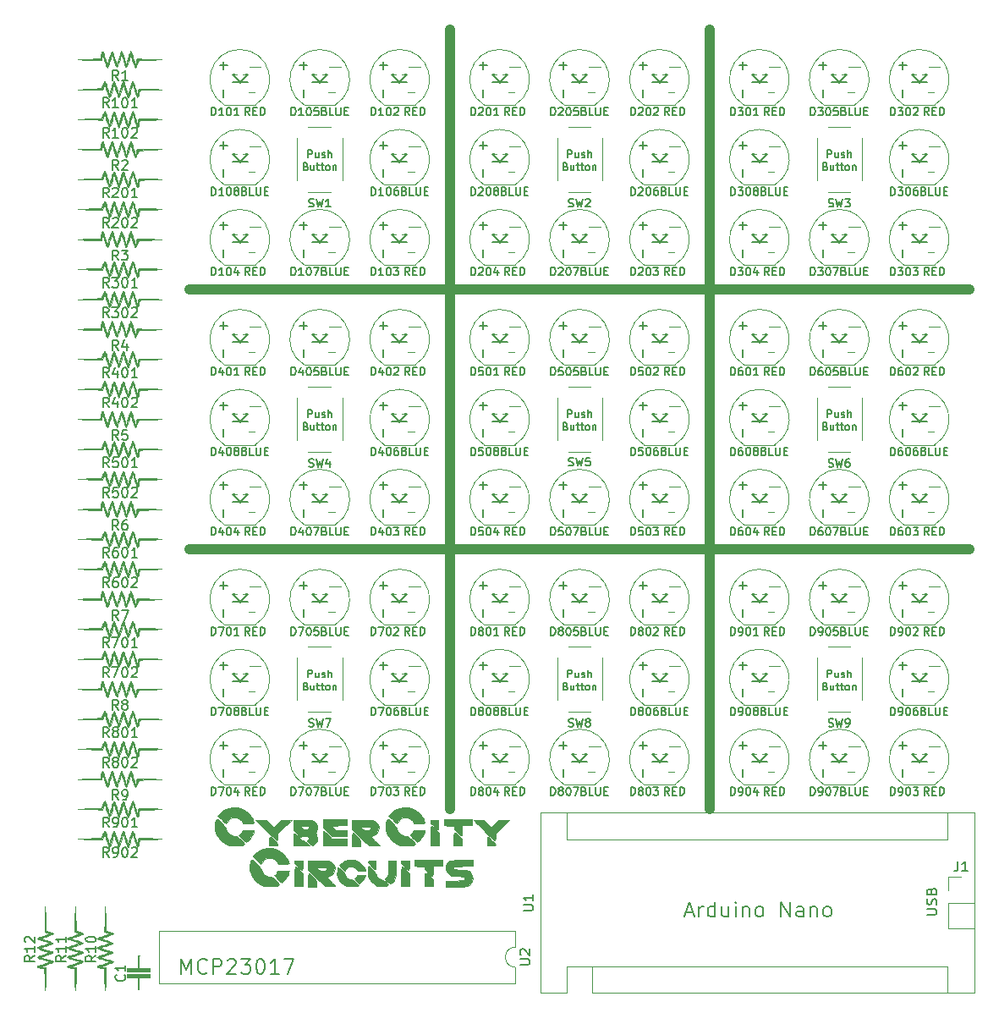
<source format=gbr>
%TF.GenerationSoftware,KiCad,Pcbnew,(5.1.9)-1*%
%TF.CreationDate,2021-03-23T14:53:16-04:00*%
%TF.ProjectId,TicTacToe,54696354-6163-4546-9f65-2e6b69636164,rev?*%
%TF.SameCoordinates,Original*%
%TF.FileFunction,Legend,Top*%
%TF.FilePolarity,Positive*%
%FSLAX46Y46*%
G04 Gerber Fmt 4.6, Leading zero omitted, Abs format (unit mm)*
G04 Created by KiCad (PCBNEW (5.1.9)-1) date 2021-03-23 14:53:16*
%MOMM*%
%LPD*%
G01*
G04 APERTURE LIST*
%ADD10C,0.150000*%
%ADD11C,1.000000*%
%ADD12C,0.010000*%
%ADD13C,0.120000*%
%ADD14C,0.100000*%
%ADD15O,1.700000X1.700000*%
%ADD16R,1.700000X1.700000*%
%ADD17C,1.600000*%
%ADD18R,1.800000X1.800000*%
%ADD19C,1.800000*%
%ADD20C,2.200000*%
%ADD21R,1.600000X1.600000*%
%ADD22O,1.600000X1.600000*%
G04 APERTURE END LIST*
D10*
X118614285Y-139350000D02*
X119328571Y-139350000D01*
X118471428Y-139778571D02*
X118971428Y-138278571D01*
X119471428Y-139778571D01*
X119971428Y-139778571D02*
X119971428Y-138778571D01*
X119971428Y-139064285D02*
X120042857Y-138921428D01*
X120114285Y-138850000D01*
X120257142Y-138778571D01*
X120400000Y-138778571D01*
X121542857Y-139778571D02*
X121542857Y-138278571D01*
X121542857Y-139707142D02*
X121400000Y-139778571D01*
X121114285Y-139778571D01*
X120971428Y-139707142D01*
X120900000Y-139635714D01*
X120828571Y-139492857D01*
X120828571Y-139064285D01*
X120900000Y-138921428D01*
X120971428Y-138850000D01*
X121114285Y-138778571D01*
X121400000Y-138778571D01*
X121542857Y-138850000D01*
X122900000Y-138778571D02*
X122900000Y-139778571D01*
X122257142Y-138778571D02*
X122257142Y-139564285D01*
X122328571Y-139707142D01*
X122471428Y-139778571D01*
X122685714Y-139778571D01*
X122828571Y-139707142D01*
X122900000Y-139635714D01*
X123614285Y-139778571D02*
X123614285Y-138778571D01*
X123614285Y-138278571D02*
X123542857Y-138350000D01*
X123614285Y-138421428D01*
X123685714Y-138350000D01*
X123614285Y-138278571D01*
X123614285Y-138421428D01*
X124328571Y-138778571D02*
X124328571Y-139778571D01*
X124328571Y-138921428D02*
X124400000Y-138850000D01*
X124542857Y-138778571D01*
X124757142Y-138778571D01*
X124900000Y-138850000D01*
X124971428Y-138992857D01*
X124971428Y-139778571D01*
X125900000Y-139778571D02*
X125757142Y-139707142D01*
X125685714Y-139635714D01*
X125614285Y-139492857D01*
X125614285Y-139064285D01*
X125685714Y-138921428D01*
X125757142Y-138850000D01*
X125900000Y-138778571D01*
X126114285Y-138778571D01*
X126257142Y-138850000D01*
X126328571Y-138921428D01*
X126400000Y-139064285D01*
X126400000Y-139492857D01*
X126328571Y-139635714D01*
X126257142Y-139707142D01*
X126114285Y-139778571D01*
X125900000Y-139778571D01*
X128185714Y-139778571D02*
X128185714Y-138278571D01*
X129042857Y-139778571D01*
X129042857Y-138278571D01*
X130400000Y-139778571D02*
X130400000Y-138992857D01*
X130328571Y-138850000D01*
X130185714Y-138778571D01*
X129900000Y-138778571D01*
X129757142Y-138850000D01*
X130400000Y-139707142D02*
X130257142Y-139778571D01*
X129900000Y-139778571D01*
X129757142Y-139707142D01*
X129685714Y-139564285D01*
X129685714Y-139421428D01*
X129757142Y-139278571D01*
X129900000Y-139207142D01*
X130257142Y-139207142D01*
X130400000Y-139135714D01*
X131114285Y-138778571D02*
X131114285Y-139778571D01*
X131114285Y-138921428D02*
X131185714Y-138850000D01*
X131328571Y-138778571D01*
X131542857Y-138778571D01*
X131685714Y-138850000D01*
X131757142Y-138992857D01*
X131757142Y-139778571D01*
X132685714Y-139778571D02*
X132542857Y-139707142D01*
X132471428Y-139635714D01*
X132400000Y-139492857D01*
X132400000Y-139064285D01*
X132471428Y-138921428D01*
X132542857Y-138850000D01*
X132685714Y-138778571D01*
X132900000Y-138778571D01*
X133042857Y-138850000D01*
X133114285Y-138921428D01*
X133185714Y-139064285D01*
X133185714Y-139492857D01*
X133114285Y-139635714D01*
X133042857Y-139707142D01*
X132900000Y-139778571D01*
X132685714Y-139778571D01*
X68128571Y-145478571D02*
X68128571Y-143978571D01*
X68628571Y-145050000D01*
X69128571Y-143978571D01*
X69128571Y-145478571D01*
X70700000Y-145335714D02*
X70628571Y-145407142D01*
X70414285Y-145478571D01*
X70271428Y-145478571D01*
X70057142Y-145407142D01*
X69914285Y-145264285D01*
X69842857Y-145121428D01*
X69771428Y-144835714D01*
X69771428Y-144621428D01*
X69842857Y-144335714D01*
X69914285Y-144192857D01*
X70057142Y-144050000D01*
X70271428Y-143978571D01*
X70414285Y-143978571D01*
X70628571Y-144050000D01*
X70700000Y-144121428D01*
X71342857Y-145478571D02*
X71342857Y-143978571D01*
X71914285Y-143978571D01*
X72057142Y-144050000D01*
X72128571Y-144121428D01*
X72200000Y-144264285D01*
X72200000Y-144478571D01*
X72128571Y-144621428D01*
X72057142Y-144692857D01*
X71914285Y-144764285D01*
X71342857Y-144764285D01*
X72771428Y-144121428D02*
X72842857Y-144050000D01*
X72985714Y-143978571D01*
X73342857Y-143978571D01*
X73485714Y-144050000D01*
X73557142Y-144121428D01*
X73628571Y-144264285D01*
X73628571Y-144407142D01*
X73557142Y-144621428D01*
X72700000Y-145478571D01*
X73628571Y-145478571D01*
X74128571Y-143978571D02*
X75057142Y-143978571D01*
X74557142Y-144550000D01*
X74771428Y-144550000D01*
X74914285Y-144621428D01*
X74985714Y-144692857D01*
X75057142Y-144835714D01*
X75057142Y-145192857D01*
X74985714Y-145335714D01*
X74914285Y-145407142D01*
X74771428Y-145478571D01*
X74342857Y-145478571D01*
X74200000Y-145407142D01*
X74128571Y-145335714D01*
X75985714Y-143978571D02*
X76128571Y-143978571D01*
X76271428Y-144050000D01*
X76342857Y-144121428D01*
X76414285Y-144264285D01*
X76485714Y-144550000D01*
X76485714Y-144907142D01*
X76414285Y-145192857D01*
X76342857Y-145335714D01*
X76271428Y-145407142D01*
X76128571Y-145478571D01*
X75985714Y-145478571D01*
X75842857Y-145407142D01*
X75771428Y-145335714D01*
X75700000Y-145192857D01*
X75628571Y-144907142D01*
X75628571Y-144550000D01*
X75700000Y-144264285D01*
X75771428Y-144121428D01*
X75842857Y-144050000D01*
X75985714Y-143978571D01*
X77914285Y-145478571D02*
X77057142Y-145478571D01*
X77485714Y-145478571D02*
X77485714Y-143978571D01*
X77342857Y-144192857D01*
X77200000Y-144335714D01*
X77057142Y-144407142D01*
X78414285Y-143978571D02*
X79414285Y-143978571D01*
X78771428Y-145478571D01*
X142752380Y-139561904D02*
X143561904Y-139561904D01*
X143657142Y-139514285D01*
X143704761Y-139466666D01*
X143752380Y-139371428D01*
X143752380Y-139180952D01*
X143704761Y-139085714D01*
X143657142Y-139038095D01*
X143561904Y-138990476D01*
X142752380Y-138990476D01*
X143704761Y-138561904D02*
X143752380Y-138419047D01*
X143752380Y-138180952D01*
X143704761Y-138085714D01*
X143657142Y-138038095D01*
X143561904Y-137990476D01*
X143466666Y-137990476D01*
X143371428Y-138038095D01*
X143323809Y-138085714D01*
X143276190Y-138180952D01*
X143228571Y-138371428D01*
X143180952Y-138466666D01*
X143133333Y-138514285D01*
X143038095Y-138561904D01*
X142942857Y-138561904D01*
X142847619Y-138514285D01*
X142800000Y-138466666D01*
X142752380Y-138371428D01*
X142752380Y-138133333D01*
X142800000Y-137990476D01*
X143228571Y-137228571D02*
X143276190Y-137085714D01*
X143323809Y-137038095D01*
X143419047Y-136990476D01*
X143561904Y-136990476D01*
X143657142Y-137038095D01*
X143704761Y-137085714D01*
X143752380Y-137180952D01*
X143752380Y-137561904D01*
X142752380Y-137561904D01*
X142752380Y-137228571D01*
X142800000Y-137133333D01*
X142847619Y-137085714D01*
X142942857Y-137038095D01*
X143038095Y-137038095D01*
X143133333Y-137085714D01*
X143180952Y-137133333D01*
X143228571Y-137228571D01*
X143228571Y-137561904D01*
D11*
X69000000Y-103000000D02*
X147000000Y-103000000D01*
X121000000Y-51000000D02*
X121000000Y-129000000D01*
X69000000Y-77000000D02*
X147000000Y-77000000D01*
X95000000Y-51000000D02*
X95000000Y-129000000D01*
D12*
%TO.C,G\u002A\u002A\u002A*%
G36*
X81027885Y-135491813D02*
G01*
X81163019Y-135595169D01*
X81322007Y-135742835D01*
X81365408Y-135787365D01*
X81522496Y-135955296D01*
X81617103Y-136075555D01*
X81665070Y-136181772D01*
X81682237Y-136307574D01*
X81684445Y-136464698D01*
X81684445Y-136807555D01*
X80837778Y-136807555D01*
X80837778Y-136130222D01*
X80839119Y-135843525D01*
X80845047Y-135651155D01*
X80858416Y-135534564D01*
X80882085Y-135475202D01*
X80918908Y-135454522D01*
X80942075Y-135452888D01*
X81027885Y-135491813D01*
G37*
X81027885Y-135491813D02*
X81163019Y-135595169D01*
X81322007Y-135742835D01*
X81365408Y-135787365D01*
X81522496Y-135955296D01*
X81617103Y-136075555D01*
X81665070Y-136181772D01*
X81682237Y-136307574D01*
X81684445Y-136464698D01*
X81684445Y-136807555D01*
X80837778Y-136807555D01*
X80837778Y-136130222D01*
X80839119Y-135843525D01*
X80845047Y-135651155D01*
X80858416Y-135534564D01*
X80882085Y-135475202D01*
X80918908Y-135454522D01*
X80942075Y-135452888D01*
X81027885Y-135491813D01*
G36*
X96134223Y-136497111D02*
G01*
X96440811Y-136807555D01*
X94610223Y-136807555D01*
X94610223Y-136186666D01*
X95827634Y-136186666D01*
X96134223Y-136497111D01*
G37*
X96134223Y-136497111D02*
X96440811Y-136807555D01*
X94610223Y-136807555D01*
X94610223Y-136186666D01*
X95827634Y-136186666D01*
X96134223Y-136497111D01*
G36*
X75268547Y-134077800D02*
G01*
X75396184Y-134172475D01*
X75554116Y-134315824D01*
X75722929Y-134487561D01*
X75883210Y-134667395D01*
X76015544Y-134835040D01*
X76100519Y-134970207D01*
X76120039Y-135023382D01*
X76225601Y-135296673D01*
X76416887Y-135528268D01*
X76668747Y-135697695D01*
X76956028Y-135784483D01*
X77063813Y-135791555D01*
X77172660Y-135804292D01*
X77279503Y-135853060D01*
X77408615Y-135953692D01*
X77584265Y-136122024D01*
X77609973Y-136147878D01*
X77963128Y-136504201D01*
X77842469Y-136613545D01*
X77714683Y-136674393D01*
X77504079Y-136717284D01*
X77239398Y-136741517D01*
X76949383Y-136746389D01*
X76662778Y-136731198D01*
X76408326Y-136695242D01*
X76250918Y-136652423D01*
X75894936Y-136467297D01*
X75574820Y-136198002D01*
X75306691Y-135867086D01*
X75106669Y-135497101D01*
X74990873Y-135110595D01*
X74968413Y-134858335D01*
X74984334Y-134633663D01*
X75025162Y-134410072D01*
X75082466Y-134218151D01*
X75147816Y-134088492D01*
X75190619Y-134052090D01*
X75268547Y-134077800D01*
G37*
X75268547Y-134077800D02*
X75396184Y-134172475D01*
X75554116Y-134315824D01*
X75722929Y-134487561D01*
X75883210Y-134667395D01*
X76015544Y-134835040D01*
X76100519Y-134970207D01*
X76120039Y-135023382D01*
X76225601Y-135296673D01*
X76416887Y-135528268D01*
X76668747Y-135697695D01*
X76956028Y-135784483D01*
X77063813Y-135791555D01*
X77172660Y-135804292D01*
X77279503Y-135853060D01*
X77408615Y-135953692D01*
X77584265Y-136122024D01*
X77609973Y-136147878D01*
X77963128Y-136504201D01*
X77842469Y-136613545D01*
X77714683Y-136674393D01*
X77504079Y-136717284D01*
X77239398Y-136741517D01*
X76949383Y-136746389D01*
X76662778Y-136731198D01*
X76408326Y-136695242D01*
X76250918Y-136652423D01*
X75894936Y-136467297D01*
X75574820Y-136198002D01*
X75306691Y-135867086D01*
X75106669Y-135497101D01*
X74990873Y-135110595D01*
X74968413Y-134858335D01*
X74984334Y-134633663D01*
X75025162Y-134410072D01*
X75082466Y-134218151D01*
X75147816Y-134088492D01*
X75190619Y-134052090D01*
X75268547Y-134077800D01*
G36*
X79718827Y-134833710D02*
G01*
X79854856Y-134953080D01*
X80003586Y-135098344D01*
X80329778Y-135421132D01*
X80329778Y-136751111D01*
X79483111Y-136751111D01*
X79483111Y-135763333D01*
X79484464Y-135372638D01*
X79492679Y-135086866D01*
X79513988Y-134898052D01*
X79554627Y-134798231D01*
X79620829Y-134779438D01*
X79718827Y-134833710D01*
G37*
X79718827Y-134833710D02*
X79854856Y-134953080D01*
X80003586Y-135098344D01*
X80329778Y-135421132D01*
X80329778Y-136751111D01*
X79483111Y-136751111D01*
X79483111Y-135763333D01*
X79484464Y-135372638D01*
X79492679Y-135086866D01*
X79513988Y-134898052D01*
X79554627Y-134798231D01*
X79620829Y-134779438D01*
X79718827Y-134833710D01*
G36*
X81839667Y-134155906D02*
G01*
X82215292Y-134157949D01*
X82497326Y-134164121D01*
X82705041Y-134176076D01*
X82857709Y-134195466D01*
X82974599Y-134223947D01*
X83071616Y-134261634D01*
X83282877Y-134414371D01*
X83421792Y-134632183D01*
X83482641Y-134889016D01*
X83459708Y-135158815D01*
X83347271Y-135415526D01*
X83330313Y-135440278D01*
X83235347Y-135549641D01*
X83111451Y-135634256D01*
X82926603Y-135713044D01*
X82788692Y-135760312D01*
X82750189Y-135786004D01*
X82756377Y-135834686D01*
X82816881Y-135920365D01*
X82941332Y-136057050D01*
X83113247Y-136232518D01*
X83289161Y-136413018D01*
X83430808Y-136565115D01*
X83521798Y-136670767D01*
X83547111Y-136710026D01*
X83494813Y-136727884D01*
X83354467Y-136741821D01*
X83150898Y-136749885D01*
X83024295Y-136751111D01*
X82501478Y-136751111D01*
X80837778Y-135084633D01*
X80837778Y-134832000D01*
X81663324Y-134832000D01*
X81825556Y-135001333D01*
X81941595Y-135104785D01*
X82061580Y-135155146D01*
X82234064Y-135170287D01*
X82285686Y-135170666D01*
X82474766Y-135161394D01*
X82583593Y-135127124D01*
X82642014Y-135061488D01*
X82687969Y-134959098D01*
X82684155Y-134892571D01*
X82615310Y-134854294D01*
X82466170Y-134836654D01*
X82221473Y-134832040D01*
X82181884Y-134832000D01*
X81663324Y-134832000D01*
X80837778Y-134832000D01*
X80837778Y-134154666D01*
X81839667Y-134155906D01*
G37*
X81839667Y-134155906D02*
X82215292Y-134157949D01*
X82497326Y-134164121D01*
X82705041Y-134176076D01*
X82857709Y-134195466D01*
X82974599Y-134223947D01*
X83071616Y-134261634D01*
X83282877Y-134414371D01*
X83421792Y-134632183D01*
X83482641Y-134889016D01*
X83459708Y-135158815D01*
X83347271Y-135415526D01*
X83330313Y-135440278D01*
X83235347Y-135549641D01*
X83111451Y-135634256D01*
X82926603Y-135713044D01*
X82788692Y-135760312D01*
X82750189Y-135786004D01*
X82756377Y-135834686D01*
X82816881Y-135920365D01*
X82941332Y-136057050D01*
X83113247Y-136232518D01*
X83289161Y-136413018D01*
X83430808Y-136565115D01*
X83521798Y-136670767D01*
X83547111Y-136710026D01*
X83494813Y-136727884D01*
X83354467Y-136741821D01*
X83150898Y-136749885D01*
X83024295Y-136751111D01*
X82501478Y-136751111D01*
X80837778Y-135084633D01*
X80837778Y-134832000D01*
X81663324Y-134832000D01*
X81825556Y-135001333D01*
X81941595Y-135104785D01*
X82061580Y-135155146D01*
X82234064Y-135170287D01*
X82285686Y-135170666D01*
X82474766Y-135161394D01*
X82583593Y-135127124D01*
X82642014Y-135061488D01*
X82687969Y-134959098D01*
X82684155Y-134892571D01*
X82615310Y-134854294D01*
X82466170Y-134836654D01*
X82221473Y-134832040D01*
X82181884Y-134832000D01*
X81663324Y-134832000D01*
X80837778Y-134832000D01*
X80837778Y-134154666D01*
X81839667Y-134155906D01*
G36*
X83963307Y-134897227D02*
G01*
X84093831Y-135004787D01*
X84235010Y-135146421D01*
X84368188Y-135303112D01*
X84474707Y-135455841D01*
X84535911Y-135585588D01*
X84541010Y-135606776D01*
X84631602Y-135800661D01*
X84810078Y-135952717D01*
X85054146Y-136045715D01*
X85124819Y-136057991D01*
X85286216Y-136103363D01*
X85446521Y-136206662D01*
X85606830Y-136355488D01*
X85871086Y-136623779D01*
X85688454Y-136687445D01*
X85504402Y-136725183D01*
X85256866Y-136743027D01*
X84993557Y-136740571D01*
X84762185Y-136717412D01*
X84667118Y-136696095D01*
X84372898Y-136554427D01*
X84105063Y-136328896D01*
X83891468Y-136048521D01*
X83763243Y-135754486D01*
X83735566Y-135554531D01*
X83736189Y-135301172D01*
X83762300Y-135049521D01*
X83808850Y-134860409D01*
X83862094Y-134842761D01*
X83963307Y-134897227D01*
G37*
X83963307Y-134897227D02*
X84093831Y-135004787D01*
X84235010Y-135146421D01*
X84368188Y-135303112D01*
X84474707Y-135455841D01*
X84535911Y-135585588D01*
X84541010Y-135606776D01*
X84631602Y-135800661D01*
X84810078Y-135952717D01*
X85054146Y-136045715D01*
X85124819Y-136057991D01*
X85286216Y-136103363D01*
X85446521Y-136206662D01*
X85606830Y-136355488D01*
X85871086Y-136623779D01*
X85688454Y-136687445D01*
X85504402Y-136725183D01*
X85256866Y-136743027D01*
X84993557Y-136740571D01*
X84762185Y-136717412D01*
X84667118Y-136696095D01*
X84372898Y-136554427D01*
X84105063Y-136328896D01*
X83891468Y-136048521D01*
X83763243Y-135754486D01*
X83735566Y-135554531D01*
X83736189Y-135301172D01*
X83762300Y-135049521D01*
X83808850Y-134860409D01*
X83862094Y-134842761D01*
X83963307Y-134897227D01*
G36*
X86987569Y-134762574D02*
G01*
X87122054Y-134876866D01*
X87275774Y-135037841D01*
X87427836Y-135221354D01*
X87557346Y-135403258D01*
X87643409Y-135559407D01*
X87659851Y-135605082D01*
X87763751Y-135826741D01*
X87921261Y-135989366D01*
X88107167Y-136069385D01*
X88161223Y-136073777D01*
X88261405Y-136106083D01*
X88407275Y-136188518D01*
X88569032Y-136299359D01*
X88716875Y-136416883D01*
X88821004Y-136519367D01*
X88852889Y-136577973D01*
X88801510Y-136650632D01*
X88664467Y-136703192D01*
X88467408Y-136734381D01*
X88235976Y-136742930D01*
X87995817Y-136727566D01*
X87772575Y-136687020D01*
X87629996Y-136638576D01*
X87380855Y-136484603D01*
X87148826Y-136266010D01*
X86968791Y-136019495D01*
X86898771Y-135869277D01*
X86860346Y-135708156D01*
X86834715Y-135500344D01*
X86822012Y-135273294D01*
X86822367Y-135054460D01*
X86835915Y-134871298D01*
X86862788Y-134751259D01*
X86893212Y-134719111D01*
X86987569Y-134762574D01*
G37*
X86987569Y-134762574D02*
X87122054Y-134876866D01*
X87275774Y-135037841D01*
X87427836Y-135221354D01*
X87557346Y-135403258D01*
X87643409Y-135559407D01*
X87659851Y-135605082D01*
X87763751Y-135826741D01*
X87921261Y-135989366D01*
X88107167Y-136069385D01*
X88161223Y-136073777D01*
X88261405Y-136106083D01*
X88407275Y-136188518D01*
X88569032Y-136299359D01*
X88716875Y-136416883D01*
X88821004Y-136519367D01*
X88852889Y-136577973D01*
X88801510Y-136650632D01*
X88664467Y-136703192D01*
X88467408Y-136734381D01*
X88235976Y-136742930D01*
X87995817Y-136727566D01*
X87772575Y-136687020D01*
X87629996Y-136638576D01*
X87380855Y-136484603D01*
X87148826Y-136266010D01*
X86968791Y-136019495D01*
X86898771Y-135869277D01*
X86860346Y-135708156D01*
X86834715Y-135500344D01*
X86822012Y-135273294D01*
X86822367Y-135054460D01*
X86835915Y-134871298D01*
X86862788Y-134751259D01*
X86893212Y-134719111D01*
X86987569Y-134762574D01*
G36*
X90386827Y-134833710D02*
G01*
X90522856Y-134953080D01*
X90671586Y-135098344D01*
X90997778Y-135421132D01*
X90997778Y-136751111D01*
X90151111Y-136751111D01*
X90151111Y-135763333D01*
X90152464Y-135372638D01*
X90160679Y-135086866D01*
X90181988Y-134898052D01*
X90222627Y-134798231D01*
X90288829Y-134779438D01*
X90386827Y-134833710D01*
G37*
X90386827Y-134833710D02*
X90522856Y-134953080D01*
X90671586Y-135098344D01*
X90997778Y-135421132D01*
X90997778Y-136751111D01*
X90151111Y-136751111D01*
X90151111Y-135763333D01*
X90152464Y-135372638D01*
X90160679Y-135086866D01*
X90181988Y-134898052D01*
X90222627Y-134798231D01*
X90288829Y-134779438D01*
X90386827Y-134833710D01*
G36*
X92718077Y-135467067D02*
G01*
X92883580Y-135617320D01*
X92989212Y-135722636D01*
X93312000Y-136048829D01*
X93312000Y-136751111D01*
X92465334Y-136751111D01*
X92465334Y-136073777D01*
X92469410Y-135751154D01*
X92487674Y-135535237D01*
X92529173Y-135419960D01*
X92602957Y-135399259D01*
X92718077Y-135467067D01*
G37*
X92718077Y-135467067D02*
X92883580Y-135617320D01*
X92989212Y-135722636D01*
X93312000Y-136048829D01*
X93312000Y-136751111D01*
X92465334Y-136751111D01*
X92465334Y-136073777D01*
X92469410Y-135751154D01*
X92487674Y-135535237D01*
X92529173Y-135419960D01*
X92602957Y-135399259D01*
X92718077Y-135467067D01*
G36*
X97319556Y-134719111D02*
G01*
X96395134Y-134719111D01*
X96013329Y-134721908D01*
X95731838Y-134732265D01*
X95538180Y-134753135D01*
X95419872Y-134787467D01*
X95364434Y-134838212D01*
X95359386Y-134908320D01*
X95375101Y-134960258D01*
X95411056Y-134998491D01*
X95496367Y-135025990D01*
X95648376Y-135045303D01*
X95884427Y-135058981D01*
X96095742Y-135066190D01*
X96395560Y-135077100D01*
X96606603Y-135092242D01*
X96752984Y-135115683D01*
X96858816Y-135151489D01*
X96948213Y-135203725D01*
X96959819Y-135211888D01*
X97159916Y-135413906D01*
X97275092Y-135657097D01*
X97309593Y-135919244D01*
X97267668Y-136178132D01*
X97153562Y-136411544D01*
X96971523Y-136597265D01*
X96725796Y-136713079D01*
X96670445Y-136725696D01*
X96574406Y-136732939D01*
X96484703Y-136703394D01*
X96375593Y-136621892D01*
X96221334Y-136473264D01*
X96192595Y-136444126D01*
X95884079Y-136130222D01*
X96143350Y-136130222D01*
X96362583Y-136103085D01*
X96486807Y-136023501D01*
X96512512Y-135894207D01*
X96501971Y-135850708D01*
X96478195Y-135800504D01*
X96431252Y-135767370D01*
X96340675Y-135747794D01*
X96186000Y-135738263D01*
X95946759Y-135735267D01*
X95828322Y-135735111D01*
X95542563Y-135732805D01*
X95343648Y-135723218D01*
X95205576Y-135702344D01*
X95102349Y-135666175D01*
X95007969Y-135610706D01*
X95004129Y-135608111D01*
X94854562Y-135475258D01*
X94714683Y-135302297D01*
X94685037Y-135255333D01*
X94587913Y-134989473D01*
X94593825Y-134724694D01*
X94694915Y-134483207D01*
X94883324Y-134287223D01*
X95062192Y-134189308D01*
X95174108Y-134154361D01*
X95320661Y-134129119D01*
X95519749Y-134112269D01*
X95789270Y-134102501D01*
X96147121Y-134098502D01*
X96304698Y-134098222D01*
X97319556Y-134098222D01*
X97319556Y-134719111D01*
G37*
X97319556Y-134719111D02*
X96395134Y-134719111D01*
X96013329Y-134721908D01*
X95731838Y-134732265D01*
X95538180Y-134753135D01*
X95419872Y-134787467D01*
X95364434Y-134838212D01*
X95359386Y-134908320D01*
X95375101Y-134960258D01*
X95411056Y-134998491D01*
X95496367Y-135025990D01*
X95648376Y-135045303D01*
X95884427Y-135058981D01*
X96095742Y-135066190D01*
X96395560Y-135077100D01*
X96606603Y-135092242D01*
X96752984Y-135115683D01*
X96858816Y-135151489D01*
X96948213Y-135203725D01*
X96959819Y-135211888D01*
X97159916Y-135413906D01*
X97275092Y-135657097D01*
X97309593Y-135919244D01*
X97267668Y-136178132D01*
X97153562Y-136411544D01*
X96971523Y-136597265D01*
X96725796Y-136713079D01*
X96670445Y-136725696D01*
X96574406Y-136732939D01*
X96484703Y-136703394D01*
X96375593Y-136621892D01*
X96221334Y-136473264D01*
X96192595Y-136444126D01*
X95884079Y-136130222D01*
X96143350Y-136130222D01*
X96362583Y-136103085D01*
X96486807Y-136023501D01*
X96512512Y-135894207D01*
X96501971Y-135850708D01*
X96478195Y-135800504D01*
X96431252Y-135767370D01*
X96340675Y-135747794D01*
X96186000Y-135738263D01*
X95946759Y-135735267D01*
X95828322Y-135735111D01*
X95542563Y-135732805D01*
X95343648Y-135723218D01*
X95205576Y-135702344D01*
X95102349Y-135666175D01*
X95007969Y-135610706D01*
X95004129Y-135608111D01*
X94854562Y-135475258D01*
X94714683Y-135302297D01*
X94685037Y-135255333D01*
X94587913Y-134989473D01*
X94593825Y-134724694D01*
X94694915Y-134483207D01*
X94883324Y-134287223D01*
X95062192Y-134189308D01*
X95174108Y-134154361D01*
X95320661Y-134129119D01*
X95519749Y-134112269D01*
X95789270Y-134102501D01*
X96147121Y-134098502D01*
X96304698Y-134098222D01*
X97319556Y-134098222D01*
X97319556Y-134719111D01*
G36*
X86324351Y-135624888D02*
G01*
X86471333Y-135631931D01*
X86537448Y-135641913D01*
X86538667Y-135643551D01*
X86507185Y-135762398D01*
X86425614Y-135926138D01*
X86313262Y-136106626D01*
X86189438Y-136275714D01*
X86073452Y-136405258D01*
X85984613Y-136467111D01*
X85972450Y-136468888D01*
X85916550Y-136432221D01*
X85806526Y-136336605D01*
X85681562Y-136217672D01*
X85538866Y-136064117D01*
X85484957Y-135971105D01*
X85503417Y-135937034D01*
X85582528Y-135867062D01*
X85645104Y-135764917D01*
X85686802Y-135691243D01*
X85746842Y-135648519D01*
X85853312Y-135628385D01*
X86034300Y-135622477D01*
X86124394Y-135622222D01*
X86324351Y-135624888D01*
G37*
X86324351Y-135624888D02*
X86471333Y-135631931D01*
X86537448Y-135641913D01*
X86538667Y-135643551D01*
X86507185Y-135762398D01*
X86425614Y-135926138D01*
X86313262Y-136106626D01*
X86189438Y-136275714D01*
X86073452Y-136405258D01*
X85984613Y-136467111D01*
X85972450Y-136468888D01*
X85916550Y-136432221D01*
X85806526Y-136336605D01*
X85681562Y-136217672D01*
X85538866Y-136064117D01*
X85484957Y-135971105D01*
X85503417Y-135937034D01*
X85582528Y-135867062D01*
X85645104Y-135764917D01*
X85686802Y-135691243D01*
X85746842Y-135648519D01*
X85853312Y-135628385D01*
X86034300Y-135622477D01*
X86124394Y-135622222D01*
X86324351Y-135624888D01*
G36*
X89643111Y-134851251D02*
G01*
X89633627Y-135270929D01*
X89601950Y-135601141D01*
X89543240Y-135863969D01*
X89452661Y-136081494D01*
X89333220Y-136265591D01*
X89193700Y-136410516D01*
X89057343Y-136458106D01*
X88904708Y-136408056D01*
X88716352Y-136260060D01*
X88711778Y-136255810D01*
X88486000Y-136045555D01*
X88634012Y-135891107D01*
X88719446Y-135786712D01*
X88779820Y-135666832D01*
X88819224Y-135510491D01*
X88841748Y-135296711D01*
X88851482Y-135004515D01*
X88852889Y-134768500D01*
X88852889Y-134154666D01*
X89643111Y-134154666D01*
X89643111Y-134851251D01*
G37*
X89643111Y-134851251D02*
X89633627Y-135270929D01*
X89601950Y-135601141D01*
X89543240Y-135863969D01*
X89452661Y-136081494D01*
X89333220Y-136265591D01*
X89193700Y-136410516D01*
X89057343Y-136458106D01*
X88904708Y-136408056D01*
X88716352Y-136260060D01*
X88711778Y-136255810D01*
X88486000Y-136045555D01*
X88634012Y-135891107D01*
X88719446Y-135786712D01*
X88779820Y-135666832D01*
X88819224Y-135510491D01*
X88841748Y-135296711D01*
X88851482Y-135004515D01*
X88852889Y-134768500D01*
X88852889Y-134154666D01*
X89643111Y-134154666D01*
X89643111Y-134851251D01*
G36*
X78595456Y-135175018D02*
G01*
X78782022Y-135186747D01*
X78895486Y-135203858D01*
X78918667Y-135217056D01*
X78901731Y-135293782D01*
X78858639Y-135436973D01*
X78828806Y-135527173D01*
X78754563Y-135684734D01*
X78638159Y-135868205D01*
X78499888Y-136052291D01*
X78360040Y-136211696D01*
X78238906Y-136321127D01*
X78163917Y-136356000D01*
X78096576Y-136318154D01*
X77973284Y-136216952D01*
X77815826Y-136070893D01*
X77741109Y-135996955D01*
X77570716Y-135818990D01*
X77476110Y-135702604D01*
X77448444Y-135634668D01*
X77475738Y-135603190D01*
X77560982Y-135534623D01*
X77659846Y-135407658D01*
X77683574Y-135369567D01*
X77800929Y-135170666D01*
X78359798Y-135170666D01*
X78595456Y-135175018D01*
G37*
X78595456Y-135175018D02*
X78782022Y-135186747D01*
X78895486Y-135203858D01*
X78918667Y-135217056D01*
X78901731Y-135293782D01*
X78858639Y-135436973D01*
X78828806Y-135527173D01*
X78754563Y-135684734D01*
X78638159Y-135868205D01*
X78499888Y-136052291D01*
X78360040Y-136211696D01*
X78238906Y-136321127D01*
X78163917Y-136356000D01*
X78096576Y-136318154D01*
X77973284Y-136216952D01*
X77815826Y-136070893D01*
X77741109Y-135996955D01*
X77570716Y-135818990D01*
X77476110Y-135702604D01*
X77448444Y-135634668D01*
X77475738Y-135603190D01*
X77560982Y-135534623D01*
X77659846Y-135407658D01*
X77683574Y-135369567D01*
X77800929Y-135170666D01*
X78359798Y-135170666D01*
X78595456Y-135175018D01*
G36*
X94271556Y-134719111D02*
G01*
X93312000Y-134719111D01*
X93312000Y-135227111D01*
X93307287Y-135486237D01*
X93291801Y-135647011D01*
X93263520Y-135723629D01*
X93239678Y-135735111D01*
X93168507Y-135697122D01*
X93044078Y-135596293D01*
X92890139Y-135452329D01*
X92848498Y-135410555D01*
X92646834Y-135184061D01*
X92536609Y-135006464D01*
X92511599Y-134916666D01*
X92493556Y-134747333D01*
X91999667Y-134731024D01*
X91505778Y-134714716D01*
X91505778Y-134098222D01*
X94271556Y-134098222D01*
X94271556Y-134719111D01*
G37*
X94271556Y-134719111D02*
X93312000Y-134719111D01*
X93312000Y-135227111D01*
X93307287Y-135486237D01*
X93291801Y-135647011D01*
X93263520Y-135723629D01*
X93239678Y-135735111D01*
X93168507Y-135697122D01*
X93044078Y-135596293D01*
X92890139Y-135452329D01*
X92848498Y-135410555D01*
X92646834Y-135184061D01*
X92536609Y-135006464D01*
X92511599Y-134916666D01*
X92493556Y-134747333D01*
X91999667Y-134731024D01*
X91505778Y-134714716D01*
X91505778Y-134098222D01*
X94271556Y-134098222D01*
X94271556Y-134719111D01*
G36*
X85274415Y-134070073D02*
G01*
X85467628Y-134100022D01*
X85642025Y-134139572D01*
X85765030Y-134182705D01*
X85804889Y-134218823D01*
X85849845Y-134263758D01*
X85878101Y-134267555D01*
X85972249Y-134312988D01*
X86099191Y-134431527D01*
X86238855Y-134596531D01*
X86371172Y-134781359D01*
X86476069Y-134959372D01*
X86533478Y-135103927D01*
X86538667Y-135144359D01*
X86486906Y-135157081D01*
X86350329Y-135166312D01*
X86156998Y-135170274D01*
X86129445Y-135170309D01*
X85916346Y-135167594D01*
X85785894Y-135153139D01*
X85707856Y-135116791D01*
X85652003Y-135048395D01*
X85623777Y-135000466D01*
X85464524Y-134827004D01*
X85244057Y-134739511D01*
X85025809Y-134739704D01*
X84865463Y-134795157D01*
X84711566Y-134894649D01*
X84599653Y-135010443D01*
X84564087Y-135100111D01*
X84540843Y-135162773D01*
X84469239Y-135145840D01*
X84342270Y-135045552D01*
X84195904Y-134902555D01*
X83934064Y-134634444D01*
X84190216Y-134401244D01*
X84357818Y-134268373D01*
X84522891Y-134168987D01*
X84617628Y-134133133D01*
X84808506Y-134094257D01*
X84961862Y-134063059D01*
X85094967Y-134055746D01*
X85274415Y-134070073D01*
G37*
X85274415Y-134070073D02*
X85467628Y-134100022D01*
X85642025Y-134139572D01*
X85765030Y-134182705D01*
X85804889Y-134218823D01*
X85849845Y-134263758D01*
X85878101Y-134267555D01*
X85972249Y-134312988D01*
X86099191Y-134431527D01*
X86238855Y-134596531D01*
X86371172Y-134781359D01*
X86476069Y-134959372D01*
X86533478Y-135103927D01*
X86538667Y-135144359D01*
X86486906Y-135157081D01*
X86350329Y-135166312D01*
X86156998Y-135170274D01*
X86129445Y-135170309D01*
X85916346Y-135167594D01*
X85785894Y-135153139D01*
X85707856Y-135116791D01*
X85652003Y-135048395D01*
X85623777Y-135000466D01*
X85464524Y-134827004D01*
X85244057Y-134739511D01*
X85025809Y-134739704D01*
X84865463Y-134795157D01*
X84711566Y-134894649D01*
X84599653Y-135010443D01*
X84564087Y-135100111D01*
X84540843Y-135162773D01*
X84469239Y-135145840D01*
X84342270Y-135045552D01*
X84195904Y-134902555D01*
X83934064Y-134634444D01*
X84190216Y-134401244D01*
X84357818Y-134268373D01*
X84522891Y-134168987D01*
X84617628Y-134133133D01*
X84808506Y-134094257D01*
X84961862Y-134063059D01*
X85094967Y-134055746D01*
X85274415Y-134070073D01*
G36*
X80273334Y-134634444D02*
G01*
X80266436Y-134889868D01*
X80246565Y-135052977D01*
X80214952Y-135114018D01*
X80212699Y-135114222D01*
X80146138Y-135077568D01*
X80022807Y-134980147D01*
X79866004Y-134840773D01*
X79817588Y-134795185D01*
X79636035Y-134611039D01*
X79530642Y-134472889D01*
X79486742Y-134359696D01*
X79483111Y-134315408D01*
X79483111Y-134154666D01*
X80273334Y-134154666D01*
X80273334Y-134634444D01*
G37*
X80273334Y-134634444D02*
X80266436Y-134889868D01*
X80246565Y-135052977D01*
X80214952Y-135114018D01*
X80212699Y-135114222D01*
X80146138Y-135077568D01*
X80022807Y-134980147D01*
X79866004Y-134840773D01*
X79817588Y-134795185D01*
X79636035Y-134611039D01*
X79530642Y-134472889D01*
X79486742Y-134359696D01*
X79483111Y-134315408D01*
X79483111Y-134154666D01*
X80273334Y-134154666D01*
X80273334Y-134634444D01*
G36*
X90941334Y-134634444D02*
G01*
X90934436Y-134889868D01*
X90914565Y-135052977D01*
X90882952Y-135114018D01*
X90880699Y-135114222D01*
X90814138Y-135077568D01*
X90690807Y-134980147D01*
X90534004Y-134840773D01*
X90485588Y-134795185D01*
X90304035Y-134611039D01*
X90198642Y-134472889D01*
X90154742Y-134359696D01*
X90151111Y-134315408D01*
X90151111Y-134154666D01*
X90941334Y-134154666D01*
X90941334Y-134634444D01*
G37*
X90941334Y-134634444D02*
X90934436Y-134889868D01*
X90914565Y-135052977D01*
X90882952Y-135114018D01*
X90880699Y-135114222D01*
X90814138Y-135077568D01*
X90690807Y-134980147D01*
X90534004Y-134840773D01*
X90485588Y-134795185D01*
X90304035Y-134611039D01*
X90198642Y-134472889D01*
X90154742Y-134359696D01*
X90151111Y-134315408D01*
X90151111Y-134154666D01*
X90941334Y-134154666D01*
X90941334Y-134634444D01*
G36*
X87611111Y-134606222D02*
G01*
X87605445Y-134849385D01*
X87586960Y-134994058D01*
X87553430Y-135054143D01*
X87538789Y-135057777D01*
X87467604Y-135019914D01*
X87342763Y-134919356D01*
X87187945Y-134775650D01*
X87143678Y-134731585D01*
X86967250Y-134536858D01*
X86855566Y-134377964D01*
X86820889Y-134280029D01*
X86828963Y-134214402D01*
X86869482Y-134176826D01*
X86966895Y-134159546D01*
X87145649Y-134154804D01*
X87216000Y-134154666D01*
X87611111Y-134154666D01*
X87611111Y-134606222D01*
G37*
X87611111Y-134606222D02*
X87605445Y-134849385D01*
X87586960Y-134994058D01*
X87553430Y-135054143D01*
X87538789Y-135057777D01*
X87467604Y-135019914D01*
X87342763Y-134919356D01*
X87187945Y-134775650D01*
X87143678Y-134731585D01*
X86967250Y-134536858D01*
X86855566Y-134377964D01*
X86820889Y-134280029D01*
X86828963Y-134214402D01*
X86869482Y-134176826D01*
X86966895Y-134159546D01*
X87145649Y-134154804D01*
X87216000Y-134154666D01*
X87611111Y-134154666D01*
X87611111Y-134606222D01*
G36*
X77214484Y-132927276D02*
G01*
X77627859Y-133021406D01*
X78013227Y-133199170D01*
X78354489Y-133457550D01*
X78635548Y-133793527D01*
X78773578Y-134041777D01*
X78850687Y-134218862D01*
X78903159Y-134360072D01*
X78918116Y-134422777D01*
X78883951Y-134457758D01*
X78772162Y-134479879D01*
X78569788Y-134490787D01*
X78368334Y-134492634D01*
X77818000Y-134491935D01*
X77689233Y-134293174D01*
X77479856Y-134059022D01*
X77230377Y-133920026D01*
X76961065Y-133875954D01*
X76692191Y-133926574D01*
X76444026Y-134071653D01*
X76237556Y-134309820D01*
X76149812Y-134427174D01*
X76077009Y-134488636D01*
X76066592Y-134491159D01*
X76003806Y-134454256D01*
X75884060Y-134353547D01*
X75728111Y-134207101D01*
X75643259Y-134122589D01*
X75278000Y-133751844D01*
X75602848Y-133447433D01*
X75967282Y-133176857D01*
X76368098Y-133001984D01*
X76789198Y-132919796D01*
X77214484Y-132927276D01*
G37*
X77214484Y-132927276D02*
X77627859Y-133021406D01*
X78013227Y-133199170D01*
X78354489Y-133457550D01*
X78635548Y-133793527D01*
X78773578Y-134041777D01*
X78850687Y-134218862D01*
X78903159Y-134360072D01*
X78918116Y-134422777D01*
X78883951Y-134457758D01*
X78772162Y-134479879D01*
X78569788Y-134490787D01*
X78368334Y-134492634D01*
X77818000Y-134491935D01*
X77689233Y-134293174D01*
X77479856Y-134059022D01*
X77230377Y-133920026D01*
X76961065Y-133875954D01*
X76692191Y-133926574D01*
X76444026Y-134071653D01*
X76237556Y-134309820D01*
X76149812Y-134427174D01*
X76077009Y-134488636D01*
X76066592Y-134491159D01*
X76003806Y-134454256D01*
X75884060Y-134353547D01*
X75728111Y-134207101D01*
X75643259Y-134122589D01*
X75278000Y-133751844D01*
X75602848Y-133447433D01*
X75967282Y-133176857D01*
X76368098Y-133001984D01*
X76789198Y-132919796D01*
X77214484Y-132927276D01*
G36*
X85430552Y-131427813D02*
G01*
X85565685Y-131531169D01*
X85724673Y-131678835D01*
X85768075Y-131723365D01*
X85925162Y-131891296D01*
X86019770Y-132011555D01*
X86067737Y-132117772D01*
X86084904Y-132243574D01*
X86087111Y-132400698D01*
X86087111Y-132743555D01*
X85240445Y-132743555D01*
X85240445Y-132066222D01*
X85241786Y-131779525D01*
X85247713Y-131587155D01*
X85261083Y-131470564D01*
X85284751Y-131411202D01*
X85321574Y-131390522D01*
X85344742Y-131388888D01*
X85430552Y-131427813D01*
G37*
X85430552Y-131427813D02*
X85565685Y-131531169D01*
X85724673Y-131678835D01*
X85768075Y-131723365D01*
X85925162Y-131891296D01*
X86019770Y-132011555D01*
X86067737Y-132117772D01*
X86084904Y-132243574D01*
X86087111Y-132400698D01*
X86087111Y-132743555D01*
X85240445Y-132743555D01*
X85240445Y-132066222D01*
X85241786Y-131779525D01*
X85247713Y-131587155D01*
X85261083Y-131470564D01*
X85284751Y-131411202D01*
X85321574Y-131390522D01*
X85344742Y-131388888D01*
X85430552Y-131427813D01*
G36*
X71768991Y-130013800D02*
G01*
X71896628Y-130108475D01*
X72054560Y-130251824D01*
X72223374Y-130423561D01*
X72383654Y-130603395D01*
X72515989Y-130771040D01*
X72600963Y-130906207D01*
X72620483Y-130959382D01*
X72726045Y-131232673D01*
X72917331Y-131464268D01*
X73169191Y-131633695D01*
X73456472Y-131720483D01*
X73564258Y-131727555D01*
X73673104Y-131740292D01*
X73779948Y-131789060D01*
X73909060Y-131889692D01*
X74084710Y-132058024D01*
X74110417Y-132083878D01*
X74463573Y-132440201D01*
X74342913Y-132549545D01*
X74215128Y-132610393D01*
X74004523Y-132653284D01*
X73739842Y-132677517D01*
X73449828Y-132682389D01*
X73163223Y-132667198D01*
X72908771Y-132631242D01*
X72751362Y-132588423D01*
X72395380Y-132403297D01*
X72075265Y-132134002D01*
X71807136Y-131803086D01*
X71607113Y-131433101D01*
X71491317Y-131046595D01*
X71468857Y-130794335D01*
X71484778Y-130569663D01*
X71525606Y-130346072D01*
X71582911Y-130154151D01*
X71648261Y-130024492D01*
X71691063Y-129988090D01*
X71768991Y-130013800D01*
G37*
X71768991Y-130013800D02*
X71896628Y-130108475D01*
X72054560Y-130251824D01*
X72223374Y-130423561D01*
X72383654Y-130603395D01*
X72515989Y-130771040D01*
X72600963Y-130906207D01*
X72620483Y-130959382D01*
X72726045Y-131232673D01*
X72917331Y-131464268D01*
X73169191Y-131633695D01*
X73456472Y-131720483D01*
X73564258Y-131727555D01*
X73673104Y-131740292D01*
X73779948Y-131789060D01*
X73909060Y-131889692D01*
X74084710Y-132058024D01*
X74110417Y-132083878D01*
X74463573Y-132440201D01*
X74342913Y-132549545D01*
X74215128Y-132610393D01*
X74004523Y-132653284D01*
X73739842Y-132677517D01*
X73449828Y-132682389D01*
X73163223Y-132667198D01*
X72908771Y-132631242D01*
X72751362Y-132588423D01*
X72395380Y-132403297D01*
X72075265Y-132134002D01*
X71807136Y-131803086D01*
X71607113Y-131433101D01*
X71491317Y-131046595D01*
X71468857Y-130794335D01*
X71484778Y-130569663D01*
X71525606Y-130346072D01*
X71582911Y-130154151D01*
X71648261Y-130024492D01*
X71691063Y-129988090D01*
X71768991Y-130013800D01*
G36*
X77141236Y-131825511D02*
G01*
X77281089Y-131933351D01*
X77439190Y-132082478D01*
X77591516Y-132247848D01*
X77714043Y-132404419D01*
X77782746Y-132527149D01*
X77789778Y-132561747D01*
X77782296Y-132625621D01*
X77744078Y-132663076D01*
X77651466Y-132681119D01*
X77480802Y-132686755D01*
X77366445Y-132687111D01*
X76943111Y-132687111D01*
X76943111Y-132235555D01*
X76946011Y-132009015D01*
X76957998Y-131873124D01*
X76984010Y-131805717D01*
X77028980Y-131784631D01*
X77043656Y-131784000D01*
X77141236Y-131825511D01*
G37*
X77141236Y-131825511D02*
X77281089Y-131933351D01*
X77439190Y-132082478D01*
X77591516Y-132247848D01*
X77714043Y-132404419D01*
X77782746Y-132527149D01*
X77789778Y-132561747D01*
X77782296Y-132625621D01*
X77744078Y-132663076D01*
X77651466Y-132681119D01*
X77480802Y-132686755D01*
X77366445Y-132687111D01*
X76943111Y-132687111D01*
X76943111Y-132235555D01*
X76946011Y-132009015D01*
X76957998Y-131873124D01*
X76984010Y-131805717D01*
X77028980Y-131784631D01*
X77043656Y-131784000D01*
X77141236Y-131825511D01*
G36*
X79503468Y-131482382D02*
G01*
X79628839Y-131581743D01*
X79790878Y-131725736D01*
X79882326Y-131812222D01*
X80060077Y-131973308D01*
X80218835Y-132098389D01*
X80334713Y-132169458D01*
X80368982Y-132179111D01*
X80462806Y-132217475D01*
X80599323Y-132317214D01*
X80724889Y-132433111D01*
X80974171Y-132687111D01*
X79370223Y-132687111D01*
X79370223Y-132066222D01*
X79374750Y-131763884D01*
X79388917Y-131565870D01*
X79413598Y-131463952D01*
X79436259Y-131445333D01*
X79503468Y-131482382D01*
G37*
X79503468Y-131482382D02*
X79628839Y-131581743D01*
X79790878Y-131725736D01*
X79882326Y-131812222D01*
X80060077Y-131973308D01*
X80218835Y-132098389D01*
X80334713Y-132169458D01*
X80368982Y-132179111D01*
X80462806Y-132217475D01*
X80599323Y-132317214D01*
X80724889Y-132433111D01*
X80974171Y-132687111D01*
X79370223Y-132687111D01*
X79370223Y-132066222D01*
X79374750Y-131763884D01*
X79388917Y-131565870D01*
X79413598Y-131463952D01*
X79436259Y-131445333D01*
X79503468Y-131482382D01*
G36*
X82489345Y-131258295D02*
G01*
X82620997Y-131358699D01*
X82776299Y-131497046D01*
X82930711Y-131649615D01*
X83059697Y-131792684D01*
X83138718Y-131902532D01*
X83152000Y-131940858D01*
X83184523Y-131970172D01*
X83289746Y-131990652D01*
X83479148Y-132003300D01*
X83764209Y-132009117D01*
X83942223Y-132009777D01*
X84732445Y-132009777D01*
X84732445Y-132687111D01*
X82305334Y-132687111D01*
X82305334Y-131953333D01*
X82306613Y-131652505D01*
X82312074Y-131446803D01*
X82324147Y-131318476D01*
X82345266Y-131249774D01*
X82377861Y-131222946D01*
X82405878Y-131219555D01*
X82489345Y-131258295D01*
G37*
X82489345Y-131258295D02*
X82620997Y-131358699D01*
X82776299Y-131497046D01*
X82930711Y-131649615D01*
X83059697Y-131792684D01*
X83138718Y-131902532D01*
X83152000Y-131940858D01*
X83184523Y-131970172D01*
X83289746Y-131990652D01*
X83479148Y-132003300D01*
X83764209Y-132009117D01*
X83942223Y-132009777D01*
X84732445Y-132009777D01*
X84732445Y-132687111D01*
X82305334Y-132687111D01*
X82305334Y-131953333D01*
X82306613Y-131652505D01*
X82312074Y-131446803D01*
X82324147Y-131318476D01*
X82345266Y-131249774D01*
X82377861Y-131222946D01*
X82405878Y-131219555D01*
X82489345Y-131258295D01*
G36*
X86242334Y-130091906D02*
G01*
X86617958Y-130093949D01*
X86899993Y-130100121D01*
X87107708Y-130112076D01*
X87260375Y-130131466D01*
X87377266Y-130159947D01*
X87474282Y-130197634D01*
X87685543Y-130350371D01*
X87824458Y-130568183D01*
X87885308Y-130825016D01*
X87862374Y-131094815D01*
X87749938Y-131351526D01*
X87732979Y-131376278D01*
X87638044Y-131485616D01*
X87514201Y-131570212D01*
X87329433Y-131648984D01*
X87191303Y-131696333D01*
X87154662Y-131721659D01*
X87161426Y-131770342D01*
X87221047Y-131855651D01*
X87342974Y-131990852D01*
X87536660Y-132189213D01*
X87556946Y-132209624D01*
X88031952Y-132687111D01*
X86904144Y-132687111D01*
X86072295Y-131853872D01*
X85240445Y-131020633D01*
X85240445Y-130768000D01*
X86065991Y-130768000D01*
X86228223Y-130937333D01*
X86344262Y-131040785D01*
X86464246Y-131091146D01*
X86636731Y-131106287D01*
X86688352Y-131106666D01*
X86877433Y-131097394D01*
X86986259Y-131063124D01*
X87044681Y-130997488D01*
X87090636Y-130895098D01*
X87086822Y-130828571D01*
X87017977Y-130790294D01*
X86868837Y-130772654D01*
X86624140Y-130768040D01*
X86584551Y-130768000D01*
X86065991Y-130768000D01*
X85240445Y-130768000D01*
X85240445Y-130090666D01*
X86242334Y-130091906D01*
G37*
X86242334Y-130091906D02*
X86617958Y-130093949D01*
X86899993Y-130100121D01*
X87107708Y-130112076D01*
X87260375Y-130131466D01*
X87377266Y-130159947D01*
X87474282Y-130197634D01*
X87685543Y-130350371D01*
X87824458Y-130568183D01*
X87885308Y-130825016D01*
X87862374Y-131094815D01*
X87749938Y-131351526D01*
X87732979Y-131376278D01*
X87638044Y-131485616D01*
X87514201Y-131570212D01*
X87329433Y-131648984D01*
X87191303Y-131696333D01*
X87154662Y-131721659D01*
X87161426Y-131770342D01*
X87221047Y-131855651D01*
X87342974Y-131990852D01*
X87536660Y-132189213D01*
X87556946Y-132209624D01*
X88031952Y-132687111D01*
X86904144Y-132687111D01*
X86072295Y-131853872D01*
X85240445Y-131020633D01*
X85240445Y-130768000D01*
X86065991Y-130768000D01*
X86228223Y-130937333D01*
X86344262Y-131040785D01*
X86464246Y-131091146D01*
X86636731Y-131106287D01*
X86688352Y-131106666D01*
X86877433Y-131097394D01*
X86986259Y-131063124D01*
X87044681Y-130997488D01*
X87090636Y-130895098D01*
X87086822Y-130828571D01*
X87017977Y-130790294D01*
X86868837Y-130772654D01*
X86624140Y-130768040D01*
X86584551Y-130768000D01*
X86065991Y-130768000D01*
X85240445Y-130768000D01*
X85240445Y-130090666D01*
X86242334Y-130091906D01*
G36*
X88871658Y-130013800D02*
G01*
X88999295Y-130108475D01*
X89157227Y-130251824D01*
X89326040Y-130423561D01*
X89486321Y-130603395D01*
X89618655Y-130771040D01*
X89703630Y-130906207D01*
X89723150Y-130959382D01*
X89828712Y-131232673D01*
X90019998Y-131464268D01*
X90271858Y-131633695D01*
X90559139Y-131720483D01*
X90666924Y-131727555D01*
X90775771Y-131740292D01*
X90882614Y-131789060D01*
X91011726Y-131889692D01*
X91187376Y-132058024D01*
X91213084Y-132083878D01*
X91566240Y-132440201D01*
X91445580Y-132549545D01*
X91317795Y-132610393D01*
X91107190Y-132653284D01*
X90842509Y-132677517D01*
X90552494Y-132682389D01*
X90265890Y-132667198D01*
X90011437Y-132631242D01*
X89854029Y-132588423D01*
X89498047Y-132403297D01*
X89177931Y-132134002D01*
X88909803Y-131803086D01*
X88709780Y-131433101D01*
X88593984Y-131046595D01*
X88571524Y-130794335D01*
X88587445Y-130569663D01*
X88628273Y-130346072D01*
X88685577Y-130154151D01*
X88750927Y-130024492D01*
X88793730Y-129988090D01*
X88871658Y-130013800D01*
G37*
X88871658Y-130013800D02*
X88999295Y-130108475D01*
X89157227Y-130251824D01*
X89326040Y-130423561D01*
X89486321Y-130603395D01*
X89618655Y-130771040D01*
X89703630Y-130906207D01*
X89723150Y-130959382D01*
X89828712Y-131232673D01*
X90019998Y-131464268D01*
X90271858Y-131633695D01*
X90559139Y-131720483D01*
X90666924Y-131727555D01*
X90775771Y-131740292D01*
X90882614Y-131789060D01*
X91011726Y-131889692D01*
X91187376Y-132058024D01*
X91213084Y-132083878D01*
X91566240Y-132440201D01*
X91445580Y-132549545D01*
X91317795Y-132610393D01*
X91107190Y-132653284D01*
X90842509Y-132677517D01*
X90552494Y-132682389D01*
X90265890Y-132667198D01*
X90011437Y-132631242D01*
X89854029Y-132588423D01*
X89498047Y-132403297D01*
X89177931Y-132134002D01*
X88909803Y-131803086D01*
X88709780Y-131433101D01*
X88593984Y-131046595D01*
X88571524Y-130794335D01*
X88587445Y-130569663D01*
X88628273Y-130346072D01*
X88685577Y-130154151D01*
X88750927Y-130024492D01*
X88793730Y-129988090D01*
X88871658Y-130013800D01*
G36*
X93321938Y-130769710D02*
G01*
X93457967Y-130889080D01*
X93606697Y-131034344D01*
X93932889Y-131357132D01*
X93932889Y-132687111D01*
X93086223Y-132687111D01*
X93086223Y-131699333D01*
X93087575Y-131308638D01*
X93095790Y-131022866D01*
X93117099Y-130834052D01*
X93157738Y-130734231D01*
X93223940Y-130715438D01*
X93321938Y-130769710D01*
G37*
X93321938Y-130769710D02*
X93457967Y-130889080D01*
X93606697Y-131034344D01*
X93932889Y-131357132D01*
X93932889Y-132687111D01*
X93086223Y-132687111D01*
X93086223Y-131699333D01*
X93087575Y-131308638D01*
X93095790Y-131022866D01*
X93117099Y-130834052D01*
X93157738Y-130734231D01*
X93223940Y-130715438D01*
X93321938Y-130769710D01*
G36*
X95653188Y-131403067D02*
G01*
X95818692Y-131553320D01*
X95924323Y-131658636D01*
X96247111Y-131984829D01*
X96247111Y-132687111D01*
X95400445Y-132687111D01*
X95400445Y-132009777D01*
X95404521Y-131687154D01*
X95422785Y-131471237D01*
X95464284Y-131355960D01*
X95538069Y-131335259D01*
X95653188Y-131403067D01*
G37*
X95653188Y-131403067D02*
X95818692Y-131553320D01*
X95924323Y-131658636D01*
X96247111Y-131984829D01*
X96247111Y-132687111D01*
X95400445Y-132687111D01*
X95400445Y-132009777D01*
X95404521Y-131687154D01*
X95422785Y-131471237D01*
X95464284Y-131355960D01*
X95538069Y-131335259D01*
X95653188Y-131403067D01*
G36*
X98859279Y-131827582D02*
G01*
X98976553Y-131912030D01*
X99123221Y-132040832D01*
X99277886Y-132192771D01*
X99419152Y-132346627D01*
X99525622Y-132481183D01*
X99575899Y-132575220D01*
X99577334Y-132586702D01*
X99563598Y-132638427D01*
X99507213Y-132668801D01*
X99385408Y-132683223D01*
X99175413Y-132687095D01*
X99154000Y-132687111D01*
X98730667Y-132687111D01*
X98730667Y-132267108D01*
X98738735Y-132044399D01*
X98760617Y-131883031D01*
X98792797Y-131808708D01*
X98859279Y-131827582D01*
G37*
X98859279Y-131827582D02*
X98976553Y-131912030D01*
X99123221Y-132040832D01*
X99277886Y-132192771D01*
X99419152Y-132346627D01*
X99525622Y-132481183D01*
X99575899Y-132575220D01*
X99577334Y-132586702D01*
X99563598Y-132638427D01*
X99507213Y-132668801D01*
X99385408Y-132683223D01*
X99175413Y-132687095D01*
X99154000Y-132687111D01*
X98730667Y-132687111D01*
X98730667Y-132267108D01*
X98738735Y-132044399D01*
X98760617Y-131883031D01*
X98792797Y-131808708D01*
X98859279Y-131827582D01*
G36*
X80646979Y-130094721D02*
G01*
X80952206Y-130109572D01*
X81180463Y-130139253D01*
X81349608Y-130187793D01*
X81477500Y-130259227D01*
X81581995Y-130357584D01*
X81617040Y-130399997D01*
X81751748Y-130650529D01*
X81774667Y-130914528D01*
X81697703Y-131162549D01*
X81631066Y-131306737D01*
X81614708Y-131405224D01*
X81648629Y-131513383D01*
X81697703Y-131615228D01*
X81777627Y-131850750D01*
X81774484Y-132029211D01*
X81712529Y-132192647D01*
X81600159Y-132364480D01*
X81463746Y-132514056D01*
X81329662Y-132610723D01*
X81257022Y-132630666D01*
X81154172Y-132592105D01*
X81016624Y-132493544D01*
X80934301Y-132417030D01*
X80725691Y-132203395D01*
X80843846Y-132085241D01*
X80922333Y-131984853D01*
X80919087Y-131893142D01*
X80894128Y-131840268D01*
X80850395Y-131775314D01*
X80787917Y-131740018D01*
X80678548Y-131728522D01*
X80494143Y-131734967D01*
X80412403Y-131740008D01*
X79998550Y-131766568D01*
X79684386Y-131449091D01*
X79370223Y-131131615D01*
X79370223Y-130749444D01*
X80160445Y-130749444D01*
X80209386Y-130905768D01*
X80346646Y-131005891D01*
X80557883Y-131040564D01*
X80609025Y-131038748D01*
X80770563Y-131020117D01*
X80851187Y-130980265D01*
X80882812Y-130901678D01*
X80885050Y-130887272D01*
X80876719Y-130770386D01*
X80801001Y-130698610D01*
X80642159Y-130663444D01*
X80456778Y-130655975D01*
X80278835Y-130662314D01*
X80188415Y-130687886D01*
X80160729Y-130740508D01*
X80160445Y-130749444D01*
X79370223Y-130749444D01*
X79370223Y-130090666D01*
X80246924Y-130090666D01*
X80646979Y-130094721D01*
G37*
X80646979Y-130094721D02*
X80952206Y-130109572D01*
X81180463Y-130139253D01*
X81349608Y-130187793D01*
X81477500Y-130259227D01*
X81581995Y-130357584D01*
X81617040Y-130399997D01*
X81751748Y-130650529D01*
X81774667Y-130914528D01*
X81697703Y-131162549D01*
X81631066Y-131306737D01*
X81614708Y-131405224D01*
X81648629Y-131513383D01*
X81697703Y-131615228D01*
X81777627Y-131850750D01*
X81774484Y-132029211D01*
X81712529Y-132192647D01*
X81600159Y-132364480D01*
X81463746Y-132514056D01*
X81329662Y-132610723D01*
X81257022Y-132630666D01*
X81154172Y-132592105D01*
X81016624Y-132493544D01*
X80934301Y-132417030D01*
X80725691Y-132203395D01*
X80843846Y-132085241D01*
X80922333Y-131984853D01*
X80919087Y-131893142D01*
X80894128Y-131840268D01*
X80850395Y-131775314D01*
X80787917Y-131740018D01*
X80678548Y-131728522D01*
X80494143Y-131734967D01*
X80412403Y-131740008D01*
X79998550Y-131766568D01*
X79684386Y-131449091D01*
X79370223Y-131131615D01*
X79370223Y-130749444D01*
X80160445Y-130749444D01*
X80209386Y-130905768D01*
X80346646Y-131005891D01*
X80557883Y-131040564D01*
X80609025Y-131038748D01*
X80770563Y-131020117D01*
X80851187Y-130980265D01*
X80882812Y-130901678D01*
X80885050Y-130887272D01*
X80876719Y-130770386D01*
X80801001Y-130698610D01*
X80642159Y-130663444D01*
X80456778Y-130655975D01*
X80278835Y-130662314D01*
X80188415Y-130687886D01*
X80160729Y-130740508D01*
X80160445Y-130749444D01*
X79370223Y-130749444D01*
X79370223Y-130090666D01*
X80246924Y-130090666D01*
X80646979Y-130094721D01*
G36*
X75092718Y-131110988D02*
G01*
X75280317Y-131122639D01*
X75394989Y-131139647D01*
X75419111Y-131153056D01*
X75386182Y-131318101D01*
X75298564Y-131522955D01*
X75173013Y-131743249D01*
X75026284Y-131954614D01*
X74875133Y-132132682D01*
X74736314Y-132253084D01*
X74636003Y-132292000D01*
X74554418Y-132253834D01*
X74420706Y-132152254D01*
X74259488Y-132006631D01*
X74205468Y-131953244D01*
X73870247Y-131614488D01*
X73995890Y-131526484D01*
X74113369Y-131411320D01*
X74207328Y-131272573D01*
X74293122Y-131106666D01*
X74856116Y-131106666D01*
X75092718Y-131110988D01*
G37*
X75092718Y-131110988D02*
X75280317Y-131122639D01*
X75394989Y-131139647D01*
X75419111Y-131153056D01*
X75386182Y-131318101D01*
X75298564Y-131522955D01*
X75173013Y-131743249D01*
X75026284Y-131954614D01*
X74875133Y-132132682D01*
X74736314Y-132253084D01*
X74636003Y-132292000D01*
X74554418Y-132253834D01*
X74420706Y-132152254D01*
X74259488Y-132006631D01*
X74205468Y-131953244D01*
X73870247Y-131614488D01*
X73995890Y-131526484D01*
X74113369Y-131411320D01*
X74207328Y-131272573D01*
X74293122Y-131106666D01*
X74856116Y-131106666D01*
X75092718Y-131110988D01*
G36*
X92198567Y-131111018D02*
G01*
X92385133Y-131122747D01*
X92498597Y-131139858D01*
X92521778Y-131153056D01*
X92504843Y-131229782D01*
X92461750Y-131372973D01*
X92431917Y-131463173D01*
X92357674Y-131620734D01*
X92241270Y-131804205D01*
X92102999Y-131988291D01*
X91963151Y-132147696D01*
X91842017Y-132257127D01*
X91767028Y-132292000D01*
X91699687Y-132254154D01*
X91576395Y-132152952D01*
X91418937Y-132006893D01*
X91344220Y-131932955D01*
X91173827Y-131754990D01*
X91079221Y-131638604D01*
X91051556Y-131570668D01*
X91078849Y-131539190D01*
X91164093Y-131470623D01*
X91262957Y-131343658D01*
X91286685Y-131305567D01*
X91404040Y-131106666D01*
X91962909Y-131106666D01*
X92198567Y-131111018D01*
G37*
X92198567Y-131111018D02*
X92385133Y-131122747D01*
X92498597Y-131139858D01*
X92521778Y-131153056D01*
X92504843Y-131229782D01*
X92461750Y-131372973D01*
X92431917Y-131463173D01*
X92357674Y-131620734D01*
X92241270Y-131804205D01*
X92102999Y-131988291D01*
X91963151Y-132147696D01*
X91842017Y-132257127D01*
X91767028Y-132292000D01*
X91699687Y-132254154D01*
X91576395Y-132152952D01*
X91418937Y-132006893D01*
X91344220Y-131932955D01*
X91173827Y-131754990D01*
X91079221Y-131638604D01*
X91051556Y-131570668D01*
X91078849Y-131539190D01*
X91164093Y-131470623D01*
X91262957Y-131343658D01*
X91286685Y-131305567D01*
X91404040Y-131106666D01*
X91962909Y-131106666D01*
X92198567Y-131111018D01*
G36*
X77012250Y-130470152D02*
G01*
X77394667Y-130849639D01*
X77777083Y-130470152D01*
X78159500Y-130090666D01*
X79170973Y-130090666D01*
X78480375Y-130782926D01*
X77789778Y-131475185D01*
X77789778Y-131798926D01*
X77784370Y-131985104D01*
X77763012Y-132083777D01*
X77718007Y-132120024D01*
X77690412Y-132122666D01*
X77624806Y-132084090D01*
X77492119Y-131975545D01*
X77304169Y-131807805D01*
X77072770Y-131591645D01*
X76809739Y-131337838D01*
X76576223Y-131106666D01*
X75561399Y-130090666D01*
X76629834Y-130090666D01*
X77012250Y-130470152D01*
G37*
X77012250Y-130470152D02*
X77394667Y-130849639D01*
X77777083Y-130470152D01*
X78159500Y-130090666D01*
X79170973Y-130090666D01*
X78480375Y-130782926D01*
X77789778Y-131475185D01*
X77789778Y-131798926D01*
X77784370Y-131985104D01*
X77763012Y-132083777D01*
X77718007Y-132120024D01*
X77690412Y-132122666D01*
X77624806Y-132084090D01*
X77492119Y-131975545D01*
X77304169Y-131807805D01*
X77072770Y-131591645D01*
X76809739Y-131337838D01*
X76576223Y-131106666D01*
X75561399Y-130090666D01*
X76629834Y-130090666D01*
X77012250Y-130470152D01*
G36*
X98799806Y-130470152D02*
G01*
X99182223Y-130849639D01*
X99564639Y-130470152D01*
X99947056Y-130090666D01*
X100958528Y-130090666D01*
X100267931Y-130782926D01*
X99577334Y-131475185D01*
X99577334Y-131798926D01*
X99571927Y-131985100D01*
X99550572Y-132083771D01*
X99505569Y-132120021D01*
X99477951Y-132122666D01*
X99411807Y-132084109D01*
X99278931Y-131975780D01*
X99091442Y-131808688D01*
X98861462Y-131593846D01*
X98601111Y-131342263D01*
X98405507Y-131148411D01*
X98135786Y-130876719D01*
X97894768Y-130630792D01*
X97693342Y-130422001D01*
X97542397Y-130261717D01*
X97452824Y-130161309D01*
X97432445Y-130132411D01*
X97484616Y-130113768D01*
X97624080Y-130099418D01*
X97825260Y-130091531D01*
X97924917Y-130090666D01*
X98417389Y-130090666D01*
X98799806Y-130470152D01*
G37*
X98799806Y-130470152D02*
X99182223Y-130849639D01*
X99564639Y-130470152D01*
X99947056Y-130090666D01*
X100958528Y-130090666D01*
X100267931Y-130782926D01*
X99577334Y-131475185D01*
X99577334Y-131798926D01*
X99571927Y-131985100D01*
X99550572Y-132083771D01*
X99505569Y-132120021D01*
X99477951Y-132122666D01*
X99411807Y-132084109D01*
X99278931Y-131975780D01*
X99091442Y-131808688D01*
X98861462Y-131593846D01*
X98601111Y-131342263D01*
X98405507Y-131148411D01*
X98135786Y-130876719D01*
X97894768Y-130630792D01*
X97693342Y-130422001D01*
X97542397Y-130261717D01*
X97452824Y-130161309D01*
X97432445Y-130132411D01*
X97484616Y-130113768D01*
X97624080Y-130099418D01*
X97825260Y-130091531D01*
X97924917Y-130090666D01*
X98417389Y-130090666D01*
X98799806Y-130470152D01*
G36*
X84676000Y-130655111D02*
G01*
X83970445Y-130655111D01*
X83703161Y-130657452D01*
X83482334Y-130663845D01*
X83329337Y-130673343D01*
X83265543Y-130685000D01*
X83264889Y-130686349D01*
X83297006Y-130745572D01*
X83377895Y-130858034D01*
X83420111Y-130912125D01*
X83575334Y-131106663D01*
X84125667Y-131106665D01*
X84676000Y-131106666D01*
X84676000Y-131727555D01*
X83177397Y-131727555D01*
X82769588Y-131317005D01*
X82361778Y-130906456D01*
X82361778Y-130034222D01*
X84676000Y-130034222D01*
X84676000Y-130655111D01*
G37*
X84676000Y-130655111D02*
X83970445Y-130655111D01*
X83703161Y-130657452D01*
X83482334Y-130663845D01*
X83329337Y-130673343D01*
X83265543Y-130685000D01*
X83264889Y-130686349D01*
X83297006Y-130745572D01*
X83377895Y-130858034D01*
X83420111Y-130912125D01*
X83575334Y-131106663D01*
X84125667Y-131106665D01*
X84676000Y-131106666D01*
X84676000Y-131727555D01*
X83177397Y-131727555D01*
X82769588Y-131317005D01*
X82361778Y-130906456D01*
X82361778Y-130034222D01*
X84676000Y-130034222D01*
X84676000Y-130655111D01*
G36*
X97206667Y-130655111D02*
G01*
X96247111Y-130655111D01*
X96247111Y-131163111D01*
X96242398Y-131422237D01*
X96226912Y-131583011D01*
X96198631Y-131659629D01*
X96174789Y-131671111D01*
X96103618Y-131633122D01*
X95979189Y-131532293D01*
X95825250Y-131388329D01*
X95783610Y-131346555D01*
X95581945Y-131120061D01*
X95471720Y-130942464D01*
X95446710Y-130852666D01*
X95428667Y-130683333D01*
X94934778Y-130667024D01*
X94440889Y-130650716D01*
X94440889Y-130034222D01*
X97206667Y-130034222D01*
X97206667Y-130655111D01*
G37*
X97206667Y-130655111D02*
X96247111Y-130655111D01*
X96247111Y-131163111D01*
X96242398Y-131422237D01*
X96226912Y-131583011D01*
X96198631Y-131659629D01*
X96174789Y-131671111D01*
X96103618Y-131633122D01*
X95979189Y-131532293D01*
X95825250Y-131388329D01*
X95783610Y-131346555D01*
X95581945Y-131120061D01*
X95471720Y-130942464D01*
X95446710Y-130852666D01*
X95428667Y-130683333D01*
X94934778Y-130667024D01*
X94440889Y-130650716D01*
X94440889Y-130034222D01*
X97206667Y-130034222D01*
X97206667Y-130655111D01*
G36*
X93876445Y-130570444D02*
G01*
X93869547Y-130825868D01*
X93849676Y-130988977D01*
X93818064Y-131050018D01*
X93815810Y-131050222D01*
X93749249Y-131013568D01*
X93625918Y-130916147D01*
X93469115Y-130776773D01*
X93420699Y-130731185D01*
X93239146Y-130547039D01*
X93133753Y-130408889D01*
X93089853Y-130295696D01*
X93086223Y-130251408D01*
X93086223Y-130090666D01*
X93876445Y-130090666D01*
X93876445Y-130570444D01*
G37*
X93876445Y-130570444D02*
X93869547Y-130825868D01*
X93849676Y-130988977D01*
X93818064Y-131050018D01*
X93815810Y-131050222D01*
X93749249Y-131013568D01*
X93625918Y-130916147D01*
X93469115Y-130776773D01*
X93420699Y-130731185D01*
X93239146Y-130547039D01*
X93133753Y-130408889D01*
X93089853Y-130295696D01*
X93086223Y-130251408D01*
X93086223Y-130090666D01*
X93876445Y-130090666D01*
X93876445Y-130570444D01*
G36*
X73714928Y-128863276D02*
G01*
X74128304Y-128957406D01*
X74513671Y-129135170D01*
X74854933Y-129393550D01*
X75135993Y-129729527D01*
X75274023Y-129977777D01*
X75351131Y-130154862D01*
X75403604Y-130296072D01*
X75418560Y-130358777D01*
X75384395Y-130393758D01*
X75272606Y-130415879D01*
X75070233Y-130426787D01*
X74868778Y-130428634D01*
X74318445Y-130427935D01*
X74189677Y-130229174D01*
X73980301Y-129995022D01*
X73730821Y-129856026D01*
X73461509Y-129811954D01*
X73192636Y-129862574D01*
X72944471Y-130007653D01*
X72738000Y-130245820D01*
X72650256Y-130363174D01*
X72577454Y-130424636D01*
X72567036Y-130427159D01*
X72504250Y-130390256D01*
X72384504Y-130289547D01*
X72228556Y-130143101D01*
X72143703Y-130058589D01*
X71778445Y-129687844D01*
X72103292Y-129383433D01*
X72467727Y-129112857D01*
X72868542Y-128937984D01*
X73289642Y-128855796D01*
X73714928Y-128863276D01*
G37*
X73714928Y-128863276D02*
X74128304Y-128957406D01*
X74513671Y-129135170D01*
X74854933Y-129393550D01*
X75135993Y-129729527D01*
X75274023Y-129977777D01*
X75351131Y-130154862D01*
X75403604Y-130296072D01*
X75418560Y-130358777D01*
X75384395Y-130393758D01*
X75272606Y-130415879D01*
X75070233Y-130426787D01*
X74868778Y-130428634D01*
X74318445Y-130427935D01*
X74189677Y-130229174D01*
X73980301Y-129995022D01*
X73730821Y-129856026D01*
X73461509Y-129811954D01*
X73192636Y-129862574D01*
X72944471Y-130007653D01*
X72738000Y-130245820D01*
X72650256Y-130363174D01*
X72577454Y-130424636D01*
X72567036Y-130427159D01*
X72504250Y-130390256D01*
X72384504Y-130289547D01*
X72228556Y-130143101D01*
X72143703Y-130058589D01*
X71778445Y-129687844D01*
X72103292Y-129383433D01*
X72467727Y-129112857D01*
X72868542Y-128937984D01*
X73289642Y-128855796D01*
X73714928Y-128863276D01*
G36*
X90817595Y-128863276D02*
G01*
X91230971Y-128957406D01*
X91616338Y-129135170D01*
X91957600Y-129393550D01*
X92238659Y-129729527D01*
X92376689Y-129977777D01*
X92453798Y-130154862D01*
X92506270Y-130296072D01*
X92521227Y-130358777D01*
X92487062Y-130393758D01*
X92375273Y-130415879D01*
X92172899Y-130426787D01*
X91971445Y-130428634D01*
X91421111Y-130427935D01*
X91292344Y-130229174D01*
X91082967Y-129995022D01*
X90833488Y-129856026D01*
X90564176Y-129811954D01*
X90295303Y-129862574D01*
X90047137Y-130007653D01*
X89840667Y-130245820D01*
X89752923Y-130363174D01*
X89680120Y-130424636D01*
X89669703Y-130427159D01*
X89606917Y-130390256D01*
X89487171Y-130289547D01*
X89331223Y-130143101D01*
X89246370Y-130058589D01*
X88881111Y-129687844D01*
X89205959Y-129383433D01*
X89570393Y-129112857D01*
X89971209Y-128937984D01*
X90392309Y-128855796D01*
X90817595Y-128863276D01*
G37*
X90817595Y-128863276D02*
X91230971Y-128957406D01*
X91616338Y-129135170D01*
X91957600Y-129393550D01*
X92238659Y-129729527D01*
X92376689Y-129977777D01*
X92453798Y-130154862D01*
X92506270Y-130296072D01*
X92521227Y-130358777D01*
X92487062Y-130393758D01*
X92375273Y-130415879D01*
X92172899Y-130426787D01*
X91971445Y-130428634D01*
X91421111Y-130427935D01*
X91292344Y-130229174D01*
X91082967Y-129995022D01*
X90833488Y-129856026D01*
X90564176Y-129811954D01*
X90295303Y-129862574D01*
X90047137Y-130007653D01*
X89840667Y-130245820D01*
X89752923Y-130363174D01*
X89680120Y-130424636D01*
X89669703Y-130427159D01*
X89606917Y-130390256D01*
X89487171Y-130289547D01*
X89331223Y-130143101D01*
X89246370Y-130058589D01*
X88881111Y-129687844D01*
X89205959Y-129383433D01*
X89570393Y-129112857D01*
X89971209Y-128937984D01*
X90392309Y-128855796D01*
X90817595Y-128863276D01*
D13*
%TO.C,J1*%
X144870000Y-135770000D02*
X146200000Y-135770000D01*
X144870000Y-137100000D02*
X144870000Y-135770000D01*
X144870000Y-138370000D02*
X147530000Y-138370000D01*
X147530000Y-138370000D02*
X147530000Y-140970000D01*
X144870000Y-138370000D02*
X144870000Y-140970000D01*
X144870000Y-140970000D02*
X147530000Y-140970000D01*
D12*
%TO.C,C1*%
G36*
X63710181Y-147770601D02*
G01*
X63658168Y-147685919D01*
X63648974Y-147580865D01*
X63682264Y-147495839D01*
X63712655Y-147474222D01*
X63737273Y-147451942D01*
X63755258Y-147398897D01*
X63767570Y-147303249D01*
X63775172Y-147153161D01*
X63779024Y-146936797D01*
X63780089Y-146643951D01*
X63780089Y-145839558D01*
X62701151Y-145839558D01*
X62701151Y-145524867D01*
X64993894Y-145524867D01*
X64993894Y-145839558D01*
X63914956Y-145839558D01*
X63914956Y-146626283D01*
X63915600Y-146911598D01*
X63918516Y-147120957D01*
X63925182Y-147268313D01*
X63937076Y-147367619D01*
X63955677Y-147432827D01*
X63982461Y-147477891D01*
X64008163Y-147506216D01*
X64069767Y-147581216D01*
X64067756Y-147640441D01*
X63870000Y-147640441D01*
X63837367Y-147594662D01*
X63825045Y-147592832D01*
X63781258Y-147608170D01*
X63780089Y-147612657D01*
X63811591Y-147651039D01*
X63825045Y-147660266D01*
X63866471Y-147656701D01*
X63870000Y-147640441D01*
X64067756Y-147640441D01*
X64067627Y-147644233D01*
X64036728Y-147697278D01*
X63936979Y-147785266D01*
X63814917Y-147810923D01*
X63710181Y-147770601D01*
G37*
X63710181Y-147770601D02*
X63658168Y-147685919D01*
X63648974Y-147580865D01*
X63682264Y-147495839D01*
X63712655Y-147474222D01*
X63737273Y-147451942D01*
X63755258Y-147398897D01*
X63767570Y-147303249D01*
X63775172Y-147153161D01*
X63779024Y-146936797D01*
X63780089Y-146643951D01*
X63780089Y-145839558D01*
X62701151Y-145839558D01*
X62701151Y-145524867D01*
X64993894Y-145524867D01*
X64993894Y-145839558D01*
X63914956Y-145839558D01*
X63914956Y-146626283D01*
X63915600Y-146911598D01*
X63918516Y-147120957D01*
X63925182Y-147268313D01*
X63937076Y-147367619D01*
X63955677Y-147432827D01*
X63982461Y-147477891D01*
X64008163Y-147506216D01*
X64069767Y-147581216D01*
X64067756Y-147640441D01*
X63870000Y-147640441D01*
X63837367Y-147594662D01*
X63825045Y-147592832D01*
X63781258Y-147608170D01*
X63780089Y-147612657D01*
X63811591Y-147651039D01*
X63825045Y-147660266D01*
X63866471Y-147656701D01*
X63870000Y-147640441D01*
X64067756Y-147640441D01*
X64067627Y-147644233D01*
X64036728Y-147697278D01*
X63936979Y-147785266D01*
X63814917Y-147810923D01*
X63710181Y-147770601D01*
G36*
X62701151Y-144940443D02*
G01*
X63780089Y-144940443D01*
X63780089Y-144152306D01*
X63778980Y-143861498D01*
X63774994Y-143648630D01*
X63767140Y-143501750D01*
X63754428Y-143408906D01*
X63735868Y-143358145D01*
X63712655Y-143338293D01*
X63657948Y-143276249D01*
X63645969Y-143174521D01*
X63674457Y-143071270D01*
X63732178Y-143008927D01*
X63843767Y-142966504D01*
X63928346Y-142989389D01*
X63979179Y-143033034D01*
X64042714Y-143145806D01*
X64038243Y-143187168D01*
X63870000Y-143187168D01*
X63835790Y-143143519D01*
X63825045Y-143142213D01*
X63781395Y-143176423D01*
X63780089Y-143187168D01*
X63814299Y-143230818D01*
X63825045Y-143232124D01*
X63868694Y-143197914D01*
X63870000Y-143187168D01*
X64038243Y-143187168D01*
X64030254Y-143261074D01*
X63982390Y-143322036D01*
X63957160Y-143357943D01*
X63938856Y-143425708D01*
X63926487Y-143537660D01*
X63919058Y-143706129D01*
X63915576Y-143943444D01*
X63914956Y-144159222D01*
X63914956Y-144940443D01*
X64993894Y-144940443D01*
X64993894Y-145300089D01*
X62701151Y-145300089D01*
X62701151Y-144940443D01*
G37*
X62701151Y-144940443D02*
X63780089Y-144940443D01*
X63780089Y-144152306D01*
X63778980Y-143861498D01*
X63774994Y-143648630D01*
X63767140Y-143501750D01*
X63754428Y-143408906D01*
X63735868Y-143358145D01*
X63712655Y-143338293D01*
X63657948Y-143276249D01*
X63645969Y-143174521D01*
X63674457Y-143071270D01*
X63732178Y-143008927D01*
X63843767Y-142966504D01*
X63928346Y-142989389D01*
X63979179Y-143033034D01*
X64042714Y-143145806D01*
X64038243Y-143187168D01*
X63870000Y-143187168D01*
X63835790Y-143143519D01*
X63825045Y-143142213D01*
X63781395Y-143176423D01*
X63780089Y-143187168D01*
X63814299Y-143230818D01*
X63825045Y-143232124D01*
X63868694Y-143197914D01*
X63870000Y-143187168D01*
X64038243Y-143187168D01*
X64030254Y-143261074D01*
X63982390Y-143322036D01*
X63957160Y-143357943D01*
X63938856Y-143425708D01*
X63926487Y-143537660D01*
X63919058Y-143706129D01*
X63915576Y-143943444D01*
X63914956Y-144159222D01*
X63914956Y-144940443D01*
X64993894Y-144940443D01*
X64993894Y-145300089D01*
X62701151Y-145300089D01*
X62701151Y-144940443D01*
D10*
%TO.C,D101*%
X74000000Y-55492000D02*
X74000000Y-54984000D01*
X74000000Y-56254000D02*
X74000000Y-56762000D01*
X73238000Y-56254000D02*
X74762000Y-56254000D01*
X74000000Y-56254000D02*
X73238000Y-55492000D01*
X74762000Y-55492000D02*
X74000000Y-56254000D01*
X73238000Y-55492000D02*
X74762000Y-55492000D01*
D13*
X72455000Y-58560000D02*
X75545000Y-58560000D01*
X74000000Y-54730000D02*
X76100000Y-54730000D01*
X74000000Y-57270000D02*
X75500000Y-57270000D01*
X74000462Y-53010000D02*
G75*
G03*
X72455170Y-58560000I-462J-2990000D01*
G01*
X73999538Y-53010000D02*
G75*
G02*
X75544830Y-58560000I462J-2990000D01*
G01*
D10*
%TO.C,D102*%
X90000000Y-55492000D02*
X90000000Y-54984000D01*
X90000000Y-56254000D02*
X90000000Y-56762000D01*
X89238000Y-56254000D02*
X90762000Y-56254000D01*
X90000000Y-56254000D02*
X89238000Y-55492000D01*
X90762000Y-55492000D02*
X90000000Y-56254000D01*
X89238000Y-55492000D02*
X90762000Y-55492000D01*
D13*
X88455000Y-58560000D02*
X91545000Y-58560000D01*
X90000000Y-54730000D02*
X92100000Y-54730000D01*
X90000000Y-57270000D02*
X91500000Y-57270000D01*
X90000462Y-53010000D02*
G75*
G03*
X88455170Y-58560000I-462J-2990000D01*
G01*
X89999538Y-53010000D02*
G75*
G02*
X91544830Y-58560000I462J-2990000D01*
G01*
%TO.C,D103*%
X90000000Y-73270000D02*
X91500000Y-73270000D01*
X90000000Y-70730000D02*
X92100000Y-70730000D01*
X88455000Y-74560000D02*
X91545000Y-74560000D01*
D10*
X89238000Y-71492000D02*
X90762000Y-71492000D01*
X90762000Y-71492000D02*
X90000000Y-72254000D01*
X90000000Y-72254000D02*
X89238000Y-71492000D01*
X89238000Y-72254000D02*
X90762000Y-72254000D01*
X90000000Y-72254000D02*
X90000000Y-72762000D01*
X90000000Y-71492000D02*
X90000000Y-70984000D01*
D13*
X89999538Y-69010000D02*
G75*
G02*
X91544830Y-74560000I462J-2990000D01*
G01*
X90000462Y-69010000D02*
G75*
G03*
X88455170Y-74560000I-462J-2990000D01*
G01*
D10*
%TO.C,D104*%
X74000000Y-71492000D02*
X74000000Y-70984000D01*
X74000000Y-72254000D02*
X74000000Y-72762000D01*
X73238000Y-72254000D02*
X74762000Y-72254000D01*
X74000000Y-72254000D02*
X73238000Y-71492000D01*
X74762000Y-71492000D02*
X74000000Y-72254000D01*
X73238000Y-71492000D02*
X74762000Y-71492000D01*
D13*
X72455000Y-74560000D02*
X75545000Y-74560000D01*
X74000000Y-70730000D02*
X76100000Y-70730000D01*
X74000000Y-73270000D02*
X75500000Y-73270000D01*
X74000462Y-69010000D02*
G75*
G03*
X72455170Y-74560000I-462J-2990000D01*
G01*
X73999538Y-69010000D02*
G75*
G02*
X75544830Y-74560000I462J-2990000D01*
G01*
%TO.C,D105*%
X82000000Y-57270000D02*
X83500000Y-57270000D01*
X82000000Y-54730000D02*
X84100000Y-54730000D01*
X80455000Y-58560000D02*
X83545000Y-58560000D01*
D10*
X81238000Y-55492000D02*
X82762000Y-55492000D01*
X82762000Y-55492000D02*
X82000000Y-56254000D01*
X82000000Y-56254000D02*
X81238000Y-55492000D01*
X81238000Y-56254000D02*
X82762000Y-56254000D01*
X82000000Y-56254000D02*
X82000000Y-56762000D01*
X82000000Y-55492000D02*
X82000000Y-54984000D01*
D13*
X81999538Y-53010000D02*
G75*
G02*
X83544830Y-58560000I462J-2990000D01*
G01*
X82000462Y-53010000D02*
G75*
G03*
X80455170Y-58560000I-462J-2990000D01*
G01*
D10*
%TO.C,D106*%
X90000000Y-63492000D02*
X90000000Y-62984000D01*
X90000000Y-64254000D02*
X90000000Y-64762000D01*
X89238000Y-64254000D02*
X90762000Y-64254000D01*
X90000000Y-64254000D02*
X89238000Y-63492000D01*
X90762000Y-63492000D02*
X90000000Y-64254000D01*
X89238000Y-63492000D02*
X90762000Y-63492000D01*
D13*
X88455000Y-66560000D02*
X91545000Y-66560000D01*
X90000000Y-62730000D02*
X92100000Y-62730000D01*
X90000000Y-65270000D02*
X91500000Y-65270000D01*
X90000462Y-61010000D02*
G75*
G03*
X88455170Y-66560000I-462J-2990000D01*
G01*
X89999538Y-61010000D02*
G75*
G02*
X91544830Y-66560000I462J-2990000D01*
G01*
%TO.C,D107*%
X82000000Y-73270000D02*
X83500000Y-73270000D01*
X82000000Y-70730000D02*
X84100000Y-70730000D01*
X80455000Y-74560000D02*
X83545000Y-74560000D01*
D10*
X81238000Y-71492000D02*
X82762000Y-71492000D01*
X82762000Y-71492000D02*
X82000000Y-72254000D01*
X82000000Y-72254000D02*
X81238000Y-71492000D01*
X81238000Y-72254000D02*
X82762000Y-72254000D01*
X82000000Y-72254000D02*
X82000000Y-72762000D01*
X82000000Y-71492000D02*
X82000000Y-70984000D01*
D13*
X81999538Y-69010000D02*
G75*
G02*
X83544830Y-74560000I462J-2990000D01*
G01*
X82000462Y-69010000D02*
G75*
G03*
X80455170Y-74560000I-462J-2990000D01*
G01*
D10*
%TO.C,D108*%
X74000000Y-63492000D02*
X74000000Y-62984000D01*
X74000000Y-64254000D02*
X74000000Y-64762000D01*
X73238000Y-64254000D02*
X74762000Y-64254000D01*
X74000000Y-64254000D02*
X73238000Y-63492000D01*
X74762000Y-63492000D02*
X74000000Y-64254000D01*
X73238000Y-63492000D02*
X74762000Y-63492000D01*
D13*
X72455000Y-66560000D02*
X75545000Y-66560000D01*
X74000000Y-62730000D02*
X76100000Y-62730000D01*
X74000000Y-65270000D02*
X75500000Y-65270000D01*
X74000462Y-61010000D02*
G75*
G03*
X72455170Y-66560000I-462J-2990000D01*
G01*
X73999538Y-61010000D02*
G75*
G02*
X75544830Y-66560000I462J-2990000D01*
G01*
%TO.C,D201*%
X100000000Y-57270000D02*
X101500000Y-57270000D01*
X100000000Y-54730000D02*
X102100000Y-54730000D01*
X98455000Y-58560000D02*
X101545000Y-58560000D01*
D10*
X99238000Y-55492000D02*
X100762000Y-55492000D01*
X100762000Y-55492000D02*
X100000000Y-56254000D01*
X100000000Y-56254000D02*
X99238000Y-55492000D01*
X99238000Y-56254000D02*
X100762000Y-56254000D01*
X100000000Y-56254000D02*
X100000000Y-56762000D01*
X100000000Y-55492000D02*
X100000000Y-54984000D01*
D13*
X99999538Y-53010000D02*
G75*
G02*
X101544830Y-58560000I462J-2990000D01*
G01*
X100000462Y-53010000D02*
G75*
G03*
X98455170Y-58560000I-462J-2990000D01*
G01*
D10*
%TO.C,D202*%
X116000000Y-55492000D02*
X116000000Y-54984000D01*
X116000000Y-56254000D02*
X116000000Y-56762000D01*
X115238000Y-56254000D02*
X116762000Y-56254000D01*
X116000000Y-56254000D02*
X115238000Y-55492000D01*
X116762000Y-55492000D02*
X116000000Y-56254000D01*
X115238000Y-55492000D02*
X116762000Y-55492000D01*
D13*
X114455000Y-58560000D02*
X117545000Y-58560000D01*
X116000000Y-54730000D02*
X118100000Y-54730000D01*
X116000000Y-57270000D02*
X117500000Y-57270000D01*
X116000462Y-53010000D02*
G75*
G03*
X114455170Y-58560000I-462J-2990000D01*
G01*
X115999538Y-53010000D02*
G75*
G02*
X117544830Y-58560000I462J-2990000D01*
G01*
D10*
%TO.C,D203*%
X116000000Y-71492000D02*
X116000000Y-70984000D01*
X116000000Y-72254000D02*
X116000000Y-72762000D01*
X115238000Y-72254000D02*
X116762000Y-72254000D01*
X116000000Y-72254000D02*
X115238000Y-71492000D01*
X116762000Y-71492000D02*
X116000000Y-72254000D01*
X115238000Y-71492000D02*
X116762000Y-71492000D01*
D13*
X114455000Y-74560000D02*
X117545000Y-74560000D01*
X116000000Y-70730000D02*
X118100000Y-70730000D01*
X116000000Y-73270000D02*
X117500000Y-73270000D01*
X116000462Y-69010000D02*
G75*
G03*
X114455170Y-74560000I-462J-2990000D01*
G01*
X115999538Y-69010000D02*
G75*
G02*
X117544830Y-74560000I462J-2990000D01*
G01*
D10*
%TO.C,D204*%
X100000000Y-71492000D02*
X100000000Y-70984000D01*
X100000000Y-72254000D02*
X100000000Y-72762000D01*
X99238000Y-72254000D02*
X100762000Y-72254000D01*
X100000000Y-72254000D02*
X99238000Y-71492000D01*
X100762000Y-71492000D02*
X100000000Y-72254000D01*
X99238000Y-71492000D02*
X100762000Y-71492000D01*
D13*
X98455000Y-74560000D02*
X101545000Y-74560000D01*
X100000000Y-70730000D02*
X102100000Y-70730000D01*
X100000000Y-73270000D02*
X101500000Y-73270000D01*
X100000462Y-69010000D02*
G75*
G03*
X98455170Y-74560000I-462J-2990000D01*
G01*
X99999538Y-69010000D02*
G75*
G02*
X101544830Y-74560000I462J-2990000D01*
G01*
%TO.C,D205*%
X108000000Y-57270000D02*
X109500000Y-57270000D01*
X108000000Y-54730000D02*
X110100000Y-54730000D01*
X106455000Y-58560000D02*
X109545000Y-58560000D01*
D10*
X107238000Y-55492000D02*
X108762000Y-55492000D01*
X108762000Y-55492000D02*
X108000000Y-56254000D01*
X108000000Y-56254000D02*
X107238000Y-55492000D01*
X107238000Y-56254000D02*
X108762000Y-56254000D01*
X108000000Y-56254000D02*
X108000000Y-56762000D01*
X108000000Y-55492000D02*
X108000000Y-54984000D01*
D13*
X107999538Y-53010000D02*
G75*
G02*
X109544830Y-58560000I462J-2990000D01*
G01*
X108000462Y-53010000D02*
G75*
G03*
X106455170Y-58560000I-462J-2990000D01*
G01*
D10*
%TO.C,D206*%
X116000000Y-63492000D02*
X116000000Y-62984000D01*
X116000000Y-64254000D02*
X116000000Y-64762000D01*
X115238000Y-64254000D02*
X116762000Y-64254000D01*
X116000000Y-64254000D02*
X115238000Y-63492000D01*
X116762000Y-63492000D02*
X116000000Y-64254000D01*
X115238000Y-63492000D02*
X116762000Y-63492000D01*
D13*
X114455000Y-66560000D02*
X117545000Y-66560000D01*
X116000000Y-62730000D02*
X118100000Y-62730000D01*
X116000000Y-65270000D02*
X117500000Y-65270000D01*
X116000462Y-61010000D02*
G75*
G03*
X114455170Y-66560000I-462J-2990000D01*
G01*
X115999538Y-61010000D02*
G75*
G02*
X117544830Y-66560000I462J-2990000D01*
G01*
%TO.C,D207*%
X108000000Y-73270000D02*
X109500000Y-73270000D01*
X108000000Y-70730000D02*
X110100000Y-70730000D01*
X106455000Y-74560000D02*
X109545000Y-74560000D01*
D10*
X107238000Y-71492000D02*
X108762000Y-71492000D01*
X108762000Y-71492000D02*
X108000000Y-72254000D01*
X108000000Y-72254000D02*
X107238000Y-71492000D01*
X107238000Y-72254000D02*
X108762000Y-72254000D01*
X108000000Y-72254000D02*
X108000000Y-72762000D01*
X108000000Y-71492000D02*
X108000000Y-70984000D01*
D13*
X107999538Y-69010000D02*
G75*
G02*
X109544830Y-74560000I462J-2990000D01*
G01*
X108000462Y-69010000D02*
G75*
G03*
X106455170Y-74560000I-462J-2990000D01*
G01*
D10*
%TO.C,D208*%
X100000000Y-63492000D02*
X100000000Y-62984000D01*
X100000000Y-64254000D02*
X100000000Y-64762000D01*
X99238000Y-64254000D02*
X100762000Y-64254000D01*
X100000000Y-64254000D02*
X99238000Y-63492000D01*
X100762000Y-63492000D02*
X100000000Y-64254000D01*
X99238000Y-63492000D02*
X100762000Y-63492000D01*
D13*
X98455000Y-66560000D02*
X101545000Y-66560000D01*
X100000000Y-62730000D02*
X102100000Y-62730000D01*
X100000000Y-65270000D02*
X101500000Y-65270000D01*
X100000462Y-61010000D02*
G75*
G03*
X98455170Y-66560000I-462J-2990000D01*
G01*
X99999538Y-61010000D02*
G75*
G02*
X101544830Y-66560000I462J-2990000D01*
G01*
%TO.C,D301*%
X126000000Y-57270000D02*
X127500000Y-57270000D01*
X126000000Y-54730000D02*
X128100000Y-54730000D01*
X124455000Y-58560000D02*
X127545000Y-58560000D01*
D10*
X125238000Y-55492000D02*
X126762000Y-55492000D01*
X126762000Y-55492000D02*
X126000000Y-56254000D01*
X126000000Y-56254000D02*
X125238000Y-55492000D01*
X125238000Y-56254000D02*
X126762000Y-56254000D01*
X126000000Y-56254000D02*
X126000000Y-56762000D01*
X126000000Y-55492000D02*
X126000000Y-54984000D01*
D13*
X125999538Y-53010000D02*
G75*
G02*
X127544830Y-58560000I462J-2990000D01*
G01*
X126000462Y-53010000D02*
G75*
G03*
X124455170Y-58560000I-462J-2990000D01*
G01*
D10*
%TO.C,D302*%
X142000000Y-55492000D02*
X142000000Y-54984000D01*
X142000000Y-56254000D02*
X142000000Y-56762000D01*
X141238000Y-56254000D02*
X142762000Y-56254000D01*
X142000000Y-56254000D02*
X141238000Y-55492000D01*
X142762000Y-55492000D02*
X142000000Y-56254000D01*
X141238000Y-55492000D02*
X142762000Y-55492000D01*
D13*
X140455000Y-58560000D02*
X143545000Y-58560000D01*
X142000000Y-54730000D02*
X144100000Y-54730000D01*
X142000000Y-57270000D02*
X143500000Y-57270000D01*
X142000462Y-53010000D02*
G75*
G03*
X140455170Y-58560000I-462J-2990000D01*
G01*
X141999538Y-53010000D02*
G75*
G02*
X143544830Y-58560000I462J-2990000D01*
G01*
%TO.C,D303*%
X142000000Y-73270000D02*
X143500000Y-73270000D01*
X142000000Y-70730000D02*
X144100000Y-70730000D01*
X140455000Y-74560000D02*
X143545000Y-74560000D01*
D10*
X141238000Y-71492000D02*
X142762000Y-71492000D01*
X142762000Y-71492000D02*
X142000000Y-72254000D01*
X142000000Y-72254000D02*
X141238000Y-71492000D01*
X141238000Y-72254000D02*
X142762000Y-72254000D01*
X142000000Y-72254000D02*
X142000000Y-72762000D01*
X142000000Y-71492000D02*
X142000000Y-70984000D01*
D13*
X141999538Y-69010000D02*
G75*
G02*
X143544830Y-74560000I462J-2990000D01*
G01*
X142000462Y-69010000D02*
G75*
G03*
X140455170Y-74560000I-462J-2990000D01*
G01*
D10*
%TO.C,D304*%
X126000000Y-71492000D02*
X126000000Y-70984000D01*
X126000000Y-72254000D02*
X126000000Y-72762000D01*
X125238000Y-72254000D02*
X126762000Y-72254000D01*
X126000000Y-72254000D02*
X125238000Y-71492000D01*
X126762000Y-71492000D02*
X126000000Y-72254000D01*
X125238000Y-71492000D02*
X126762000Y-71492000D01*
D13*
X124455000Y-74560000D02*
X127545000Y-74560000D01*
X126000000Y-70730000D02*
X128100000Y-70730000D01*
X126000000Y-73270000D02*
X127500000Y-73270000D01*
X126000462Y-69010000D02*
G75*
G03*
X124455170Y-74560000I-462J-2990000D01*
G01*
X125999538Y-69010000D02*
G75*
G02*
X127544830Y-74560000I462J-2990000D01*
G01*
%TO.C,D305*%
X134000000Y-57270000D02*
X135500000Y-57270000D01*
X134000000Y-54730000D02*
X136100000Y-54730000D01*
X132455000Y-58560000D02*
X135545000Y-58560000D01*
D10*
X133238000Y-55492000D02*
X134762000Y-55492000D01*
X134762000Y-55492000D02*
X134000000Y-56254000D01*
X134000000Y-56254000D02*
X133238000Y-55492000D01*
X133238000Y-56254000D02*
X134762000Y-56254000D01*
X134000000Y-56254000D02*
X134000000Y-56762000D01*
X134000000Y-55492000D02*
X134000000Y-54984000D01*
D13*
X133999538Y-53010000D02*
G75*
G02*
X135544830Y-58560000I462J-2990000D01*
G01*
X134000462Y-53010000D02*
G75*
G03*
X132455170Y-58560000I-462J-2990000D01*
G01*
D10*
%TO.C,D306*%
X142000000Y-63492000D02*
X142000000Y-62984000D01*
X142000000Y-64254000D02*
X142000000Y-64762000D01*
X141238000Y-64254000D02*
X142762000Y-64254000D01*
X142000000Y-64254000D02*
X141238000Y-63492000D01*
X142762000Y-63492000D02*
X142000000Y-64254000D01*
X141238000Y-63492000D02*
X142762000Y-63492000D01*
D13*
X140455000Y-66560000D02*
X143545000Y-66560000D01*
X142000000Y-62730000D02*
X144100000Y-62730000D01*
X142000000Y-65270000D02*
X143500000Y-65270000D01*
X142000462Y-61010000D02*
G75*
G03*
X140455170Y-66560000I-462J-2990000D01*
G01*
X141999538Y-61010000D02*
G75*
G02*
X143544830Y-66560000I462J-2990000D01*
G01*
%TO.C,D307*%
X134000000Y-73270000D02*
X135500000Y-73270000D01*
X134000000Y-70730000D02*
X136100000Y-70730000D01*
X132455000Y-74560000D02*
X135545000Y-74560000D01*
D10*
X133238000Y-71492000D02*
X134762000Y-71492000D01*
X134762000Y-71492000D02*
X134000000Y-72254000D01*
X134000000Y-72254000D02*
X133238000Y-71492000D01*
X133238000Y-72254000D02*
X134762000Y-72254000D01*
X134000000Y-72254000D02*
X134000000Y-72762000D01*
X134000000Y-71492000D02*
X134000000Y-70984000D01*
D13*
X133999538Y-69010000D02*
G75*
G02*
X135544830Y-74560000I462J-2990000D01*
G01*
X134000462Y-69010000D02*
G75*
G03*
X132455170Y-74560000I-462J-2990000D01*
G01*
%TO.C,D308*%
X126000000Y-65270000D02*
X127500000Y-65270000D01*
X126000000Y-62730000D02*
X128100000Y-62730000D01*
X124455000Y-66560000D02*
X127545000Y-66560000D01*
D10*
X125238000Y-63492000D02*
X126762000Y-63492000D01*
X126762000Y-63492000D02*
X126000000Y-64254000D01*
X126000000Y-64254000D02*
X125238000Y-63492000D01*
X125238000Y-64254000D02*
X126762000Y-64254000D01*
X126000000Y-64254000D02*
X126000000Y-64762000D01*
X126000000Y-63492000D02*
X126000000Y-62984000D01*
D13*
X125999538Y-61010000D02*
G75*
G02*
X127544830Y-66560000I462J-2990000D01*
G01*
X126000462Y-61010000D02*
G75*
G03*
X124455170Y-66560000I-462J-2990000D01*
G01*
%TO.C,D401*%
X74000000Y-83270000D02*
X75500000Y-83270000D01*
X74000000Y-80730000D02*
X76100000Y-80730000D01*
X72455000Y-84560000D02*
X75545000Y-84560000D01*
D10*
X73238000Y-81492000D02*
X74762000Y-81492000D01*
X74762000Y-81492000D02*
X74000000Y-82254000D01*
X74000000Y-82254000D02*
X73238000Y-81492000D01*
X73238000Y-82254000D02*
X74762000Y-82254000D01*
X74000000Y-82254000D02*
X74000000Y-82762000D01*
X74000000Y-81492000D02*
X74000000Y-80984000D01*
D13*
X73999538Y-79010000D02*
G75*
G02*
X75544830Y-84560000I462J-2990000D01*
G01*
X74000462Y-79010000D02*
G75*
G03*
X72455170Y-84560000I-462J-2990000D01*
G01*
D10*
%TO.C,D402*%
X90000000Y-81492000D02*
X90000000Y-80984000D01*
X90000000Y-82254000D02*
X90000000Y-82762000D01*
X89238000Y-82254000D02*
X90762000Y-82254000D01*
X90000000Y-82254000D02*
X89238000Y-81492000D01*
X90762000Y-81492000D02*
X90000000Y-82254000D01*
X89238000Y-81492000D02*
X90762000Y-81492000D01*
D13*
X88455000Y-84560000D02*
X91545000Y-84560000D01*
X90000000Y-80730000D02*
X92100000Y-80730000D01*
X90000000Y-83270000D02*
X91500000Y-83270000D01*
X90000462Y-79010000D02*
G75*
G03*
X88455170Y-84560000I-462J-2990000D01*
G01*
X89999538Y-79010000D02*
G75*
G02*
X91544830Y-84560000I462J-2990000D01*
G01*
%TO.C,D403*%
X90000000Y-99270000D02*
X91500000Y-99270000D01*
X90000000Y-96730000D02*
X92100000Y-96730000D01*
X88455000Y-100560000D02*
X91545000Y-100560000D01*
D10*
X89238000Y-97492000D02*
X90762000Y-97492000D01*
X90762000Y-97492000D02*
X90000000Y-98254000D01*
X90000000Y-98254000D02*
X89238000Y-97492000D01*
X89238000Y-98254000D02*
X90762000Y-98254000D01*
X90000000Y-98254000D02*
X90000000Y-98762000D01*
X90000000Y-97492000D02*
X90000000Y-96984000D01*
D13*
X89999538Y-95010000D02*
G75*
G02*
X91544830Y-100560000I462J-2990000D01*
G01*
X90000462Y-95010000D02*
G75*
G03*
X88455170Y-100560000I-462J-2990000D01*
G01*
D10*
%TO.C,D404*%
X74000000Y-97492000D02*
X74000000Y-96984000D01*
X74000000Y-98254000D02*
X74000000Y-98762000D01*
X73238000Y-98254000D02*
X74762000Y-98254000D01*
X74000000Y-98254000D02*
X73238000Y-97492000D01*
X74762000Y-97492000D02*
X74000000Y-98254000D01*
X73238000Y-97492000D02*
X74762000Y-97492000D01*
D13*
X72455000Y-100560000D02*
X75545000Y-100560000D01*
X74000000Y-96730000D02*
X76100000Y-96730000D01*
X74000000Y-99270000D02*
X75500000Y-99270000D01*
X74000462Y-95010000D02*
G75*
G03*
X72455170Y-100560000I-462J-2990000D01*
G01*
X73999538Y-95010000D02*
G75*
G02*
X75544830Y-100560000I462J-2990000D01*
G01*
%TO.C,D405*%
X82000000Y-83270000D02*
X83500000Y-83270000D01*
X82000000Y-80730000D02*
X84100000Y-80730000D01*
X80455000Y-84560000D02*
X83545000Y-84560000D01*
D10*
X81238000Y-81492000D02*
X82762000Y-81492000D01*
X82762000Y-81492000D02*
X82000000Y-82254000D01*
X82000000Y-82254000D02*
X81238000Y-81492000D01*
X81238000Y-82254000D02*
X82762000Y-82254000D01*
X82000000Y-82254000D02*
X82000000Y-82762000D01*
X82000000Y-81492000D02*
X82000000Y-80984000D01*
D13*
X81999538Y-79010000D02*
G75*
G02*
X83544830Y-84560000I462J-2990000D01*
G01*
X82000462Y-79010000D02*
G75*
G03*
X80455170Y-84560000I-462J-2990000D01*
G01*
D10*
%TO.C,D406*%
X90000000Y-89492000D02*
X90000000Y-88984000D01*
X90000000Y-90254000D02*
X90000000Y-90762000D01*
X89238000Y-90254000D02*
X90762000Y-90254000D01*
X90000000Y-90254000D02*
X89238000Y-89492000D01*
X90762000Y-89492000D02*
X90000000Y-90254000D01*
X89238000Y-89492000D02*
X90762000Y-89492000D01*
D13*
X88455000Y-92560000D02*
X91545000Y-92560000D01*
X90000000Y-88730000D02*
X92100000Y-88730000D01*
X90000000Y-91270000D02*
X91500000Y-91270000D01*
X90000462Y-87010000D02*
G75*
G03*
X88455170Y-92560000I-462J-2990000D01*
G01*
X89999538Y-87010000D02*
G75*
G02*
X91544830Y-92560000I462J-2990000D01*
G01*
%TO.C,D407*%
X82000000Y-99270000D02*
X83500000Y-99270000D01*
X82000000Y-96730000D02*
X84100000Y-96730000D01*
X80455000Y-100560000D02*
X83545000Y-100560000D01*
D10*
X81238000Y-97492000D02*
X82762000Y-97492000D01*
X82762000Y-97492000D02*
X82000000Y-98254000D01*
X82000000Y-98254000D02*
X81238000Y-97492000D01*
X81238000Y-98254000D02*
X82762000Y-98254000D01*
X82000000Y-98254000D02*
X82000000Y-98762000D01*
X82000000Y-97492000D02*
X82000000Y-96984000D01*
D13*
X81999538Y-95010000D02*
G75*
G02*
X83544830Y-100560000I462J-2990000D01*
G01*
X82000462Y-95010000D02*
G75*
G03*
X80455170Y-100560000I-462J-2990000D01*
G01*
D10*
%TO.C,D408*%
X74000000Y-89492000D02*
X74000000Y-88984000D01*
X74000000Y-90254000D02*
X74000000Y-90762000D01*
X73238000Y-90254000D02*
X74762000Y-90254000D01*
X74000000Y-90254000D02*
X73238000Y-89492000D01*
X74762000Y-89492000D02*
X74000000Y-90254000D01*
X73238000Y-89492000D02*
X74762000Y-89492000D01*
D13*
X72455000Y-92560000D02*
X75545000Y-92560000D01*
X74000000Y-88730000D02*
X76100000Y-88730000D01*
X74000000Y-91270000D02*
X75500000Y-91270000D01*
X74000462Y-87010000D02*
G75*
G03*
X72455170Y-92560000I-462J-2990000D01*
G01*
X73999538Y-87010000D02*
G75*
G02*
X75544830Y-92560000I462J-2990000D01*
G01*
%TO.C,D501*%
X100000000Y-83270000D02*
X101500000Y-83270000D01*
X100000000Y-80730000D02*
X102100000Y-80730000D01*
X98455000Y-84560000D02*
X101545000Y-84560000D01*
D10*
X99238000Y-81492000D02*
X100762000Y-81492000D01*
X100762000Y-81492000D02*
X100000000Y-82254000D01*
X100000000Y-82254000D02*
X99238000Y-81492000D01*
X99238000Y-82254000D02*
X100762000Y-82254000D01*
X100000000Y-82254000D02*
X100000000Y-82762000D01*
X100000000Y-81492000D02*
X100000000Y-80984000D01*
D13*
X99999538Y-79010000D02*
G75*
G02*
X101544830Y-84560000I462J-2990000D01*
G01*
X100000462Y-79010000D02*
G75*
G03*
X98455170Y-84560000I-462J-2990000D01*
G01*
D10*
%TO.C,D502*%
X116000000Y-81492000D02*
X116000000Y-80984000D01*
X116000000Y-82254000D02*
X116000000Y-82762000D01*
X115238000Y-82254000D02*
X116762000Y-82254000D01*
X116000000Y-82254000D02*
X115238000Y-81492000D01*
X116762000Y-81492000D02*
X116000000Y-82254000D01*
X115238000Y-81492000D02*
X116762000Y-81492000D01*
D13*
X114455000Y-84560000D02*
X117545000Y-84560000D01*
X116000000Y-80730000D02*
X118100000Y-80730000D01*
X116000000Y-83270000D02*
X117500000Y-83270000D01*
X116000462Y-79010000D02*
G75*
G03*
X114455170Y-84560000I-462J-2990000D01*
G01*
X115999538Y-79010000D02*
G75*
G02*
X117544830Y-84560000I462J-2990000D01*
G01*
D10*
%TO.C,D503*%
X116000000Y-97492000D02*
X116000000Y-96984000D01*
X116000000Y-98254000D02*
X116000000Y-98762000D01*
X115238000Y-98254000D02*
X116762000Y-98254000D01*
X116000000Y-98254000D02*
X115238000Y-97492000D01*
X116762000Y-97492000D02*
X116000000Y-98254000D01*
X115238000Y-97492000D02*
X116762000Y-97492000D01*
D13*
X114455000Y-100560000D02*
X117545000Y-100560000D01*
X116000000Y-96730000D02*
X118100000Y-96730000D01*
X116000000Y-99270000D02*
X117500000Y-99270000D01*
X116000462Y-95010000D02*
G75*
G03*
X114455170Y-100560000I-462J-2990000D01*
G01*
X115999538Y-95010000D02*
G75*
G02*
X117544830Y-100560000I462J-2990000D01*
G01*
%TO.C,D504*%
X100000000Y-99270000D02*
X101500000Y-99270000D01*
X100000000Y-96730000D02*
X102100000Y-96730000D01*
X98455000Y-100560000D02*
X101545000Y-100560000D01*
D10*
X99238000Y-97492000D02*
X100762000Y-97492000D01*
X100762000Y-97492000D02*
X100000000Y-98254000D01*
X100000000Y-98254000D02*
X99238000Y-97492000D01*
X99238000Y-98254000D02*
X100762000Y-98254000D01*
X100000000Y-98254000D02*
X100000000Y-98762000D01*
X100000000Y-97492000D02*
X100000000Y-96984000D01*
D13*
X99999538Y-95010000D02*
G75*
G02*
X101544830Y-100560000I462J-2990000D01*
G01*
X100000462Y-95010000D02*
G75*
G03*
X98455170Y-100560000I-462J-2990000D01*
G01*
D10*
%TO.C,D505*%
X108000000Y-81492000D02*
X108000000Y-80984000D01*
X108000000Y-82254000D02*
X108000000Y-82762000D01*
X107238000Y-82254000D02*
X108762000Y-82254000D01*
X108000000Y-82254000D02*
X107238000Y-81492000D01*
X108762000Y-81492000D02*
X108000000Y-82254000D01*
X107238000Y-81492000D02*
X108762000Y-81492000D01*
D13*
X106455000Y-84560000D02*
X109545000Y-84560000D01*
X108000000Y-80730000D02*
X110100000Y-80730000D01*
X108000000Y-83270000D02*
X109500000Y-83270000D01*
X108000462Y-79010000D02*
G75*
G03*
X106455170Y-84560000I-462J-2990000D01*
G01*
X107999538Y-79010000D02*
G75*
G02*
X109544830Y-84560000I462J-2990000D01*
G01*
%TO.C,D506*%
X116000000Y-91270000D02*
X117500000Y-91270000D01*
X116000000Y-88730000D02*
X118100000Y-88730000D01*
X114455000Y-92560000D02*
X117545000Y-92560000D01*
D10*
X115238000Y-89492000D02*
X116762000Y-89492000D01*
X116762000Y-89492000D02*
X116000000Y-90254000D01*
X116000000Y-90254000D02*
X115238000Y-89492000D01*
X115238000Y-90254000D02*
X116762000Y-90254000D01*
X116000000Y-90254000D02*
X116000000Y-90762000D01*
X116000000Y-89492000D02*
X116000000Y-88984000D01*
D13*
X115999538Y-87010000D02*
G75*
G02*
X117544830Y-92560000I462J-2990000D01*
G01*
X116000462Y-87010000D02*
G75*
G03*
X114455170Y-92560000I-462J-2990000D01*
G01*
D10*
%TO.C,D507*%
X108000000Y-97492000D02*
X108000000Y-96984000D01*
X108000000Y-98254000D02*
X108000000Y-98762000D01*
X107238000Y-98254000D02*
X108762000Y-98254000D01*
X108000000Y-98254000D02*
X107238000Y-97492000D01*
X108762000Y-97492000D02*
X108000000Y-98254000D01*
X107238000Y-97492000D02*
X108762000Y-97492000D01*
D13*
X106455000Y-100560000D02*
X109545000Y-100560000D01*
X108000000Y-96730000D02*
X110100000Y-96730000D01*
X108000000Y-99270000D02*
X109500000Y-99270000D01*
X108000462Y-95010000D02*
G75*
G03*
X106455170Y-100560000I-462J-2990000D01*
G01*
X107999538Y-95010000D02*
G75*
G02*
X109544830Y-100560000I462J-2990000D01*
G01*
%TO.C,D508*%
X100000000Y-91270000D02*
X101500000Y-91270000D01*
X100000000Y-88730000D02*
X102100000Y-88730000D01*
X98455000Y-92560000D02*
X101545000Y-92560000D01*
D10*
X99238000Y-89492000D02*
X100762000Y-89492000D01*
X100762000Y-89492000D02*
X100000000Y-90254000D01*
X100000000Y-90254000D02*
X99238000Y-89492000D01*
X99238000Y-90254000D02*
X100762000Y-90254000D01*
X100000000Y-90254000D02*
X100000000Y-90762000D01*
X100000000Y-89492000D02*
X100000000Y-88984000D01*
D13*
X99999538Y-87010000D02*
G75*
G02*
X101544830Y-92560000I462J-2990000D01*
G01*
X100000462Y-87010000D02*
G75*
G03*
X98455170Y-92560000I-462J-2990000D01*
G01*
D10*
%TO.C,D601*%
X126000000Y-81492000D02*
X126000000Y-80984000D01*
X126000000Y-82254000D02*
X126000000Y-82762000D01*
X125238000Y-82254000D02*
X126762000Y-82254000D01*
X126000000Y-82254000D02*
X125238000Y-81492000D01*
X126762000Y-81492000D02*
X126000000Y-82254000D01*
X125238000Y-81492000D02*
X126762000Y-81492000D01*
D13*
X124455000Y-84560000D02*
X127545000Y-84560000D01*
X126000000Y-80730000D02*
X128100000Y-80730000D01*
X126000000Y-83270000D02*
X127500000Y-83270000D01*
X126000462Y-79010000D02*
G75*
G03*
X124455170Y-84560000I-462J-2990000D01*
G01*
X125999538Y-79010000D02*
G75*
G02*
X127544830Y-84560000I462J-2990000D01*
G01*
%TO.C,D602*%
X142000000Y-83270000D02*
X143500000Y-83270000D01*
X142000000Y-80730000D02*
X144100000Y-80730000D01*
X140455000Y-84560000D02*
X143545000Y-84560000D01*
D10*
X141238000Y-81492000D02*
X142762000Y-81492000D01*
X142762000Y-81492000D02*
X142000000Y-82254000D01*
X142000000Y-82254000D02*
X141238000Y-81492000D01*
X141238000Y-82254000D02*
X142762000Y-82254000D01*
X142000000Y-82254000D02*
X142000000Y-82762000D01*
X142000000Y-81492000D02*
X142000000Y-80984000D01*
D13*
X141999538Y-79010000D02*
G75*
G02*
X143544830Y-84560000I462J-2990000D01*
G01*
X142000462Y-79010000D02*
G75*
G03*
X140455170Y-84560000I-462J-2990000D01*
G01*
D10*
%TO.C,D603*%
X142000000Y-97492000D02*
X142000000Y-96984000D01*
X142000000Y-98254000D02*
X142000000Y-98762000D01*
X141238000Y-98254000D02*
X142762000Y-98254000D01*
X142000000Y-98254000D02*
X141238000Y-97492000D01*
X142762000Y-97492000D02*
X142000000Y-98254000D01*
X141238000Y-97492000D02*
X142762000Y-97492000D01*
D13*
X140455000Y-100560000D02*
X143545000Y-100560000D01*
X142000000Y-96730000D02*
X144100000Y-96730000D01*
X142000000Y-99270000D02*
X143500000Y-99270000D01*
X142000462Y-95010000D02*
G75*
G03*
X140455170Y-100560000I-462J-2990000D01*
G01*
X141999538Y-95010000D02*
G75*
G02*
X143544830Y-100560000I462J-2990000D01*
G01*
%TO.C,D604*%
X126000000Y-99270000D02*
X127500000Y-99270000D01*
X126000000Y-96730000D02*
X128100000Y-96730000D01*
X124455000Y-100560000D02*
X127545000Y-100560000D01*
D10*
X125238000Y-97492000D02*
X126762000Y-97492000D01*
X126762000Y-97492000D02*
X126000000Y-98254000D01*
X126000000Y-98254000D02*
X125238000Y-97492000D01*
X125238000Y-98254000D02*
X126762000Y-98254000D01*
X126000000Y-98254000D02*
X126000000Y-98762000D01*
X126000000Y-97492000D02*
X126000000Y-96984000D01*
D13*
X125999538Y-95010000D02*
G75*
G02*
X127544830Y-100560000I462J-2990000D01*
G01*
X126000462Y-95010000D02*
G75*
G03*
X124455170Y-100560000I-462J-2990000D01*
G01*
D10*
%TO.C,D605*%
X134000000Y-81492000D02*
X134000000Y-80984000D01*
X134000000Y-82254000D02*
X134000000Y-82762000D01*
X133238000Y-82254000D02*
X134762000Y-82254000D01*
X134000000Y-82254000D02*
X133238000Y-81492000D01*
X134762000Y-81492000D02*
X134000000Y-82254000D01*
X133238000Y-81492000D02*
X134762000Y-81492000D01*
D13*
X132455000Y-84560000D02*
X135545000Y-84560000D01*
X134000000Y-80730000D02*
X136100000Y-80730000D01*
X134000000Y-83270000D02*
X135500000Y-83270000D01*
X134000462Y-79010000D02*
G75*
G03*
X132455170Y-84560000I-462J-2990000D01*
G01*
X133999538Y-79010000D02*
G75*
G02*
X135544830Y-84560000I462J-2990000D01*
G01*
%TO.C,D606*%
X142000000Y-91270000D02*
X143500000Y-91270000D01*
X142000000Y-88730000D02*
X144100000Y-88730000D01*
X140455000Y-92560000D02*
X143545000Y-92560000D01*
D10*
X141238000Y-89492000D02*
X142762000Y-89492000D01*
X142762000Y-89492000D02*
X142000000Y-90254000D01*
X142000000Y-90254000D02*
X141238000Y-89492000D01*
X141238000Y-90254000D02*
X142762000Y-90254000D01*
X142000000Y-90254000D02*
X142000000Y-90762000D01*
X142000000Y-89492000D02*
X142000000Y-88984000D01*
D13*
X141999538Y-87010000D02*
G75*
G02*
X143544830Y-92560000I462J-2990000D01*
G01*
X142000462Y-87010000D02*
G75*
G03*
X140455170Y-92560000I-462J-2990000D01*
G01*
D10*
%TO.C,D607*%
X134000000Y-97492000D02*
X134000000Y-96984000D01*
X134000000Y-98254000D02*
X134000000Y-98762000D01*
X133238000Y-98254000D02*
X134762000Y-98254000D01*
X134000000Y-98254000D02*
X133238000Y-97492000D01*
X134762000Y-97492000D02*
X134000000Y-98254000D01*
X133238000Y-97492000D02*
X134762000Y-97492000D01*
D13*
X132455000Y-100560000D02*
X135545000Y-100560000D01*
X134000000Y-96730000D02*
X136100000Y-96730000D01*
X134000000Y-99270000D02*
X135500000Y-99270000D01*
X134000462Y-95010000D02*
G75*
G03*
X132455170Y-100560000I-462J-2990000D01*
G01*
X133999538Y-95010000D02*
G75*
G02*
X135544830Y-100560000I462J-2990000D01*
G01*
%TO.C,D608*%
X126000000Y-91270000D02*
X127500000Y-91270000D01*
X126000000Y-88730000D02*
X128100000Y-88730000D01*
X124455000Y-92560000D02*
X127545000Y-92560000D01*
D10*
X125238000Y-89492000D02*
X126762000Y-89492000D01*
X126762000Y-89492000D02*
X126000000Y-90254000D01*
X126000000Y-90254000D02*
X125238000Y-89492000D01*
X125238000Y-90254000D02*
X126762000Y-90254000D01*
X126000000Y-90254000D02*
X126000000Y-90762000D01*
X126000000Y-89492000D02*
X126000000Y-88984000D01*
D13*
X125999538Y-87010000D02*
G75*
G02*
X127544830Y-92560000I462J-2990000D01*
G01*
X126000462Y-87010000D02*
G75*
G03*
X124455170Y-92560000I-462J-2990000D01*
G01*
D10*
%TO.C,D701*%
X74000000Y-107492000D02*
X74000000Y-106984000D01*
X74000000Y-108254000D02*
X74000000Y-108762000D01*
X73238000Y-108254000D02*
X74762000Y-108254000D01*
X74000000Y-108254000D02*
X73238000Y-107492000D01*
X74762000Y-107492000D02*
X74000000Y-108254000D01*
X73238000Y-107492000D02*
X74762000Y-107492000D01*
D13*
X72455000Y-110560000D02*
X75545000Y-110560000D01*
X74000000Y-106730000D02*
X76100000Y-106730000D01*
X74000000Y-109270000D02*
X75500000Y-109270000D01*
X74000462Y-105010000D02*
G75*
G03*
X72455170Y-110560000I-462J-2990000D01*
G01*
X73999538Y-105010000D02*
G75*
G02*
X75544830Y-110560000I462J-2990000D01*
G01*
%TO.C,D702*%
X90000000Y-109270000D02*
X91500000Y-109270000D01*
X90000000Y-106730000D02*
X92100000Y-106730000D01*
X88455000Y-110560000D02*
X91545000Y-110560000D01*
D10*
X89238000Y-107492000D02*
X90762000Y-107492000D01*
X90762000Y-107492000D02*
X90000000Y-108254000D01*
X90000000Y-108254000D02*
X89238000Y-107492000D01*
X89238000Y-108254000D02*
X90762000Y-108254000D01*
X90000000Y-108254000D02*
X90000000Y-108762000D01*
X90000000Y-107492000D02*
X90000000Y-106984000D01*
D13*
X89999538Y-105010000D02*
G75*
G02*
X91544830Y-110560000I462J-2990000D01*
G01*
X90000462Y-105010000D02*
G75*
G03*
X88455170Y-110560000I-462J-2990000D01*
G01*
D10*
%TO.C,D703*%
X90000000Y-123492000D02*
X90000000Y-122984000D01*
X90000000Y-124254000D02*
X90000000Y-124762000D01*
X89238000Y-124254000D02*
X90762000Y-124254000D01*
X90000000Y-124254000D02*
X89238000Y-123492000D01*
X90762000Y-123492000D02*
X90000000Y-124254000D01*
X89238000Y-123492000D02*
X90762000Y-123492000D01*
D13*
X88455000Y-126560000D02*
X91545000Y-126560000D01*
X90000000Y-122730000D02*
X92100000Y-122730000D01*
X90000000Y-125270000D02*
X91500000Y-125270000D01*
X90000462Y-121010000D02*
G75*
G03*
X88455170Y-126560000I-462J-2990000D01*
G01*
X89999538Y-121010000D02*
G75*
G02*
X91544830Y-126560000I462J-2990000D01*
G01*
%TO.C,D704*%
X74000000Y-125270000D02*
X75500000Y-125270000D01*
X74000000Y-122730000D02*
X76100000Y-122730000D01*
X72455000Y-126560000D02*
X75545000Y-126560000D01*
D10*
X73238000Y-123492000D02*
X74762000Y-123492000D01*
X74762000Y-123492000D02*
X74000000Y-124254000D01*
X74000000Y-124254000D02*
X73238000Y-123492000D01*
X73238000Y-124254000D02*
X74762000Y-124254000D01*
X74000000Y-124254000D02*
X74000000Y-124762000D01*
X74000000Y-123492000D02*
X74000000Y-122984000D01*
D13*
X73999538Y-121010000D02*
G75*
G02*
X75544830Y-126560000I462J-2990000D01*
G01*
X74000462Y-121010000D02*
G75*
G03*
X72455170Y-126560000I-462J-2990000D01*
G01*
%TO.C,D705*%
X82000000Y-109270000D02*
X83500000Y-109270000D01*
X82000000Y-106730000D02*
X84100000Y-106730000D01*
X80455000Y-110560000D02*
X83545000Y-110560000D01*
D10*
X81238000Y-107492000D02*
X82762000Y-107492000D01*
X82762000Y-107492000D02*
X82000000Y-108254000D01*
X82000000Y-108254000D02*
X81238000Y-107492000D01*
X81238000Y-108254000D02*
X82762000Y-108254000D01*
X82000000Y-108254000D02*
X82000000Y-108762000D01*
X82000000Y-107492000D02*
X82000000Y-106984000D01*
D13*
X81999538Y-105010000D02*
G75*
G02*
X83544830Y-110560000I462J-2990000D01*
G01*
X82000462Y-105010000D02*
G75*
G03*
X80455170Y-110560000I-462J-2990000D01*
G01*
%TO.C,D706*%
X90000000Y-117270000D02*
X91500000Y-117270000D01*
X90000000Y-114730000D02*
X92100000Y-114730000D01*
X88455000Y-118560000D02*
X91545000Y-118560000D01*
D10*
X89238000Y-115492000D02*
X90762000Y-115492000D01*
X90762000Y-115492000D02*
X90000000Y-116254000D01*
X90000000Y-116254000D02*
X89238000Y-115492000D01*
X89238000Y-116254000D02*
X90762000Y-116254000D01*
X90000000Y-116254000D02*
X90000000Y-116762000D01*
X90000000Y-115492000D02*
X90000000Y-114984000D01*
D13*
X89999538Y-113010000D02*
G75*
G02*
X91544830Y-118560000I462J-2990000D01*
G01*
X90000462Y-113010000D02*
G75*
G03*
X88455170Y-118560000I-462J-2990000D01*
G01*
%TO.C,D707*%
X82000000Y-125270000D02*
X83500000Y-125270000D01*
X82000000Y-122730000D02*
X84100000Y-122730000D01*
X80455000Y-126560000D02*
X83545000Y-126560000D01*
D10*
X81238000Y-123492000D02*
X82762000Y-123492000D01*
X82762000Y-123492000D02*
X82000000Y-124254000D01*
X82000000Y-124254000D02*
X81238000Y-123492000D01*
X81238000Y-124254000D02*
X82762000Y-124254000D01*
X82000000Y-124254000D02*
X82000000Y-124762000D01*
X82000000Y-123492000D02*
X82000000Y-122984000D01*
D13*
X81999538Y-121010000D02*
G75*
G02*
X83544830Y-126560000I462J-2990000D01*
G01*
X82000462Y-121010000D02*
G75*
G03*
X80455170Y-126560000I-462J-2990000D01*
G01*
D10*
%TO.C,D708*%
X74000000Y-115492000D02*
X74000000Y-114984000D01*
X74000000Y-116254000D02*
X74000000Y-116762000D01*
X73238000Y-116254000D02*
X74762000Y-116254000D01*
X74000000Y-116254000D02*
X73238000Y-115492000D01*
X74762000Y-115492000D02*
X74000000Y-116254000D01*
X73238000Y-115492000D02*
X74762000Y-115492000D01*
D13*
X72455000Y-118560000D02*
X75545000Y-118560000D01*
X74000000Y-114730000D02*
X76100000Y-114730000D01*
X74000000Y-117270000D02*
X75500000Y-117270000D01*
X74000462Y-113010000D02*
G75*
G03*
X72455170Y-118560000I-462J-2990000D01*
G01*
X73999538Y-113010000D02*
G75*
G02*
X75544830Y-118560000I462J-2990000D01*
G01*
%TO.C,D801*%
X100000000Y-109270000D02*
X101500000Y-109270000D01*
X100000000Y-106730000D02*
X102100000Y-106730000D01*
X98455000Y-110560000D02*
X101545000Y-110560000D01*
D10*
X99238000Y-107492000D02*
X100762000Y-107492000D01*
X100762000Y-107492000D02*
X100000000Y-108254000D01*
X100000000Y-108254000D02*
X99238000Y-107492000D01*
X99238000Y-108254000D02*
X100762000Y-108254000D01*
X100000000Y-108254000D02*
X100000000Y-108762000D01*
X100000000Y-107492000D02*
X100000000Y-106984000D01*
D13*
X99999538Y-105010000D02*
G75*
G02*
X101544830Y-110560000I462J-2990000D01*
G01*
X100000462Y-105010000D02*
G75*
G03*
X98455170Y-110560000I-462J-2990000D01*
G01*
D10*
%TO.C,D802*%
X116000000Y-107492000D02*
X116000000Y-106984000D01*
X116000000Y-108254000D02*
X116000000Y-108762000D01*
X115238000Y-108254000D02*
X116762000Y-108254000D01*
X116000000Y-108254000D02*
X115238000Y-107492000D01*
X116762000Y-107492000D02*
X116000000Y-108254000D01*
X115238000Y-107492000D02*
X116762000Y-107492000D01*
D13*
X114455000Y-110560000D02*
X117545000Y-110560000D01*
X116000000Y-106730000D02*
X118100000Y-106730000D01*
X116000000Y-109270000D02*
X117500000Y-109270000D01*
X116000462Y-105010000D02*
G75*
G03*
X114455170Y-110560000I-462J-2990000D01*
G01*
X115999538Y-105010000D02*
G75*
G02*
X117544830Y-110560000I462J-2990000D01*
G01*
%TO.C,D803*%
X116000000Y-125270000D02*
X117500000Y-125270000D01*
X116000000Y-122730000D02*
X118100000Y-122730000D01*
X114455000Y-126560000D02*
X117545000Y-126560000D01*
D10*
X115238000Y-123492000D02*
X116762000Y-123492000D01*
X116762000Y-123492000D02*
X116000000Y-124254000D01*
X116000000Y-124254000D02*
X115238000Y-123492000D01*
X115238000Y-124254000D02*
X116762000Y-124254000D01*
X116000000Y-124254000D02*
X116000000Y-124762000D01*
X116000000Y-123492000D02*
X116000000Y-122984000D01*
D13*
X115999538Y-121010000D02*
G75*
G02*
X117544830Y-126560000I462J-2990000D01*
G01*
X116000462Y-121010000D02*
G75*
G03*
X114455170Y-126560000I-462J-2990000D01*
G01*
D10*
%TO.C,D804*%
X100000000Y-123492000D02*
X100000000Y-122984000D01*
X100000000Y-124254000D02*
X100000000Y-124762000D01*
X99238000Y-124254000D02*
X100762000Y-124254000D01*
X100000000Y-124254000D02*
X99238000Y-123492000D01*
X100762000Y-123492000D02*
X100000000Y-124254000D01*
X99238000Y-123492000D02*
X100762000Y-123492000D01*
D13*
X98455000Y-126560000D02*
X101545000Y-126560000D01*
X100000000Y-122730000D02*
X102100000Y-122730000D01*
X100000000Y-125270000D02*
X101500000Y-125270000D01*
X100000462Y-121010000D02*
G75*
G03*
X98455170Y-126560000I-462J-2990000D01*
G01*
X99999538Y-121010000D02*
G75*
G02*
X101544830Y-126560000I462J-2990000D01*
G01*
%TO.C,D805*%
X108000000Y-109270000D02*
X109500000Y-109270000D01*
X108000000Y-106730000D02*
X110100000Y-106730000D01*
X106455000Y-110560000D02*
X109545000Y-110560000D01*
D10*
X107238000Y-107492000D02*
X108762000Y-107492000D01*
X108762000Y-107492000D02*
X108000000Y-108254000D01*
X108000000Y-108254000D02*
X107238000Y-107492000D01*
X107238000Y-108254000D02*
X108762000Y-108254000D01*
X108000000Y-108254000D02*
X108000000Y-108762000D01*
X108000000Y-107492000D02*
X108000000Y-106984000D01*
D13*
X107999538Y-105010000D02*
G75*
G02*
X109544830Y-110560000I462J-2990000D01*
G01*
X108000462Y-105010000D02*
G75*
G03*
X106455170Y-110560000I-462J-2990000D01*
G01*
D10*
%TO.C,D806*%
X116000000Y-115492000D02*
X116000000Y-114984000D01*
X116000000Y-116254000D02*
X116000000Y-116762000D01*
X115238000Y-116254000D02*
X116762000Y-116254000D01*
X116000000Y-116254000D02*
X115238000Y-115492000D01*
X116762000Y-115492000D02*
X116000000Y-116254000D01*
X115238000Y-115492000D02*
X116762000Y-115492000D01*
D13*
X114455000Y-118560000D02*
X117545000Y-118560000D01*
X116000000Y-114730000D02*
X118100000Y-114730000D01*
X116000000Y-117270000D02*
X117500000Y-117270000D01*
X116000462Y-113010000D02*
G75*
G03*
X114455170Y-118560000I-462J-2990000D01*
G01*
X115999538Y-113010000D02*
G75*
G02*
X117544830Y-118560000I462J-2990000D01*
G01*
%TO.C,D807*%
X108000000Y-125270000D02*
X109500000Y-125270000D01*
X108000000Y-122730000D02*
X110100000Y-122730000D01*
X106455000Y-126560000D02*
X109545000Y-126560000D01*
D10*
X107238000Y-123492000D02*
X108762000Y-123492000D01*
X108762000Y-123492000D02*
X108000000Y-124254000D01*
X108000000Y-124254000D02*
X107238000Y-123492000D01*
X107238000Y-124254000D02*
X108762000Y-124254000D01*
X108000000Y-124254000D02*
X108000000Y-124762000D01*
X108000000Y-123492000D02*
X108000000Y-122984000D01*
D13*
X107999538Y-121010000D02*
G75*
G02*
X109544830Y-126560000I462J-2990000D01*
G01*
X108000462Y-121010000D02*
G75*
G03*
X106455170Y-126560000I-462J-2990000D01*
G01*
D10*
%TO.C,D808*%
X100000000Y-115492000D02*
X100000000Y-114984000D01*
X100000000Y-116254000D02*
X100000000Y-116762000D01*
X99238000Y-116254000D02*
X100762000Y-116254000D01*
X100000000Y-116254000D02*
X99238000Y-115492000D01*
X100762000Y-115492000D02*
X100000000Y-116254000D01*
X99238000Y-115492000D02*
X100762000Y-115492000D01*
D13*
X98455000Y-118560000D02*
X101545000Y-118560000D01*
X100000000Y-114730000D02*
X102100000Y-114730000D01*
X100000000Y-117270000D02*
X101500000Y-117270000D01*
X100000462Y-113010000D02*
G75*
G03*
X98455170Y-118560000I-462J-2990000D01*
G01*
X99999538Y-113010000D02*
G75*
G02*
X101544830Y-118560000I462J-2990000D01*
G01*
%TO.C,D901*%
X126000000Y-109270000D02*
X127500000Y-109270000D01*
X126000000Y-106730000D02*
X128100000Y-106730000D01*
X124455000Y-110560000D02*
X127545000Y-110560000D01*
D10*
X125238000Y-107492000D02*
X126762000Y-107492000D01*
X126762000Y-107492000D02*
X126000000Y-108254000D01*
X126000000Y-108254000D02*
X125238000Y-107492000D01*
X125238000Y-108254000D02*
X126762000Y-108254000D01*
X126000000Y-108254000D02*
X126000000Y-108762000D01*
X126000000Y-107492000D02*
X126000000Y-106984000D01*
D13*
X125999538Y-105010000D02*
G75*
G02*
X127544830Y-110560000I462J-2990000D01*
G01*
X126000462Y-105010000D02*
G75*
G03*
X124455170Y-110560000I-462J-2990000D01*
G01*
D10*
%TO.C,D902*%
X142000000Y-107492000D02*
X142000000Y-106984000D01*
X142000000Y-108254000D02*
X142000000Y-108762000D01*
X141238000Y-108254000D02*
X142762000Y-108254000D01*
X142000000Y-108254000D02*
X141238000Y-107492000D01*
X142762000Y-107492000D02*
X142000000Y-108254000D01*
X141238000Y-107492000D02*
X142762000Y-107492000D01*
D13*
X140455000Y-110560000D02*
X143545000Y-110560000D01*
X142000000Y-106730000D02*
X144100000Y-106730000D01*
X142000000Y-109270000D02*
X143500000Y-109270000D01*
X142000462Y-105010000D02*
G75*
G03*
X140455170Y-110560000I-462J-2990000D01*
G01*
X141999538Y-105010000D02*
G75*
G02*
X143544830Y-110560000I462J-2990000D01*
G01*
%TO.C,D903*%
X142000000Y-125270000D02*
X143500000Y-125270000D01*
X142000000Y-122730000D02*
X144100000Y-122730000D01*
X140455000Y-126560000D02*
X143545000Y-126560000D01*
D10*
X141238000Y-123492000D02*
X142762000Y-123492000D01*
X142762000Y-123492000D02*
X142000000Y-124254000D01*
X142000000Y-124254000D02*
X141238000Y-123492000D01*
X141238000Y-124254000D02*
X142762000Y-124254000D01*
X142000000Y-124254000D02*
X142000000Y-124762000D01*
X142000000Y-123492000D02*
X142000000Y-122984000D01*
D13*
X141999538Y-121010000D02*
G75*
G02*
X143544830Y-126560000I462J-2990000D01*
G01*
X142000462Y-121010000D02*
G75*
G03*
X140455170Y-126560000I-462J-2990000D01*
G01*
D10*
%TO.C,D904*%
X126000000Y-123492000D02*
X126000000Y-122984000D01*
X126000000Y-124254000D02*
X126000000Y-124762000D01*
X125238000Y-124254000D02*
X126762000Y-124254000D01*
X126000000Y-124254000D02*
X125238000Y-123492000D01*
X126762000Y-123492000D02*
X126000000Y-124254000D01*
X125238000Y-123492000D02*
X126762000Y-123492000D01*
D13*
X124455000Y-126560000D02*
X127545000Y-126560000D01*
X126000000Y-122730000D02*
X128100000Y-122730000D01*
X126000000Y-125270000D02*
X127500000Y-125270000D01*
X126000462Y-121010000D02*
G75*
G03*
X124455170Y-126560000I-462J-2990000D01*
G01*
X125999538Y-121010000D02*
G75*
G02*
X127544830Y-126560000I462J-2990000D01*
G01*
%TO.C,D905*%
X134000000Y-109270000D02*
X135500000Y-109270000D01*
X134000000Y-106730000D02*
X136100000Y-106730000D01*
X132455000Y-110560000D02*
X135545000Y-110560000D01*
D10*
X133238000Y-107492000D02*
X134762000Y-107492000D01*
X134762000Y-107492000D02*
X134000000Y-108254000D01*
X134000000Y-108254000D02*
X133238000Y-107492000D01*
X133238000Y-108254000D02*
X134762000Y-108254000D01*
X134000000Y-108254000D02*
X134000000Y-108762000D01*
X134000000Y-107492000D02*
X134000000Y-106984000D01*
D13*
X133999538Y-105010000D02*
G75*
G02*
X135544830Y-110560000I462J-2990000D01*
G01*
X134000462Y-105010000D02*
G75*
G03*
X132455170Y-110560000I-462J-2990000D01*
G01*
D10*
%TO.C,D906*%
X142000000Y-115492000D02*
X142000000Y-114984000D01*
X142000000Y-116254000D02*
X142000000Y-116762000D01*
X141238000Y-116254000D02*
X142762000Y-116254000D01*
X142000000Y-116254000D02*
X141238000Y-115492000D01*
X142762000Y-115492000D02*
X142000000Y-116254000D01*
X141238000Y-115492000D02*
X142762000Y-115492000D01*
D13*
X140455000Y-118560000D02*
X143545000Y-118560000D01*
X142000000Y-114730000D02*
X144100000Y-114730000D01*
X142000000Y-117270000D02*
X143500000Y-117270000D01*
X142000462Y-113010000D02*
G75*
G03*
X140455170Y-118560000I-462J-2990000D01*
G01*
X141999538Y-113010000D02*
G75*
G02*
X143544830Y-118560000I462J-2990000D01*
G01*
%TO.C,D907*%
X134000000Y-125270000D02*
X135500000Y-125270000D01*
X134000000Y-122730000D02*
X136100000Y-122730000D01*
X132455000Y-126560000D02*
X135545000Y-126560000D01*
D10*
X133238000Y-123492000D02*
X134762000Y-123492000D01*
X134762000Y-123492000D02*
X134000000Y-124254000D01*
X134000000Y-124254000D02*
X133238000Y-123492000D01*
X133238000Y-124254000D02*
X134762000Y-124254000D01*
X134000000Y-124254000D02*
X134000000Y-124762000D01*
X134000000Y-123492000D02*
X134000000Y-122984000D01*
D13*
X133999538Y-121010000D02*
G75*
G02*
X135544830Y-126560000I462J-2990000D01*
G01*
X134000462Y-121010000D02*
G75*
G03*
X132455170Y-126560000I-462J-2990000D01*
G01*
D10*
%TO.C,D908*%
X126000000Y-115492000D02*
X126000000Y-114984000D01*
X126000000Y-116254000D02*
X126000000Y-116762000D01*
X125238000Y-116254000D02*
X126762000Y-116254000D01*
X126000000Y-116254000D02*
X125238000Y-115492000D01*
X126762000Y-115492000D02*
X126000000Y-116254000D01*
X125238000Y-115492000D02*
X126762000Y-115492000D01*
D13*
X124455000Y-118560000D02*
X127545000Y-118560000D01*
X126000000Y-114730000D02*
X128100000Y-114730000D01*
X126000000Y-117270000D02*
X127500000Y-117270000D01*
X126000462Y-113010000D02*
G75*
G03*
X124455170Y-118560000I-462J-2990000D01*
G01*
X125999538Y-113010000D02*
G75*
G02*
X127544830Y-118560000I462J-2990000D01*
G01*
D12*
%TO.C,R1*%
G36*
X62135287Y-53183108D02*
G01*
X62162592Y-53226726D01*
X62208683Y-53335245D01*
X62267616Y-53491093D01*
X62333444Y-53676697D01*
X62400224Y-53874484D01*
X62462009Y-54066883D01*
X62512855Y-54236320D01*
X62546818Y-54365223D01*
X62558039Y-54432686D01*
X62578609Y-54496583D01*
X62601392Y-54508025D01*
X62640025Y-54473348D01*
X62644443Y-54446107D01*
X62658762Y-54369716D01*
X62701155Y-54215058D01*
X62770773Y-53984963D01*
X62866769Y-53682263D01*
X62947828Y-53432898D01*
X62996481Y-53302814D01*
X63042022Y-53211406D01*
X63067090Y-53183244D01*
X63092326Y-53217088D01*
X63136885Y-53316573D01*
X63195001Y-53464974D01*
X63260908Y-53645565D01*
X63328839Y-53841623D01*
X63393028Y-54036423D01*
X63447709Y-54213240D01*
X63487114Y-54355349D01*
X63505478Y-54446026D01*
X63506119Y-54456573D01*
X63517882Y-54499059D01*
X63548230Y-54468329D01*
X63591981Y-54373926D01*
X63643953Y-54225391D01*
X63659810Y-54173595D01*
X63727280Y-53946793D01*
X64714215Y-53958341D01*
X65079218Y-53964932D01*
X65361076Y-53974715D01*
X65559447Y-53986967D01*
X65673993Y-54000969D01*
X65704375Y-54015999D01*
X65650251Y-54031338D01*
X65511284Y-54046264D01*
X65287132Y-54060057D01*
X64977456Y-54071997D01*
X64770394Y-54077516D01*
X63839531Y-54099042D01*
X63721321Y-54434086D01*
X63663431Y-54592297D01*
X63613648Y-54717790D01*
X63580516Y-54789358D01*
X63575094Y-54797148D01*
X63536938Y-54805818D01*
X63493297Y-54753004D01*
X63439847Y-54631032D01*
X63375835Y-54443448D01*
X63313109Y-54248898D01*
X63246647Y-54045958D01*
X63198850Y-53902446D01*
X63154634Y-53759506D01*
X63125269Y-53641810D01*
X63118002Y-53590328D01*
X63096009Y-53526930D01*
X63054414Y-53527594D01*
X63029793Y-53591134D01*
X63029720Y-53593194D01*
X63014611Y-53679716D01*
X62976624Y-53818478D01*
X62922030Y-53991997D01*
X62857101Y-54182789D01*
X62788107Y-54373370D01*
X62721320Y-54546257D01*
X62663011Y-54683967D01*
X62619451Y-54769016D01*
X62601202Y-54787855D01*
X62565422Y-54749007D01*
X62514176Y-54643212D01*
X62454640Y-54486594D01*
X62419155Y-54378872D01*
X62325732Y-54082448D01*
X62253854Y-53860229D01*
X62200405Y-53703926D01*
X62162270Y-53605248D01*
X62136333Y-53555906D01*
X62119477Y-53547610D01*
X62111707Y-53560906D01*
X62052839Y-53740959D01*
X61979444Y-53975958D01*
X61900200Y-54237936D01*
X61871219Y-54335821D01*
X61802508Y-54559490D01*
X61746120Y-54707731D01*
X61696325Y-54779297D01*
X61647394Y-54772937D01*
X61593595Y-54687404D01*
X61529198Y-54521448D01*
X61448473Y-54273821D01*
X61438330Y-54241477D01*
X61370523Y-54026038D01*
X61309607Y-53834771D01*
X61261294Y-53685450D01*
X61231296Y-53595849D01*
X61227127Y-53584329D01*
X61206327Y-53570741D01*
X61173531Y-53617662D01*
X61125775Y-53731607D01*
X61060098Y-53919092D01*
X61021581Y-54036362D01*
X60953602Y-54248657D01*
X60893433Y-54440917D01*
X60847213Y-54593231D01*
X60821078Y-54685688D01*
X60819778Y-54690991D01*
X60780488Y-54789307D01*
X60730425Y-54803427D01*
X60670840Y-54734414D01*
X60602988Y-54583330D01*
X60565835Y-54475736D01*
X60501236Y-54271315D01*
X60434920Y-54055238D01*
X60381174Y-53874059D01*
X60380876Y-53873025D01*
X60337363Y-53735651D01*
X60299092Y-53638687D01*
X60275349Y-53603957D01*
X60251547Y-53642212D01*
X60219238Y-53741056D01*
X60194308Y-53840736D01*
X60141319Y-54077516D01*
X59175762Y-54077516D01*
X58859189Y-54076841D01*
X58618754Y-54074371D01*
X58444503Y-54069440D01*
X58326479Y-54061383D01*
X58254729Y-54049534D01*
X58219296Y-54033226D01*
X58210206Y-54012940D01*
X58220536Y-53991113D01*
X58258380Y-53974716D01*
X58334018Y-53963013D01*
X58457730Y-53955268D01*
X58639796Y-53950745D01*
X58890496Y-53948706D01*
X59111733Y-53948364D01*
X59423087Y-53946351D01*
X59679599Y-53940559D01*
X59873282Y-53931354D01*
X59996147Y-53919106D01*
X60039666Y-53905638D01*
X60060064Y-53842932D01*
X60086445Y-53723049D01*
X60108779Y-53597721D01*
X60150805Y-53389398D01*
X60197384Y-53251979D01*
X60246107Y-53191311D01*
X60275167Y-53194060D01*
X60306330Y-53244340D01*
X60351176Y-53353088D01*
X60396457Y-53485859D01*
X60449543Y-53655853D01*
X60515982Y-53868901D01*
X60583563Y-54085840D01*
X60600727Y-54140982D01*
X60658080Y-54322626D01*
X60698805Y-54425549D01*
X60732009Y-54449013D01*
X60766799Y-54392276D01*
X60812280Y-54254601D01*
X60852125Y-54120567D01*
X60923366Y-53886243D01*
X60994246Y-53663679D01*
X61059099Y-53469723D01*
X61112258Y-53321226D01*
X61148056Y-53235039D01*
X61152759Y-53226560D01*
X61190000Y-53190000D01*
X61228149Y-53209907D01*
X61272648Y-53294458D01*
X61328939Y-53451833D01*
X61353055Y-53527625D01*
X61450709Y-53840463D01*
X61525965Y-54079674D01*
X61582150Y-54253800D01*
X61622591Y-54371381D01*
X61650614Y-54440961D01*
X61669547Y-54471080D01*
X61682716Y-54470281D01*
X61693447Y-54447104D01*
X61701357Y-54421923D01*
X61815696Y-54053452D01*
X61908277Y-53760552D01*
X61981569Y-53536173D01*
X62038044Y-53373263D01*
X62080169Y-53264771D01*
X62110417Y-53203646D01*
X62131255Y-53182837D01*
X62135287Y-53183108D01*
G37*
X62135287Y-53183108D02*
X62162592Y-53226726D01*
X62208683Y-53335245D01*
X62267616Y-53491093D01*
X62333444Y-53676697D01*
X62400224Y-53874484D01*
X62462009Y-54066883D01*
X62512855Y-54236320D01*
X62546818Y-54365223D01*
X62558039Y-54432686D01*
X62578609Y-54496583D01*
X62601392Y-54508025D01*
X62640025Y-54473348D01*
X62644443Y-54446107D01*
X62658762Y-54369716D01*
X62701155Y-54215058D01*
X62770773Y-53984963D01*
X62866769Y-53682263D01*
X62947828Y-53432898D01*
X62996481Y-53302814D01*
X63042022Y-53211406D01*
X63067090Y-53183244D01*
X63092326Y-53217088D01*
X63136885Y-53316573D01*
X63195001Y-53464974D01*
X63260908Y-53645565D01*
X63328839Y-53841623D01*
X63393028Y-54036423D01*
X63447709Y-54213240D01*
X63487114Y-54355349D01*
X63505478Y-54446026D01*
X63506119Y-54456573D01*
X63517882Y-54499059D01*
X63548230Y-54468329D01*
X63591981Y-54373926D01*
X63643953Y-54225391D01*
X63659810Y-54173595D01*
X63727280Y-53946793D01*
X64714215Y-53958341D01*
X65079218Y-53964932D01*
X65361076Y-53974715D01*
X65559447Y-53986967D01*
X65673993Y-54000969D01*
X65704375Y-54015999D01*
X65650251Y-54031338D01*
X65511284Y-54046264D01*
X65287132Y-54060057D01*
X64977456Y-54071997D01*
X64770394Y-54077516D01*
X63839531Y-54099042D01*
X63721321Y-54434086D01*
X63663431Y-54592297D01*
X63613648Y-54717790D01*
X63580516Y-54789358D01*
X63575094Y-54797148D01*
X63536938Y-54805818D01*
X63493297Y-54753004D01*
X63439847Y-54631032D01*
X63375835Y-54443448D01*
X63313109Y-54248898D01*
X63246647Y-54045958D01*
X63198850Y-53902446D01*
X63154634Y-53759506D01*
X63125269Y-53641810D01*
X63118002Y-53590328D01*
X63096009Y-53526930D01*
X63054414Y-53527594D01*
X63029793Y-53591134D01*
X63029720Y-53593194D01*
X63014611Y-53679716D01*
X62976624Y-53818478D01*
X62922030Y-53991997D01*
X62857101Y-54182789D01*
X62788107Y-54373370D01*
X62721320Y-54546257D01*
X62663011Y-54683967D01*
X62619451Y-54769016D01*
X62601202Y-54787855D01*
X62565422Y-54749007D01*
X62514176Y-54643212D01*
X62454640Y-54486594D01*
X62419155Y-54378872D01*
X62325732Y-54082448D01*
X62253854Y-53860229D01*
X62200405Y-53703926D01*
X62162270Y-53605248D01*
X62136333Y-53555906D01*
X62119477Y-53547610D01*
X62111707Y-53560906D01*
X62052839Y-53740959D01*
X61979444Y-53975958D01*
X61900200Y-54237936D01*
X61871219Y-54335821D01*
X61802508Y-54559490D01*
X61746120Y-54707731D01*
X61696325Y-54779297D01*
X61647394Y-54772937D01*
X61593595Y-54687404D01*
X61529198Y-54521448D01*
X61448473Y-54273821D01*
X61438330Y-54241477D01*
X61370523Y-54026038D01*
X61309607Y-53834771D01*
X61261294Y-53685450D01*
X61231296Y-53595849D01*
X61227127Y-53584329D01*
X61206327Y-53570741D01*
X61173531Y-53617662D01*
X61125775Y-53731607D01*
X61060098Y-53919092D01*
X61021581Y-54036362D01*
X60953602Y-54248657D01*
X60893433Y-54440917D01*
X60847213Y-54593231D01*
X60821078Y-54685688D01*
X60819778Y-54690991D01*
X60780488Y-54789307D01*
X60730425Y-54803427D01*
X60670840Y-54734414D01*
X60602988Y-54583330D01*
X60565835Y-54475736D01*
X60501236Y-54271315D01*
X60434920Y-54055238D01*
X60381174Y-53874059D01*
X60380876Y-53873025D01*
X60337363Y-53735651D01*
X60299092Y-53638687D01*
X60275349Y-53603957D01*
X60251547Y-53642212D01*
X60219238Y-53741056D01*
X60194308Y-53840736D01*
X60141319Y-54077516D01*
X59175762Y-54077516D01*
X58859189Y-54076841D01*
X58618754Y-54074371D01*
X58444503Y-54069440D01*
X58326479Y-54061383D01*
X58254729Y-54049534D01*
X58219296Y-54033226D01*
X58210206Y-54012940D01*
X58220536Y-53991113D01*
X58258380Y-53974716D01*
X58334018Y-53963013D01*
X58457730Y-53955268D01*
X58639796Y-53950745D01*
X58890496Y-53948706D01*
X59111733Y-53948364D01*
X59423087Y-53946351D01*
X59679599Y-53940559D01*
X59873282Y-53931354D01*
X59996147Y-53919106D01*
X60039666Y-53905638D01*
X60060064Y-53842932D01*
X60086445Y-53723049D01*
X60108779Y-53597721D01*
X60150805Y-53389398D01*
X60197384Y-53251979D01*
X60246107Y-53191311D01*
X60275167Y-53194060D01*
X60306330Y-53244340D01*
X60351176Y-53353088D01*
X60396457Y-53485859D01*
X60449543Y-53655853D01*
X60515982Y-53868901D01*
X60583563Y-54085840D01*
X60600727Y-54140982D01*
X60658080Y-54322626D01*
X60698805Y-54425549D01*
X60732009Y-54449013D01*
X60766799Y-54392276D01*
X60812280Y-54254601D01*
X60852125Y-54120567D01*
X60923366Y-53886243D01*
X60994246Y-53663679D01*
X61059099Y-53469723D01*
X61112258Y-53321226D01*
X61148056Y-53235039D01*
X61152759Y-53226560D01*
X61190000Y-53190000D01*
X61228149Y-53209907D01*
X61272648Y-53294458D01*
X61328939Y-53451833D01*
X61353055Y-53527625D01*
X61450709Y-53840463D01*
X61525965Y-54079674D01*
X61582150Y-54253800D01*
X61622591Y-54371381D01*
X61650614Y-54440961D01*
X61669547Y-54471080D01*
X61682716Y-54470281D01*
X61693447Y-54447104D01*
X61701357Y-54421923D01*
X61815696Y-54053452D01*
X61908277Y-53760552D01*
X61981569Y-53536173D01*
X62038044Y-53373263D01*
X62080169Y-53264771D01*
X62110417Y-53203646D01*
X62131255Y-53182837D01*
X62135287Y-53183108D01*
D13*
X57000000Y-54000000D02*
X59000000Y-54000000D01*
X67000000Y-54000000D02*
X65000000Y-54000000D01*
D12*
%TO.C,R2*%
G36*
X62135287Y-62183108D02*
G01*
X62162592Y-62226726D01*
X62208683Y-62335245D01*
X62267616Y-62491093D01*
X62333444Y-62676697D01*
X62400224Y-62874484D01*
X62462009Y-63066883D01*
X62512855Y-63236320D01*
X62546818Y-63365223D01*
X62558039Y-63432686D01*
X62578609Y-63496583D01*
X62601392Y-63508025D01*
X62640025Y-63473348D01*
X62644443Y-63446107D01*
X62658762Y-63369716D01*
X62701155Y-63215058D01*
X62770773Y-62984963D01*
X62866769Y-62682263D01*
X62947828Y-62432898D01*
X62996481Y-62302814D01*
X63042022Y-62211406D01*
X63067090Y-62183244D01*
X63092326Y-62217088D01*
X63136885Y-62316573D01*
X63195001Y-62464974D01*
X63260908Y-62645565D01*
X63328839Y-62841623D01*
X63393028Y-63036423D01*
X63447709Y-63213240D01*
X63487114Y-63355349D01*
X63505478Y-63446026D01*
X63506119Y-63456573D01*
X63517882Y-63499059D01*
X63548230Y-63468329D01*
X63591981Y-63373926D01*
X63643953Y-63225391D01*
X63659810Y-63173595D01*
X63727280Y-62946793D01*
X64714215Y-62958341D01*
X65079218Y-62964932D01*
X65361076Y-62974715D01*
X65559447Y-62986967D01*
X65673993Y-63000969D01*
X65704375Y-63015999D01*
X65650251Y-63031338D01*
X65511284Y-63046264D01*
X65287132Y-63060057D01*
X64977456Y-63071997D01*
X64770394Y-63077516D01*
X63839531Y-63099042D01*
X63721321Y-63434086D01*
X63663431Y-63592297D01*
X63613648Y-63717790D01*
X63580516Y-63789358D01*
X63575094Y-63797148D01*
X63536938Y-63805818D01*
X63493297Y-63753004D01*
X63439847Y-63631032D01*
X63375835Y-63443448D01*
X63313109Y-63248898D01*
X63246647Y-63045958D01*
X63198850Y-62902446D01*
X63154634Y-62759506D01*
X63125269Y-62641810D01*
X63118002Y-62590328D01*
X63096009Y-62526930D01*
X63054414Y-62527594D01*
X63029793Y-62591134D01*
X63029720Y-62593194D01*
X63014611Y-62679716D01*
X62976624Y-62818478D01*
X62922030Y-62991997D01*
X62857101Y-63182789D01*
X62788107Y-63373370D01*
X62721320Y-63546257D01*
X62663011Y-63683967D01*
X62619451Y-63769016D01*
X62601202Y-63787855D01*
X62565422Y-63749007D01*
X62514176Y-63643212D01*
X62454640Y-63486594D01*
X62419155Y-63378872D01*
X62325732Y-63082448D01*
X62253854Y-62860229D01*
X62200405Y-62703926D01*
X62162270Y-62605248D01*
X62136333Y-62555906D01*
X62119477Y-62547610D01*
X62111707Y-62560906D01*
X62052839Y-62740959D01*
X61979444Y-62975958D01*
X61900200Y-63237936D01*
X61871219Y-63335821D01*
X61802508Y-63559490D01*
X61746120Y-63707731D01*
X61696325Y-63779297D01*
X61647394Y-63772937D01*
X61593595Y-63687404D01*
X61529198Y-63521448D01*
X61448473Y-63273821D01*
X61438330Y-63241477D01*
X61370523Y-63026038D01*
X61309607Y-62834771D01*
X61261294Y-62685450D01*
X61231296Y-62595849D01*
X61227127Y-62584329D01*
X61206327Y-62570741D01*
X61173531Y-62617662D01*
X61125775Y-62731607D01*
X61060098Y-62919092D01*
X61021581Y-63036362D01*
X60953602Y-63248657D01*
X60893433Y-63440917D01*
X60847213Y-63593231D01*
X60821078Y-63685688D01*
X60819778Y-63690991D01*
X60780488Y-63789307D01*
X60730425Y-63803427D01*
X60670840Y-63734414D01*
X60602988Y-63583330D01*
X60565835Y-63475736D01*
X60501236Y-63271315D01*
X60434920Y-63055238D01*
X60381174Y-62874059D01*
X60380876Y-62873025D01*
X60337363Y-62735651D01*
X60299092Y-62638687D01*
X60275349Y-62603957D01*
X60251547Y-62642212D01*
X60219238Y-62741056D01*
X60194308Y-62840736D01*
X60141319Y-63077516D01*
X59175762Y-63077516D01*
X58859189Y-63076841D01*
X58618754Y-63074371D01*
X58444503Y-63069440D01*
X58326479Y-63061383D01*
X58254729Y-63049534D01*
X58219296Y-63033226D01*
X58210206Y-63012940D01*
X58220536Y-62991113D01*
X58258380Y-62974716D01*
X58334018Y-62963013D01*
X58457730Y-62955268D01*
X58639796Y-62950745D01*
X58890496Y-62948706D01*
X59111733Y-62948364D01*
X59423087Y-62946351D01*
X59679599Y-62940559D01*
X59873282Y-62931354D01*
X59996147Y-62919106D01*
X60039666Y-62905638D01*
X60060064Y-62842932D01*
X60086445Y-62723049D01*
X60108779Y-62597721D01*
X60150805Y-62389398D01*
X60197384Y-62251979D01*
X60246107Y-62191311D01*
X60275167Y-62194060D01*
X60306330Y-62244340D01*
X60351176Y-62353088D01*
X60396457Y-62485859D01*
X60449543Y-62655853D01*
X60515982Y-62868901D01*
X60583563Y-63085840D01*
X60600727Y-63140982D01*
X60658080Y-63322626D01*
X60698805Y-63425549D01*
X60732009Y-63449013D01*
X60766799Y-63392276D01*
X60812280Y-63254601D01*
X60852125Y-63120567D01*
X60923366Y-62886243D01*
X60994246Y-62663679D01*
X61059099Y-62469723D01*
X61112258Y-62321226D01*
X61148056Y-62235039D01*
X61152759Y-62226560D01*
X61190000Y-62190000D01*
X61228149Y-62209907D01*
X61272648Y-62294458D01*
X61328939Y-62451833D01*
X61353055Y-62527625D01*
X61450709Y-62840463D01*
X61525965Y-63079674D01*
X61582150Y-63253800D01*
X61622591Y-63371381D01*
X61650614Y-63440961D01*
X61669547Y-63471080D01*
X61682716Y-63470281D01*
X61693447Y-63447104D01*
X61701357Y-63421923D01*
X61815696Y-63053452D01*
X61908277Y-62760552D01*
X61981569Y-62536173D01*
X62038044Y-62373263D01*
X62080169Y-62264771D01*
X62110417Y-62203646D01*
X62131255Y-62182837D01*
X62135287Y-62183108D01*
G37*
X62135287Y-62183108D02*
X62162592Y-62226726D01*
X62208683Y-62335245D01*
X62267616Y-62491093D01*
X62333444Y-62676697D01*
X62400224Y-62874484D01*
X62462009Y-63066883D01*
X62512855Y-63236320D01*
X62546818Y-63365223D01*
X62558039Y-63432686D01*
X62578609Y-63496583D01*
X62601392Y-63508025D01*
X62640025Y-63473348D01*
X62644443Y-63446107D01*
X62658762Y-63369716D01*
X62701155Y-63215058D01*
X62770773Y-62984963D01*
X62866769Y-62682263D01*
X62947828Y-62432898D01*
X62996481Y-62302814D01*
X63042022Y-62211406D01*
X63067090Y-62183244D01*
X63092326Y-62217088D01*
X63136885Y-62316573D01*
X63195001Y-62464974D01*
X63260908Y-62645565D01*
X63328839Y-62841623D01*
X63393028Y-63036423D01*
X63447709Y-63213240D01*
X63487114Y-63355349D01*
X63505478Y-63446026D01*
X63506119Y-63456573D01*
X63517882Y-63499059D01*
X63548230Y-63468329D01*
X63591981Y-63373926D01*
X63643953Y-63225391D01*
X63659810Y-63173595D01*
X63727280Y-62946793D01*
X64714215Y-62958341D01*
X65079218Y-62964932D01*
X65361076Y-62974715D01*
X65559447Y-62986967D01*
X65673993Y-63000969D01*
X65704375Y-63015999D01*
X65650251Y-63031338D01*
X65511284Y-63046264D01*
X65287132Y-63060057D01*
X64977456Y-63071997D01*
X64770394Y-63077516D01*
X63839531Y-63099042D01*
X63721321Y-63434086D01*
X63663431Y-63592297D01*
X63613648Y-63717790D01*
X63580516Y-63789358D01*
X63575094Y-63797148D01*
X63536938Y-63805818D01*
X63493297Y-63753004D01*
X63439847Y-63631032D01*
X63375835Y-63443448D01*
X63313109Y-63248898D01*
X63246647Y-63045958D01*
X63198850Y-62902446D01*
X63154634Y-62759506D01*
X63125269Y-62641810D01*
X63118002Y-62590328D01*
X63096009Y-62526930D01*
X63054414Y-62527594D01*
X63029793Y-62591134D01*
X63029720Y-62593194D01*
X63014611Y-62679716D01*
X62976624Y-62818478D01*
X62922030Y-62991997D01*
X62857101Y-63182789D01*
X62788107Y-63373370D01*
X62721320Y-63546257D01*
X62663011Y-63683967D01*
X62619451Y-63769016D01*
X62601202Y-63787855D01*
X62565422Y-63749007D01*
X62514176Y-63643212D01*
X62454640Y-63486594D01*
X62419155Y-63378872D01*
X62325732Y-63082448D01*
X62253854Y-62860229D01*
X62200405Y-62703926D01*
X62162270Y-62605248D01*
X62136333Y-62555906D01*
X62119477Y-62547610D01*
X62111707Y-62560906D01*
X62052839Y-62740959D01*
X61979444Y-62975958D01*
X61900200Y-63237936D01*
X61871219Y-63335821D01*
X61802508Y-63559490D01*
X61746120Y-63707731D01*
X61696325Y-63779297D01*
X61647394Y-63772937D01*
X61593595Y-63687404D01*
X61529198Y-63521448D01*
X61448473Y-63273821D01*
X61438330Y-63241477D01*
X61370523Y-63026038D01*
X61309607Y-62834771D01*
X61261294Y-62685450D01*
X61231296Y-62595849D01*
X61227127Y-62584329D01*
X61206327Y-62570741D01*
X61173531Y-62617662D01*
X61125775Y-62731607D01*
X61060098Y-62919092D01*
X61021581Y-63036362D01*
X60953602Y-63248657D01*
X60893433Y-63440917D01*
X60847213Y-63593231D01*
X60821078Y-63685688D01*
X60819778Y-63690991D01*
X60780488Y-63789307D01*
X60730425Y-63803427D01*
X60670840Y-63734414D01*
X60602988Y-63583330D01*
X60565835Y-63475736D01*
X60501236Y-63271315D01*
X60434920Y-63055238D01*
X60381174Y-62874059D01*
X60380876Y-62873025D01*
X60337363Y-62735651D01*
X60299092Y-62638687D01*
X60275349Y-62603957D01*
X60251547Y-62642212D01*
X60219238Y-62741056D01*
X60194308Y-62840736D01*
X60141319Y-63077516D01*
X59175762Y-63077516D01*
X58859189Y-63076841D01*
X58618754Y-63074371D01*
X58444503Y-63069440D01*
X58326479Y-63061383D01*
X58254729Y-63049534D01*
X58219296Y-63033226D01*
X58210206Y-63012940D01*
X58220536Y-62991113D01*
X58258380Y-62974716D01*
X58334018Y-62963013D01*
X58457730Y-62955268D01*
X58639796Y-62950745D01*
X58890496Y-62948706D01*
X59111733Y-62948364D01*
X59423087Y-62946351D01*
X59679599Y-62940559D01*
X59873282Y-62931354D01*
X59996147Y-62919106D01*
X60039666Y-62905638D01*
X60060064Y-62842932D01*
X60086445Y-62723049D01*
X60108779Y-62597721D01*
X60150805Y-62389398D01*
X60197384Y-62251979D01*
X60246107Y-62191311D01*
X60275167Y-62194060D01*
X60306330Y-62244340D01*
X60351176Y-62353088D01*
X60396457Y-62485859D01*
X60449543Y-62655853D01*
X60515982Y-62868901D01*
X60583563Y-63085840D01*
X60600727Y-63140982D01*
X60658080Y-63322626D01*
X60698805Y-63425549D01*
X60732009Y-63449013D01*
X60766799Y-63392276D01*
X60812280Y-63254601D01*
X60852125Y-63120567D01*
X60923366Y-62886243D01*
X60994246Y-62663679D01*
X61059099Y-62469723D01*
X61112258Y-62321226D01*
X61148056Y-62235039D01*
X61152759Y-62226560D01*
X61190000Y-62190000D01*
X61228149Y-62209907D01*
X61272648Y-62294458D01*
X61328939Y-62451833D01*
X61353055Y-62527625D01*
X61450709Y-62840463D01*
X61525965Y-63079674D01*
X61582150Y-63253800D01*
X61622591Y-63371381D01*
X61650614Y-63440961D01*
X61669547Y-63471080D01*
X61682716Y-63470281D01*
X61693447Y-63447104D01*
X61701357Y-63421923D01*
X61815696Y-63053452D01*
X61908277Y-62760552D01*
X61981569Y-62536173D01*
X62038044Y-62373263D01*
X62080169Y-62264771D01*
X62110417Y-62203646D01*
X62131255Y-62182837D01*
X62135287Y-62183108D01*
D13*
X57000000Y-63000000D02*
X59000000Y-63000000D01*
X67000000Y-63000000D02*
X65000000Y-63000000D01*
D12*
%TO.C,R3*%
G36*
X62135287Y-71183108D02*
G01*
X62162592Y-71226726D01*
X62208683Y-71335245D01*
X62267616Y-71491093D01*
X62333444Y-71676697D01*
X62400224Y-71874484D01*
X62462009Y-72066883D01*
X62512855Y-72236320D01*
X62546818Y-72365223D01*
X62558039Y-72432686D01*
X62578609Y-72496583D01*
X62601392Y-72508025D01*
X62640025Y-72473348D01*
X62644443Y-72446107D01*
X62658762Y-72369716D01*
X62701155Y-72215058D01*
X62770773Y-71984963D01*
X62866769Y-71682263D01*
X62947828Y-71432898D01*
X62996481Y-71302814D01*
X63042022Y-71211406D01*
X63067090Y-71183244D01*
X63092326Y-71217088D01*
X63136885Y-71316573D01*
X63195001Y-71464974D01*
X63260908Y-71645565D01*
X63328839Y-71841623D01*
X63393028Y-72036423D01*
X63447709Y-72213240D01*
X63487114Y-72355349D01*
X63505478Y-72446026D01*
X63506119Y-72456573D01*
X63517882Y-72499059D01*
X63548230Y-72468329D01*
X63591981Y-72373926D01*
X63643953Y-72225391D01*
X63659810Y-72173595D01*
X63727280Y-71946793D01*
X64714215Y-71958341D01*
X65079218Y-71964932D01*
X65361076Y-71974715D01*
X65559447Y-71986967D01*
X65673993Y-72000969D01*
X65704375Y-72015999D01*
X65650251Y-72031338D01*
X65511284Y-72046264D01*
X65287132Y-72060057D01*
X64977456Y-72071997D01*
X64770394Y-72077516D01*
X63839531Y-72099042D01*
X63721321Y-72434086D01*
X63663431Y-72592297D01*
X63613648Y-72717790D01*
X63580516Y-72789358D01*
X63575094Y-72797148D01*
X63536938Y-72805818D01*
X63493297Y-72753004D01*
X63439847Y-72631032D01*
X63375835Y-72443448D01*
X63313109Y-72248898D01*
X63246647Y-72045958D01*
X63198850Y-71902446D01*
X63154634Y-71759506D01*
X63125269Y-71641810D01*
X63118002Y-71590328D01*
X63096009Y-71526930D01*
X63054414Y-71527594D01*
X63029793Y-71591134D01*
X63029720Y-71593194D01*
X63014611Y-71679716D01*
X62976624Y-71818478D01*
X62922030Y-71991997D01*
X62857101Y-72182789D01*
X62788107Y-72373370D01*
X62721320Y-72546257D01*
X62663011Y-72683967D01*
X62619451Y-72769016D01*
X62601202Y-72787855D01*
X62565422Y-72749007D01*
X62514176Y-72643212D01*
X62454640Y-72486594D01*
X62419155Y-72378872D01*
X62325732Y-72082448D01*
X62253854Y-71860229D01*
X62200405Y-71703926D01*
X62162270Y-71605248D01*
X62136333Y-71555906D01*
X62119477Y-71547610D01*
X62111707Y-71560906D01*
X62052839Y-71740959D01*
X61979444Y-71975958D01*
X61900200Y-72237936D01*
X61871219Y-72335821D01*
X61802508Y-72559490D01*
X61746120Y-72707731D01*
X61696325Y-72779297D01*
X61647394Y-72772937D01*
X61593595Y-72687404D01*
X61529198Y-72521448D01*
X61448473Y-72273821D01*
X61438330Y-72241477D01*
X61370523Y-72026038D01*
X61309607Y-71834771D01*
X61261294Y-71685450D01*
X61231296Y-71595849D01*
X61227127Y-71584329D01*
X61206327Y-71570741D01*
X61173531Y-71617662D01*
X61125775Y-71731607D01*
X61060098Y-71919092D01*
X61021581Y-72036362D01*
X60953602Y-72248657D01*
X60893433Y-72440917D01*
X60847213Y-72593231D01*
X60821078Y-72685688D01*
X60819778Y-72690991D01*
X60780488Y-72789307D01*
X60730425Y-72803427D01*
X60670840Y-72734414D01*
X60602988Y-72583330D01*
X60565835Y-72475736D01*
X60501236Y-72271315D01*
X60434920Y-72055238D01*
X60381174Y-71874059D01*
X60380876Y-71873025D01*
X60337363Y-71735651D01*
X60299092Y-71638687D01*
X60275349Y-71603957D01*
X60251547Y-71642212D01*
X60219238Y-71741056D01*
X60194308Y-71840736D01*
X60141319Y-72077516D01*
X59175762Y-72077516D01*
X58859189Y-72076841D01*
X58618754Y-72074371D01*
X58444503Y-72069440D01*
X58326479Y-72061383D01*
X58254729Y-72049534D01*
X58219296Y-72033226D01*
X58210206Y-72012940D01*
X58220536Y-71991113D01*
X58258380Y-71974716D01*
X58334018Y-71963013D01*
X58457730Y-71955268D01*
X58639796Y-71950745D01*
X58890496Y-71948706D01*
X59111733Y-71948364D01*
X59423087Y-71946351D01*
X59679599Y-71940559D01*
X59873282Y-71931354D01*
X59996147Y-71919106D01*
X60039666Y-71905638D01*
X60060064Y-71842932D01*
X60086445Y-71723049D01*
X60108779Y-71597721D01*
X60150805Y-71389398D01*
X60197384Y-71251979D01*
X60246107Y-71191311D01*
X60275167Y-71194060D01*
X60306330Y-71244340D01*
X60351176Y-71353088D01*
X60396457Y-71485859D01*
X60449543Y-71655853D01*
X60515982Y-71868901D01*
X60583563Y-72085840D01*
X60600727Y-72140982D01*
X60658080Y-72322626D01*
X60698805Y-72425549D01*
X60732009Y-72449013D01*
X60766799Y-72392276D01*
X60812280Y-72254601D01*
X60852125Y-72120567D01*
X60923366Y-71886243D01*
X60994246Y-71663679D01*
X61059099Y-71469723D01*
X61112258Y-71321226D01*
X61148056Y-71235039D01*
X61152759Y-71226560D01*
X61190000Y-71190000D01*
X61228149Y-71209907D01*
X61272648Y-71294458D01*
X61328939Y-71451833D01*
X61353055Y-71527625D01*
X61450709Y-71840463D01*
X61525965Y-72079674D01*
X61582150Y-72253800D01*
X61622591Y-72371381D01*
X61650614Y-72440961D01*
X61669547Y-72471080D01*
X61682716Y-72470281D01*
X61693447Y-72447104D01*
X61701357Y-72421923D01*
X61815696Y-72053452D01*
X61908277Y-71760552D01*
X61981569Y-71536173D01*
X62038044Y-71373263D01*
X62080169Y-71264771D01*
X62110417Y-71203646D01*
X62131255Y-71182837D01*
X62135287Y-71183108D01*
G37*
X62135287Y-71183108D02*
X62162592Y-71226726D01*
X62208683Y-71335245D01*
X62267616Y-71491093D01*
X62333444Y-71676697D01*
X62400224Y-71874484D01*
X62462009Y-72066883D01*
X62512855Y-72236320D01*
X62546818Y-72365223D01*
X62558039Y-72432686D01*
X62578609Y-72496583D01*
X62601392Y-72508025D01*
X62640025Y-72473348D01*
X62644443Y-72446107D01*
X62658762Y-72369716D01*
X62701155Y-72215058D01*
X62770773Y-71984963D01*
X62866769Y-71682263D01*
X62947828Y-71432898D01*
X62996481Y-71302814D01*
X63042022Y-71211406D01*
X63067090Y-71183244D01*
X63092326Y-71217088D01*
X63136885Y-71316573D01*
X63195001Y-71464974D01*
X63260908Y-71645565D01*
X63328839Y-71841623D01*
X63393028Y-72036423D01*
X63447709Y-72213240D01*
X63487114Y-72355349D01*
X63505478Y-72446026D01*
X63506119Y-72456573D01*
X63517882Y-72499059D01*
X63548230Y-72468329D01*
X63591981Y-72373926D01*
X63643953Y-72225391D01*
X63659810Y-72173595D01*
X63727280Y-71946793D01*
X64714215Y-71958341D01*
X65079218Y-71964932D01*
X65361076Y-71974715D01*
X65559447Y-71986967D01*
X65673993Y-72000969D01*
X65704375Y-72015999D01*
X65650251Y-72031338D01*
X65511284Y-72046264D01*
X65287132Y-72060057D01*
X64977456Y-72071997D01*
X64770394Y-72077516D01*
X63839531Y-72099042D01*
X63721321Y-72434086D01*
X63663431Y-72592297D01*
X63613648Y-72717790D01*
X63580516Y-72789358D01*
X63575094Y-72797148D01*
X63536938Y-72805818D01*
X63493297Y-72753004D01*
X63439847Y-72631032D01*
X63375835Y-72443448D01*
X63313109Y-72248898D01*
X63246647Y-72045958D01*
X63198850Y-71902446D01*
X63154634Y-71759506D01*
X63125269Y-71641810D01*
X63118002Y-71590328D01*
X63096009Y-71526930D01*
X63054414Y-71527594D01*
X63029793Y-71591134D01*
X63029720Y-71593194D01*
X63014611Y-71679716D01*
X62976624Y-71818478D01*
X62922030Y-71991997D01*
X62857101Y-72182789D01*
X62788107Y-72373370D01*
X62721320Y-72546257D01*
X62663011Y-72683967D01*
X62619451Y-72769016D01*
X62601202Y-72787855D01*
X62565422Y-72749007D01*
X62514176Y-72643212D01*
X62454640Y-72486594D01*
X62419155Y-72378872D01*
X62325732Y-72082448D01*
X62253854Y-71860229D01*
X62200405Y-71703926D01*
X62162270Y-71605248D01*
X62136333Y-71555906D01*
X62119477Y-71547610D01*
X62111707Y-71560906D01*
X62052839Y-71740959D01*
X61979444Y-71975958D01*
X61900200Y-72237936D01*
X61871219Y-72335821D01*
X61802508Y-72559490D01*
X61746120Y-72707731D01*
X61696325Y-72779297D01*
X61647394Y-72772937D01*
X61593595Y-72687404D01*
X61529198Y-72521448D01*
X61448473Y-72273821D01*
X61438330Y-72241477D01*
X61370523Y-72026038D01*
X61309607Y-71834771D01*
X61261294Y-71685450D01*
X61231296Y-71595849D01*
X61227127Y-71584329D01*
X61206327Y-71570741D01*
X61173531Y-71617662D01*
X61125775Y-71731607D01*
X61060098Y-71919092D01*
X61021581Y-72036362D01*
X60953602Y-72248657D01*
X60893433Y-72440917D01*
X60847213Y-72593231D01*
X60821078Y-72685688D01*
X60819778Y-72690991D01*
X60780488Y-72789307D01*
X60730425Y-72803427D01*
X60670840Y-72734414D01*
X60602988Y-72583330D01*
X60565835Y-72475736D01*
X60501236Y-72271315D01*
X60434920Y-72055238D01*
X60381174Y-71874059D01*
X60380876Y-71873025D01*
X60337363Y-71735651D01*
X60299092Y-71638687D01*
X60275349Y-71603957D01*
X60251547Y-71642212D01*
X60219238Y-71741056D01*
X60194308Y-71840736D01*
X60141319Y-72077516D01*
X59175762Y-72077516D01*
X58859189Y-72076841D01*
X58618754Y-72074371D01*
X58444503Y-72069440D01*
X58326479Y-72061383D01*
X58254729Y-72049534D01*
X58219296Y-72033226D01*
X58210206Y-72012940D01*
X58220536Y-71991113D01*
X58258380Y-71974716D01*
X58334018Y-71963013D01*
X58457730Y-71955268D01*
X58639796Y-71950745D01*
X58890496Y-71948706D01*
X59111733Y-71948364D01*
X59423087Y-71946351D01*
X59679599Y-71940559D01*
X59873282Y-71931354D01*
X59996147Y-71919106D01*
X60039666Y-71905638D01*
X60060064Y-71842932D01*
X60086445Y-71723049D01*
X60108779Y-71597721D01*
X60150805Y-71389398D01*
X60197384Y-71251979D01*
X60246107Y-71191311D01*
X60275167Y-71194060D01*
X60306330Y-71244340D01*
X60351176Y-71353088D01*
X60396457Y-71485859D01*
X60449543Y-71655853D01*
X60515982Y-71868901D01*
X60583563Y-72085840D01*
X60600727Y-72140982D01*
X60658080Y-72322626D01*
X60698805Y-72425549D01*
X60732009Y-72449013D01*
X60766799Y-72392276D01*
X60812280Y-72254601D01*
X60852125Y-72120567D01*
X60923366Y-71886243D01*
X60994246Y-71663679D01*
X61059099Y-71469723D01*
X61112258Y-71321226D01*
X61148056Y-71235039D01*
X61152759Y-71226560D01*
X61190000Y-71190000D01*
X61228149Y-71209907D01*
X61272648Y-71294458D01*
X61328939Y-71451833D01*
X61353055Y-71527625D01*
X61450709Y-71840463D01*
X61525965Y-72079674D01*
X61582150Y-72253800D01*
X61622591Y-72371381D01*
X61650614Y-72440961D01*
X61669547Y-72471080D01*
X61682716Y-72470281D01*
X61693447Y-72447104D01*
X61701357Y-72421923D01*
X61815696Y-72053452D01*
X61908277Y-71760552D01*
X61981569Y-71536173D01*
X62038044Y-71373263D01*
X62080169Y-71264771D01*
X62110417Y-71203646D01*
X62131255Y-71182837D01*
X62135287Y-71183108D01*
D13*
X57000000Y-72000000D02*
X59000000Y-72000000D01*
X67000000Y-72000000D02*
X65000000Y-72000000D01*
%TO.C,R4*%
X67000000Y-81000000D02*
X65000000Y-81000000D01*
X57000000Y-81000000D02*
X59000000Y-81000000D01*
D12*
G36*
X62135287Y-80183108D02*
G01*
X62162592Y-80226726D01*
X62208683Y-80335245D01*
X62267616Y-80491093D01*
X62333444Y-80676697D01*
X62400224Y-80874484D01*
X62462009Y-81066883D01*
X62512855Y-81236320D01*
X62546818Y-81365223D01*
X62558039Y-81432686D01*
X62578609Y-81496583D01*
X62601392Y-81508025D01*
X62640025Y-81473348D01*
X62644443Y-81446107D01*
X62658762Y-81369716D01*
X62701155Y-81215058D01*
X62770773Y-80984963D01*
X62866769Y-80682263D01*
X62947828Y-80432898D01*
X62996481Y-80302814D01*
X63042022Y-80211406D01*
X63067090Y-80183244D01*
X63092326Y-80217088D01*
X63136885Y-80316573D01*
X63195001Y-80464974D01*
X63260908Y-80645565D01*
X63328839Y-80841623D01*
X63393028Y-81036423D01*
X63447709Y-81213240D01*
X63487114Y-81355349D01*
X63505478Y-81446026D01*
X63506119Y-81456573D01*
X63517882Y-81499059D01*
X63548230Y-81468329D01*
X63591981Y-81373926D01*
X63643953Y-81225391D01*
X63659810Y-81173595D01*
X63727280Y-80946793D01*
X64714215Y-80958341D01*
X65079218Y-80964932D01*
X65361076Y-80974715D01*
X65559447Y-80986967D01*
X65673993Y-81000969D01*
X65704375Y-81015999D01*
X65650251Y-81031338D01*
X65511284Y-81046264D01*
X65287132Y-81060057D01*
X64977456Y-81071997D01*
X64770394Y-81077516D01*
X63839531Y-81099042D01*
X63721321Y-81434086D01*
X63663431Y-81592297D01*
X63613648Y-81717790D01*
X63580516Y-81789358D01*
X63575094Y-81797148D01*
X63536938Y-81805818D01*
X63493297Y-81753004D01*
X63439847Y-81631032D01*
X63375835Y-81443448D01*
X63313109Y-81248898D01*
X63246647Y-81045958D01*
X63198850Y-80902446D01*
X63154634Y-80759506D01*
X63125269Y-80641810D01*
X63118002Y-80590328D01*
X63096009Y-80526930D01*
X63054414Y-80527594D01*
X63029793Y-80591134D01*
X63029720Y-80593194D01*
X63014611Y-80679716D01*
X62976624Y-80818478D01*
X62922030Y-80991997D01*
X62857101Y-81182789D01*
X62788107Y-81373370D01*
X62721320Y-81546257D01*
X62663011Y-81683967D01*
X62619451Y-81769016D01*
X62601202Y-81787855D01*
X62565422Y-81749007D01*
X62514176Y-81643212D01*
X62454640Y-81486594D01*
X62419155Y-81378872D01*
X62325732Y-81082448D01*
X62253854Y-80860229D01*
X62200405Y-80703926D01*
X62162270Y-80605248D01*
X62136333Y-80555906D01*
X62119477Y-80547610D01*
X62111707Y-80560906D01*
X62052839Y-80740959D01*
X61979444Y-80975958D01*
X61900200Y-81237936D01*
X61871219Y-81335821D01*
X61802508Y-81559490D01*
X61746120Y-81707731D01*
X61696325Y-81779297D01*
X61647394Y-81772937D01*
X61593595Y-81687404D01*
X61529198Y-81521448D01*
X61448473Y-81273821D01*
X61438330Y-81241477D01*
X61370523Y-81026038D01*
X61309607Y-80834771D01*
X61261294Y-80685450D01*
X61231296Y-80595849D01*
X61227127Y-80584329D01*
X61206327Y-80570741D01*
X61173531Y-80617662D01*
X61125775Y-80731607D01*
X61060098Y-80919092D01*
X61021581Y-81036362D01*
X60953602Y-81248657D01*
X60893433Y-81440917D01*
X60847213Y-81593231D01*
X60821078Y-81685688D01*
X60819778Y-81690991D01*
X60780488Y-81789307D01*
X60730425Y-81803427D01*
X60670840Y-81734414D01*
X60602988Y-81583330D01*
X60565835Y-81475736D01*
X60501236Y-81271315D01*
X60434920Y-81055238D01*
X60381174Y-80874059D01*
X60380876Y-80873025D01*
X60337363Y-80735651D01*
X60299092Y-80638687D01*
X60275349Y-80603957D01*
X60251547Y-80642212D01*
X60219238Y-80741056D01*
X60194308Y-80840736D01*
X60141319Y-81077516D01*
X59175762Y-81077516D01*
X58859189Y-81076841D01*
X58618754Y-81074371D01*
X58444503Y-81069440D01*
X58326479Y-81061383D01*
X58254729Y-81049534D01*
X58219296Y-81033226D01*
X58210206Y-81012940D01*
X58220536Y-80991113D01*
X58258380Y-80974716D01*
X58334018Y-80963013D01*
X58457730Y-80955268D01*
X58639796Y-80950745D01*
X58890496Y-80948706D01*
X59111733Y-80948364D01*
X59423087Y-80946351D01*
X59679599Y-80940559D01*
X59873282Y-80931354D01*
X59996147Y-80919106D01*
X60039666Y-80905638D01*
X60060064Y-80842932D01*
X60086445Y-80723049D01*
X60108779Y-80597721D01*
X60150805Y-80389398D01*
X60197384Y-80251979D01*
X60246107Y-80191311D01*
X60275167Y-80194060D01*
X60306330Y-80244340D01*
X60351176Y-80353088D01*
X60396457Y-80485859D01*
X60449543Y-80655853D01*
X60515982Y-80868901D01*
X60583563Y-81085840D01*
X60600727Y-81140982D01*
X60658080Y-81322626D01*
X60698805Y-81425549D01*
X60732009Y-81449013D01*
X60766799Y-81392276D01*
X60812280Y-81254601D01*
X60852125Y-81120567D01*
X60923366Y-80886243D01*
X60994246Y-80663679D01*
X61059099Y-80469723D01*
X61112258Y-80321226D01*
X61148056Y-80235039D01*
X61152759Y-80226560D01*
X61190000Y-80190000D01*
X61228149Y-80209907D01*
X61272648Y-80294458D01*
X61328939Y-80451833D01*
X61353055Y-80527625D01*
X61450709Y-80840463D01*
X61525965Y-81079674D01*
X61582150Y-81253800D01*
X61622591Y-81371381D01*
X61650614Y-81440961D01*
X61669547Y-81471080D01*
X61682716Y-81470281D01*
X61693447Y-81447104D01*
X61701357Y-81421923D01*
X61815696Y-81053452D01*
X61908277Y-80760552D01*
X61981569Y-80536173D01*
X62038044Y-80373263D01*
X62080169Y-80264771D01*
X62110417Y-80203646D01*
X62131255Y-80182837D01*
X62135287Y-80183108D01*
G37*
X62135287Y-80183108D02*
X62162592Y-80226726D01*
X62208683Y-80335245D01*
X62267616Y-80491093D01*
X62333444Y-80676697D01*
X62400224Y-80874484D01*
X62462009Y-81066883D01*
X62512855Y-81236320D01*
X62546818Y-81365223D01*
X62558039Y-81432686D01*
X62578609Y-81496583D01*
X62601392Y-81508025D01*
X62640025Y-81473348D01*
X62644443Y-81446107D01*
X62658762Y-81369716D01*
X62701155Y-81215058D01*
X62770773Y-80984963D01*
X62866769Y-80682263D01*
X62947828Y-80432898D01*
X62996481Y-80302814D01*
X63042022Y-80211406D01*
X63067090Y-80183244D01*
X63092326Y-80217088D01*
X63136885Y-80316573D01*
X63195001Y-80464974D01*
X63260908Y-80645565D01*
X63328839Y-80841623D01*
X63393028Y-81036423D01*
X63447709Y-81213240D01*
X63487114Y-81355349D01*
X63505478Y-81446026D01*
X63506119Y-81456573D01*
X63517882Y-81499059D01*
X63548230Y-81468329D01*
X63591981Y-81373926D01*
X63643953Y-81225391D01*
X63659810Y-81173595D01*
X63727280Y-80946793D01*
X64714215Y-80958341D01*
X65079218Y-80964932D01*
X65361076Y-80974715D01*
X65559447Y-80986967D01*
X65673993Y-81000969D01*
X65704375Y-81015999D01*
X65650251Y-81031338D01*
X65511284Y-81046264D01*
X65287132Y-81060057D01*
X64977456Y-81071997D01*
X64770394Y-81077516D01*
X63839531Y-81099042D01*
X63721321Y-81434086D01*
X63663431Y-81592297D01*
X63613648Y-81717790D01*
X63580516Y-81789358D01*
X63575094Y-81797148D01*
X63536938Y-81805818D01*
X63493297Y-81753004D01*
X63439847Y-81631032D01*
X63375835Y-81443448D01*
X63313109Y-81248898D01*
X63246647Y-81045958D01*
X63198850Y-80902446D01*
X63154634Y-80759506D01*
X63125269Y-80641810D01*
X63118002Y-80590328D01*
X63096009Y-80526930D01*
X63054414Y-80527594D01*
X63029793Y-80591134D01*
X63029720Y-80593194D01*
X63014611Y-80679716D01*
X62976624Y-80818478D01*
X62922030Y-80991997D01*
X62857101Y-81182789D01*
X62788107Y-81373370D01*
X62721320Y-81546257D01*
X62663011Y-81683967D01*
X62619451Y-81769016D01*
X62601202Y-81787855D01*
X62565422Y-81749007D01*
X62514176Y-81643212D01*
X62454640Y-81486594D01*
X62419155Y-81378872D01*
X62325732Y-81082448D01*
X62253854Y-80860229D01*
X62200405Y-80703926D01*
X62162270Y-80605248D01*
X62136333Y-80555906D01*
X62119477Y-80547610D01*
X62111707Y-80560906D01*
X62052839Y-80740959D01*
X61979444Y-80975958D01*
X61900200Y-81237936D01*
X61871219Y-81335821D01*
X61802508Y-81559490D01*
X61746120Y-81707731D01*
X61696325Y-81779297D01*
X61647394Y-81772937D01*
X61593595Y-81687404D01*
X61529198Y-81521448D01*
X61448473Y-81273821D01*
X61438330Y-81241477D01*
X61370523Y-81026038D01*
X61309607Y-80834771D01*
X61261294Y-80685450D01*
X61231296Y-80595849D01*
X61227127Y-80584329D01*
X61206327Y-80570741D01*
X61173531Y-80617662D01*
X61125775Y-80731607D01*
X61060098Y-80919092D01*
X61021581Y-81036362D01*
X60953602Y-81248657D01*
X60893433Y-81440917D01*
X60847213Y-81593231D01*
X60821078Y-81685688D01*
X60819778Y-81690991D01*
X60780488Y-81789307D01*
X60730425Y-81803427D01*
X60670840Y-81734414D01*
X60602988Y-81583330D01*
X60565835Y-81475736D01*
X60501236Y-81271315D01*
X60434920Y-81055238D01*
X60381174Y-80874059D01*
X60380876Y-80873025D01*
X60337363Y-80735651D01*
X60299092Y-80638687D01*
X60275349Y-80603957D01*
X60251547Y-80642212D01*
X60219238Y-80741056D01*
X60194308Y-80840736D01*
X60141319Y-81077516D01*
X59175762Y-81077516D01*
X58859189Y-81076841D01*
X58618754Y-81074371D01*
X58444503Y-81069440D01*
X58326479Y-81061383D01*
X58254729Y-81049534D01*
X58219296Y-81033226D01*
X58210206Y-81012940D01*
X58220536Y-80991113D01*
X58258380Y-80974716D01*
X58334018Y-80963013D01*
X58457730Y-80955268D01*
X58639796Y-80950745D01*
X58890496Y-80948706D01*
X59111733Y-80948364D01*
X59423087Y-80946351D01*
X59679599Y-80940559D01*
X59873282Y-80931354D01*
X59996147Y-80919106D01*
X60039666Y-80905638D01*
X60060064Y-80842932D01*
X60086445Y-80723049D01*
X60108779Y-80597721D01*
X60150805Y-80389398D01*
X60197384Y-80251979D01*
X60246107Y-80191311D01*
X60275167Y-80194060D01*
X60306330Y-80244340D01*
X60351176Y-80353088D01*
X60396457Y-80485859D01*
X60449543Y-80655853D01*
X60515982Y-80868901D01*
X60583563Y-81085840D01*
X60600727Y-81140982D01*
X60658080Y-81322626D01*
X60698805Y-81425549D01*
X60732009Y-81449013D01*
X60766799Y-81392276D01*
X60812280Y-81254601D01*
X60852125Y-81120567D01*
X60923366Y-80886243D01*
X60994246Y-80663679D01*
X61059099Y-80469723D01*
X61112258Y-80321226D01*
X61148056Y-80235039D01*
X61152759Y-80226560D01*
X61190000Y-80190000D01*
X61228149Y-80209907D01*
X61272648Y-80294458D01*
X61328939Y-80451833D01*
X61353055Y-80527625D01*
X61450709Y-80840463D01*
X61525965Y-81079674D01*
X61582150Y-81253800D01*
X61622591Y-81371381D01*
X61650614Y-81440961D01*
X61669547Y-81471080D01*
X61682716Y-81470281D01*
X61693447Y-81447104D01*
X61701357Y-81421923D01*
X61815696Y-81053452D01*
X61908277Y-80760552D01*
X61981569Y-80536173D01*
X62038044Y-80373263D01*
X62080169Y-80264771D01*
X62110417Y-80203646D01*
X62131255Y-80182837D01*
X62135287Y-80183108D01*
%TO.C,R5*%
G36*
X62135287Y-89183108D02*
G01*
X62162592Y-89226726D01*
X62208683Y-89335245D01*
X62267616Y-89491093D01*
X62333444Y-89676697D01*
X62400224Y-89874484D01*
X62462009Y-90066883D01*
X62512855Y-90236320D01*
X62546818Y-90365223D01*
X62558039Y-90432686D01*
X62578609Y-90496583D01*
X62601392Y-90508025D01*
X62640025Y-90473348D01*
X62644443Y-90446107D01*
X62658762Y-90369716D01*
X62701155Y-90215058D01*
X62770773Y-89984963D01*
X62866769Y-89682263D01*
X62947828Y-89432898D01*
X62996481Y-89302814D01*
X63042022Y-89211406D01*
X63067090Y-89183244D01*
X63092326Y-89217088D01*
X63136885Y-89316573D01*
X63195001Y-89464974D01*
X63260908Y-89645565D01*
X63328839Y-89841623D01*
X63393028Y-90036423D01*
X63447709Y-90213240D01*
X63487114Y-90355349D01*
X63505478Y-90446026D01*
X63506119Y-90456573D01*
X63517882Y-90499059D01*
X63548230Y-90468329D01*
X63591981Y-90373926D01*
X63643953Y-90225391D01*
X63659810Y-90173595D01*
X63727280Y-89946793D01*
X64714215Y-89958341D01*
X65079218Y-89964932D01*
X65361076Y-89974715D01*
X65559447Y-89986967D01*
X65673993Y-90000969D01*
X65704375Y-90015999D01*
X65650251Y-90031338D01*
X65511284Y-90046264D01*
X65287132Y-90060057D01*
X64977456Y-90071997D01*
X64770394Y-90077516D01*
X63839531Y-90099042D01*
X63721321Y-90434086D01*
X63663431Y-90592297D01*
X63613648Y-90717790D01*
X63580516Y-90789358D01*
X63575094Y-90797148D01*
X63536938Y-90805818D01*
X63493297Y-90753004D01*
X63439847Y-90631032D01*
X63375835Y-90443448D01*
X63313109Y-90248898D01*
X63246647Y-90045958D01*
X63198850Y-89902446D01*
X63154634Y-89759506D01*
X63125269Y-89641810D01*
X63118002Y-89590328D01*
X63096009Y-89526930D01*
X63054414Y-89527594D01*
X63029793Y-89591134D01*
X63029720Y-89593194D01*
X63014611Y-89679716D01*
X62976624Y-89818478D01*
X62922030Y-89991997D01*
X62857101Y-90182789D01*
X62788107Y-90373370D01*
X62721320Y-90546257D01*
X62663011Y-90683967D01*
X62619451Y-90769016D01*
X62601202Y-90787855D01*
X62565422Y-90749007D01*
X62514176Y-90643212D01*
X62454640Y-90486594D01*
X62419155Y-90378872D01*
X62325732Y-90082448D01*
X62253854Y-89860229D01*
X62200405Y-89703926D01*
X62162270Y-89605248D01*
X62136333Y-89555906D01*
X62119477Y-89547610D01*
X62111707Y-89560906D01*
X62052839Y-89740959D01*
X61979444Y-89975958D01*
X61900200Y-90237936D01*
X61871219Y-90335821D01*
X61802508Y-90559490D01*
X61746120Y-90707731D01*
X61696325Y-90779297D01*
X61647394Y-90772937D01*
X61593595Y-90687404D01*
X61529198Y-90521448D01*
X61448473Y-90273821D01*
X61438330Y-90241477D01*
X61370523Y-90026038D01*
X61309607Y-89834771D01*
X61261294Y-89685450D01*
X61231296Y-89595849D01*
X61227127Y-89584329D01*
X61206327Y-89570741D01*
X61173531Y-89617662D01*
X61125775Y-89731607D01*
X61060098Y-89919092D01*
X61021581Y-90036362D01*
X60953602Y-90248657D01*
X60893433Y-90440917D01*
X60847213Y-90593231D01*
X60821078Y-90685688D01*
X60819778Y-90690991D01*
X60780488Y-90789307D01*
X60730425Y-90803427D01*
X60670840Y-90734414D01*
X60602988Y-90583330D01*
X60565835Y-90475736D01*
X60501236Y-90271315D01*
X60434920Y-90055238D01*
X60381174Y-89874059D01*
X60380876Y-89873025D01*
X60337363Y-89735651D01*
X60299092Y-89638687D01*
X60275349Y-89603957D01*
X60251547Y-89642212D01*
X60219238Y-89741056D01*
X60194308Y-89840736D01*
X60141319Y-90077516D01*
X59175762Y-90077516D01*
X58859189Y-90076841D01*
X58618754Y-90074371D01*
X58444503Y-90069440D01*
X58326479Y-90061383D01*
X58254729Y-90049534D01*
X58219296Y-90033226D01*
X58210206Y-90012940D01*
X58220536Y-89991113D01*
X58258380Y-89974716D01*
X58334018Y-89963013D01*
X58457730Y-89955268D01*
X58639796Y-89950745D01*
X58890496Y-89948706D01*
X59111733Y-89948364D01*
X59423087Y-89946351D01*
X59679599Y-89940559D01*
X59873282Y-89931354D01*
X59996147Y-89919106D01*
X60039666Y-89905638D01*
X60060064Y-89842932D01*
X60086445Y-89723049D01*
X60108779Y-89597721D01*
X60150805Y-89389398D01*
X60197384Y-89251979D01*
X60246107Y-89191311D01*
X60275167Y-89194060D01*
X60306330Y-89244340D01*
X60351176Y-89353088D01*
X60396457Y-89485859D01*
X60449543Y-89655853D01*
X60515982Y-89868901D01*
X60583563Y-90085840D01*
X60600727Y-90140982D01*
X60658080Y-90322626D01*
X60698805Y-90425549D01*
X60732009Y-90449013D01*
X60766799Y-90392276D01*
X60812280Y-90254601D01*
X60852125Y-90120567D01*
X60923366Y-89886243D01*
X60994246Y-89663679D01*
X61059099Y-89469723D01*
X61112258Y-89321226D01*
X61148056Y-89235039D01*
X61152759Y-89226560D01*
X61190000Y-89190000D01*
X61228149Y-89209907D01*
X61272648Y-89294458D01*
X61328939Y-89451833D01*
X61353055Y-89527625D01*
X61450709Y-89840463D01*
X61525965Y-90079674D01*
X61582150Y-90253800D01*
X61622591Y-90371381D01*
X61650614Y-90440961D01*
X61669547Y-90471080D01*
X61682716Y-90470281D01*
X61693447Y-90447104D01*
X61701357Y-90421923D01*
X61815696Y-90053452D01*
X61908277Y-89760552D01*
X61981569Y-89536173D01*
X62038044Y-89373263D01*
X62080169Y-89264771D01*
X62110417Y-89203646D01*
X62131255Y-89182837D01*
X62135287Y-89183108D01*
G37*
X62135287Y-89183108D02*
X62162592Y-89226726D01*
X62208683Y-89335245D01*
X62267616Y-89491093D01*
X62333444Y-89676697D01*
X62400224Y-89874484D01*
X62462009Y-90066883D01*
X62512855Y-90236320D01*
X62546818Y-90365223D01*
X62558039Y-90432686D01*
X62578609Y-90496583D01*
X62601392Y-90508025D01*
X62640025Y-90473348D01*
X62644443Y-90446107D01*
X62658762Y-90369716D01*
X62701155Y-90215058D01*
X62770773Y-89984963D01*
X62866769Y-89682263D01*
X62947828Y-89432898D01*
X62996481Y-89302814D01*
X63042022Y-89211406D01*
X63067090Y-89183244D01*
X63092326Y-89217088D01*
X63136885Y-89316573D01*
X63195001Y-89464974D01*
X63260908Y-89645565D01*
X63328839Y-89841623D01*
X63393028Y-90036423D01*
X63447709Y-90213240D01*
X63487114Y-90355349D01*
X63505478Y-90446026D01*
X63506119Y-90456573D01*
X63517882Y-90499059D01*
X63548230Y-90468329D01*
X63591981Y-90373926D01*
X63643953Y-90225391D01*
X63659810Y-90173595D01*
X63727280Y-89946793D01*
X64714215Y-89958341D01*
X65079218Y-89964932D01*
X65361076Y-89974715D01*
X65559447Y-89986967D01*
X65673993Y-90000969D01*
X65704375Y-90015999D01*
X65650251Y-90031338D01*
X65511284Y-90046264D01*
X65287132Y-90060057D01*
X64977456Y-90071997D01*
X64770394Y-90077516D01*
X63839531Y-90099042D01*
X63721321Y-90434086D01*
X63663431Y-90592297D01*
X63613648Y-90717790D01*
X63580516Y-90789358D01*
X63575094Y-90797148D01*
X63536938Y-90805818D01*
X63493297Y-90753004D01*
X63439847Y-90631032D01*
X63375835Y-90443448D01*
X63313109Y-90248898D01*
X63246647Y-90045958D01*
X63198850Y-89902446D01*
X63154634Y-89759506D01*
X63125269Y-89641810D01*
X63118002Y-89590328D01*
X63096009Y-89526930D01*
X63054414Y-89527594D01*
X63029793Y-89591134D01*
X63029720Y-89593194D01*
X63014611Y-89679716D01*
X62976624Y-89818478D01*
X62922030Y-89991997D01*
X62857101Y-90182789D01*
X62788107Y-90373370D01*
X62721320Y-90546257D01*
X62663011Y-90683967D01*
X62619451Y-90769016D01*
X62601202Y-90787855D01*
X62565422Y-90749007D01*
X62514176Y-90643212D01*
X62454640Y-90486594D01*
X62419155Y-90378872D01*
X62325732Y-90082448D01*
X62253854Y-89860229D01*
X62200405Y-89703926D01*
X62162270Y-89605248D01*
X62136333Y-89555906D01*
X62119477Y-89547610D01*
X62111707Y-89560906D01*
X62052839Y-89740959D01*
X61979444Y-89975958D01*
X61900200Y-90237936D01*
X61871219Y-90335821D01*
X61802508Y-90559490D01*
X61746120Y-90707731D01*
X61696325Y-90779297D01*
X61647394Y-90772937D01*
X61593595Y-90687404D01*
X61529198Y-90521448D01*
X61448473Y-90273821D01*
X61438330Y-90241477D01*
X61370523Y-90026038D01*
X61309607Y-89834771D01*
X61261294Y-89685450D01*
X61231296Y-89595849D01*
X61227127Y-89584329D01*
X61206327Y-89570741D01*
X61173531Y-89617662D01*
X61125775Y-89731607D01*
X61060098Y-89919092D01*
X61021581Y-90036362D01*
X60953602Y-90248657D01*
X60893433Y-90440917D01*
X60847213Y-90593231D01*
X60821078Y-90685688D01*
X60819778Y-90690991D01*
X60780488Y-90789307D01*
X60730425Y-90803427D01*
X60670840Y-90734414D01*
X60602988Y-90583330D01*
X60565835Y-90475736D01*
X60501236Y-90271315D01*
X60434920Y-90055238D01*
X60381174Y-89874059D01*
X60380876Y-89873025D01*
X60337363Y-89735651D01*
X60299092Y-89638687D01*
X60275349Y-89603957D01*
X60251547Y-89642212D01*
X60219238Y-89741056D01*
X60194308Y-89840736D01*
X60141319Y-90077516D01*
X59175762Y-90077516D01*
X58859189Y-90076841D01*
X58618754Y-90074371D01*
X58444503Y-90069440D01*
X58326479Y-90061383D01*
X58254729Y-90049534D01*
X58219296Y-90033226D01*
X58210206Y-90012940D01*
X58220536Y-89991113D01*
X58258380Y-89974716D01*
X58334018Y-89963013D01*
X58457730Y-89955268D01*
X58639796Y-89950745D01*
X58890496Y-89948706D01*
X59111733Y-89948364D01*
X59423087Y-89946351D01*
X59679599Y-89940559D01*
X59873282Y-89931354D01*
X59996147Y-89919106D01*
X60039666Y-89905638D01*
X60060064Y-89842932D01*
X60086445Y-89723049D01*
X60108779Y-89597721D01*
X60150805Y-89389398D01*
X60197384Y-89251979D01*
X60246107Y-89191311D01*
X60275167Y-89194060D01*
X60306330Y-89244340D01*
X60351176Y-89353088D01*
X60396457Y-89485859D01*
X60449543Y-89655853D01*
X60515982Y-89868901D01*
X60583563Y-90085840D01*
X60600727Y-90140982D01*
X60658080Y-90322626D01*
X60698805Y-90425549D01*
X60732009Y-90449013D01*
X60766799Y-90392276D01*
X60812280Y-90254601D01*
X60852125Y-90120567D01*
X60923366Y-89886243D01*
X60994246Y-89663679D01*
X61059099Y-89469723D01*
X61112258Y-89321226D01*
X61148056Y-89235039D01*
X61152759Y-89226560D01*
X61190000Y-89190000D01*
X61228149Y-89209907D01*
X61272648Y-89294458D01*
X61328939Y-89451833D01*
X61353055Y-89527625D01*
X61450709Y-89840463D01*
X61525965Y-90079674D01*
X61582150Y-90253800D01*
X61622591Y-90371381D01*
X61650614Y-90440961D01*
X61669547Y-90471080D01*
X61682716Y-90470281D01*
X61693447Y-90447104D01*
X61701357Y-90421923D01*
X61815696Y-90053452D01*
X61908277Y-89760552D01*
X61981569Y-89536173D01*
X62038044Y-89373263D01*
X62080169Y-89264771D01*
X62110417Y-89203646D01*
X62131255Y-89182837D01*
X62135287Y-89183108D01*
D13*
X57000000Y-90000000D02*
X59000000Y-90000000D01*
X67000000Y-90000000D02*
X65000000Y-90000000D01*
%TO.C,R6*%
X67000000Y-99000000D02*
X65000000Y-99000000D01*
X57000000Y-99000000D02*
X59000000Y-99000000D01*
D12*
G36*
X62135287Y-98183108D02*
G01*
X62162592Y-98226726D01*
X62208683Y-98335245D01*
X62267616Y-98491093D01*
X62333444Y-98676697D01*
X62400224Y-98874484D01*
X62462009Y-99066883D01*
X62512855Y-99236320D01*
X62546818Y-99365223D01*
X62558039Y-99432686D01*
X62578609Y-99496583D01*
X62601392Y-99508025D01*
X62640025Y-99473348D01*
X62644443Y-99446107D01*
X62658762Y-99369716D01*
X62701155Y-99215058D01*
X62770773Y-98984963D01*
X62866769Y-98682263D01*
X62947828Y-98432898D01*
X62996481Y-98302814D01*
X63042022Y-98211406D01*
X63067090Y-98183244D01*
X63092326Y-98217088D01*
X63136885Y-98316573D01*
X63195001Y-98464974D01*
X63260908Y-98645565D01*
X63328839Y-98841623D01*
X63393028Y-99036423D01*
X63447709Y-99213240D01*
X63487114Y-99355349D01*
X63505478Y-99446026D01*
X63506119Y-99456573D01*
X63517882Y-99499059D01*
X63548230Y-99468329D01*
X63591981Y-99373926D01*
X63643953Y-99225391D01*
X63659810Y-99173595D01*
X63727280Y-98946793D01*
X64714215Y-98958341D01*
X65079218Y-98964932D01*
X65361076Y-98974715D01*
X65559447Y-98986967D01*
X65673993Y-99000969D01*
X65704375Y-99015999D01*
X65650251Y-99031338D01*
X65511284Y-99046264D01*
X65287132Y-99060057D01*
X64977456Y-99071997D01*
X64770394Y-99077516D01*
X63839531Y-99099042D01*
X63721321Y-99434086D01*
X63663431Y-99592297D01*
X63613648Y-99717790D01*
X63580516Y-99789358D01*
X63575094Y-99797148D01*
X63536938Y-99805818D01*
X63493297Y-99753004D01*
X63439847Y-99631032D01*
X63375835Y-99443448D01*
X63313109Y-99248898D01*
X63246647Y-99045958D01*
X63198850Y-98902446D01*
X63154634Y-98759506D01*
X63125269Y-98641810D01*
X63118002Y-98590328D01*
X63096009Y-98526930D01*
X63054414Y-98527594D01*
X63029793Y-98591134D01*
X63029720Y-98593194D01*
X63014611Y-98679716D01*
X62976624Y-98818478D01*
X62922030Y-98991997D01*
X62857101Y-99182789D01*
X62788107Y-99373370D01*
X62721320Y-99546257D01*
X62663011Y-99683967D01*
X62619451Y-99769016D01*
X62601202Y-99787855D01*
X62565422Y-99749007D01*
X62514176Y-99643212D01*
X62454640Y-99486594D01*
X62419155Y-99378872D01*
X62325732Y-99082448D01*
X62253854Y-98860229D01*
X62200405Y-98703926D01*
X62162270Y-98605248D01*
X62136333Y-98555906D01*
X62119477Y-98547610D01*
X62111707Y-98560906D01*
X62052839Y-98740959D01*
X61979444Y-98975958D01*
X61900200Y-99237936D01*
X61871219Y-99335821D01*
X61802508Y-99559490D01*
X61746120Y-99707731D01*
X61696325Y-99779297D01*
X61647394Y-99772937D01*
X61593595Y-99687404D01*
X61529198Y-99521448D01*
X61448473Y-99273821D01*
X61438330Y-99241477D01*
X61370523Y-99026038D01*
X61309607Y-98834771D01*
X61261294Y-98685450D01*
X61231296Y-98595849D01*
X61227127Y-98584329D01*
X61206327Y-98570741D01*
X61173531Y-98617662D01*
X61125775Y-98731607D01*
X61060098Y-98919092D01*
X61021581Y-99036362D01*
X60953602Y-99248657D01*
X60893433Y-99440917D01*
X60847213Y-99593231D01*
X60821078Y-99685688D01*
X60819778Y-99690991D01*
X60780488Y-99789307D01*
X60730425Y-99803427D01*
X60670840Y-99734414D01*
X60602988Y-99583330D01*
X60565835Y-99475736D01*
X60501236Y-99271315D01*
X60434920Y-99055238D01*
X60381174Y-98874059D01*
X60380876Y-98873025D01*
X60337363Y-98735651D01*
X60299092Y-98638687D01*
X60275349Y-98603957D01*
X60251547Y-98642212D01*
X60219238Y-98741056D01*
X60194308Y-98840736D01*
X60141319Y-99077516D01*
X59175762Y-99077516D01*
X58859189Y-99076841D01*
X58618754Y-99074371D01*
X58444503Y-99069440D01*
X58326479Y-99061383D01*
X58254729Y-99049534D01*
X58219296Y-99033226D01*
X58210206Y-99012940D01*
X58220536Y-98991113D01*
X58258380Y-98974716D01*
X58334018Y-98963013D01*
X58457730Y-98955268D01*
X58639796Y-98950745D01*
X58890496Y-98948706D01*
X59111733Y-98948364D01*
X59423087Y-98946351D01*
X59679599Y-98940559D01*
X59873282Y-98931354D01*
X59996147Y-98919106D01*
X60039666Y-98905638D01*
X60060064Y-98842932D01*
X60086445Y-98723049D01*
X60108779Y-98597721D01*
X60150805Y-98389398D01*
X60197384Y-98251979D01*
X60246107Y-98191311D01*
X60275167Y-98194060D01*
X60306330Y-98244340D01*
X60351176Y-98353088D01*
X60396457Y-98485859D01*
X60449543Y-98655853D01*
X60515982Y-98868901D01*
X60583563Y-99085840D01*
X60600727Y-99140982D01*
X60658080Y-99322626D01*
X60698805Y-99425549D01*
X60732009Y-99449013D01*
X60766799Y-99392276D01*
X60812280Y-99254601D01*
X60852125Y-99120567D01*
X60923366Y-98886243D01*
X60994246Y-98663679D01*
X61059099Y-98469723D01*
X61112258Y-98321226D01*
X61148056Y-98235039D01*
X61152759Y-98226560D01*
X61190000Y-98190000D01*
X61228149Y-98209907D01*
X61272648Y-98294458D01*
X61328939Y-98451833D01*
X61353055Y-98527625D01*
X61450709Y-98840463D01*
X61525965Y-99079674D01*
X61582150Y-99253800D01*
X61622591Y-99371381D01*
X61650614Y-99440961D01*
X61669547Y-99471080D01*
X61682716Y-99470281D01*
X61693447Y-99447104D01*
X61701357Y-99421923D01*
X61815696Y-99053452D01*
X61908277Y-98760552D01*
X61981569Y-98536173D01*
X62038044Y-98373263D01*
X62080169Y-98264771D01*
X62110417Y-98203646D01*
X62131255Y-98182837D01*
X62135287Y-98183108D01*
G37*
X62135287Y-98183108D02*
X62162592Y-98226726D01*
X62208683Y-98335245D01*
X62267616Y-98491093D01*
X62333444Y-98676697D01*
X62400224Y-98874484D01*
X62462009Y-99066883D01*
X62512855Y-99236320D01*
X62546818Y-99365223D01*
X62558039Y-99432686D01*
X62578609Y-99496583D01*
X62601392Y-99508025D01*
X62640025Y-99473348D01*
X62644443Y-99446107D01*
X62658762Y-99369716D01*
X62701155Y-99215058D01*
X62770773Y-98984963D01*
X62866769Y-98682263D01*
X62947828Y-98432898D01*
X62996481Y-98302814D01*
X63042022Y-98211406D01*
X63067090Y-98183244D01*
X63092326Y-98217088D01*
X63136885Y-98316573D01*
X63195001Y-98464974D01*
X63260908Y-98645565D01*
X63328839Y-98841623D01*
X63393028Y-99036423D01*
X63447709Y-99213240D01*
X63487114Y-99355349D01*
X63505478Y-99446026D01*
X63506119Y-99456573D01*
X63517882Y-99499059D01*
X63548230Y-99468329D01*
X63591981Y-99373926D01*
X63643953Y-99225391D01*
X63659810Y-99173595D01*
X63727280Y-98946793D01*
X64714215Y-98958341D01*
X65079218Y-98964932D01*
X65361076Y-98974715D01*
X65559447Y-98986967D01*
X65673993Y-99000969D01*
X65704375Y-99015999D01*
X65650251Y-99031338D01*
X65511284Y-99046264D01*
X65287132Y-99060057D01*
X64977456Y-99071997D01*
X64770394Y-99077516D01*
X63839531Y-99099042D01*
X63721321Y-99434086D01*
X63663431Y-99592297D01*
X63613648Y-99717790D01*
X63580516Y-99789358D01*
X63575094Y-99797148D01*
X63536938Y-99805818D01*
X63493297Y-99753004D01*
X63439847Y-99631032D01*
X63375835Y-99443448D01*
X63313109Y-99248898D01*
X63246647Y-99045958D01*
X63198850Y-98902446D01*
X63154634Y-98759506D01*
X63125269Y-98641810D01*
X63118002Y-98590328D01*
X63096009Y-98526930D01*
X63054414Y-98527594D01*
X63029793Y-98591134D01*
X63029720Y-98593194D01*
X63014611Y-98679716D01*
X62976624Y-98818478D01*
X62922030Y-98991997D01*
X62857101Y-99182789D01*
X62788107Y-99373370D01*
X62721320Y-99546257D01*
X62663011Y-99683967D01*
X62619451Y-99769016D01*
X62601202Y-99787855D01*
X62565422Y-99749007D01*
X62514176Y-99643212D01*
X62454640Y-99486594D01*
X62419155Y-99378872D01*
X62325732Y-99082448D01*
X62253854Y-98860229D01*
X62200405Y-98703926D01*
X62162270Y-98605248D01*
X62136333Y-98555906D01*
X62119477Y-98547610D01*
X62111707Y-98560906D01*
X62052839Y-98740959D01*
X61979444Y-98975958D01*
X61900200Y-99237936D01*
X61871219Y-99335821D01*
X61802508Y-99559490D01*
X61746120Y-99707731D01*
X61696325Y-99779297D01*
X61647394Y-99772937D01*
X61593595Y-99687404D01*
X61529198Y-99521448D01*
X61448473Y-99273821D01*
X61438330Y-99241477D01*
X61370523Y-99026038D01*
X61309607Y-98834771D01*
X61261294Y-98685450D01*
X61231296Y-98595849D01*
X61227127Y-98584329D01*
X61206327Y-98570741D01*
X61173531Y-98617662D01*
X61125775Y-98731607D01*
X61060098Y-98919092D01*
X61021581Y-99036362D01*
X60953602Y-99248657D01*
X60893433Y-99440917D01*
X60847213Y-99593231D01*
X60821078Y-99685688D01*
X60819778Y-99690991D01*
X60780488Y-99789307D01*
X60730425Y-99803427D01*
X60670840Y-99734414D01*
X60602988Y-99583330D01*
X60565835Y-99475736D01*
X60501236Y-99271315D01*
X60434920Y-99055238D01*
X60381174Y-98874059D01*
X60380876Y-98873025D01*
X60337363Y-98735651D01*
X60299092Y-98638687D01*
X60275349Y-98603957D01*
X60251547Y-98642212D01*
X60219238Y-98741056D01*
X60194308Y-98840736D01*
X60141319Y-99077516D01*
X59175762Y-99077516D01*
X58859189Y-99076841D01*
X58618754Y-99074371D01*
X58444503Y-99069440D01*
X58326479Y-99061383D01*
X58254729Y-99049534D01*
X58219296Y-99033226D01*
X58210206Y-99012940D01*
X58220536Y-98991113D01*
X58258380Y-98974716D01*
X58334018Y-98963013D01*
X58457730Y-98955268D01*
X58639796Y-98950745D01*
X58890496Y-98948706D01*
X59111733Y-98948364D01*
X59423087Y-98946351D01*
X59679599Y-98940559D01*
X59873282Y-98931354D01*
X59996147Y-98919106D01*
X60039666Y-98905638D01*
X60060064Y-98842932D01*
X60086445Y-98723049D01*
X60108779Y-98597721D01*
X60150805Y-98389398D01*
X60197384Y-98251979D01*
X60246107Y-98191311D01*
X60275167Y-98194060D01*
X60306330Y-98244340D01*
X60351176Y-98353088D01*
X60396457Y-98485859D01*
X60449543Y-98655853D01*
X60515982Y-98868901D01*
X60583563Y-99085840D01*
X60600727Y-99140982D01*
X60658080Y-99322626D01*
X60698805Y-99425549D01*
X60732009Y-99449013D01*
X60766799Y-99392276D01*
X60812280Y-99254601D01*
X60852125Y-99120567D01*
X60923366Y-98886243D01*
X60994246Y-98663679D01*
X61059099Y-98469723D01*
X61112258Y-98321226D01*
X61148056Y-98235039D01*
X61152759Y-98226560D01*
X61190000Y-98190000D01*
X61228149Y-98209907D01*
X61272648Y-98294458D01*
X61328939Y-98451833D01*
X61353055Y-98527625D01*
X61450709Y-98840463D01*
X61525965Y-99079674D01*
X61582150Y-99253800D01*
X61622591Y-99371381D01*
X61650614Y-99440961D01*
X61669547Y-99471080D01*
X61682716Y-99470281D01*
X61693447Y-99447104D01*
X61701357Y-99421923D01*
X61815696Y-99053452D01*
X61908277Y-98760552D01*
X61981569Y-98536173D01*
X62038044Y-98373263D01*
X62080169Y-98264771D01*
X62110417Y-98203646D01*
X62131255Y-98182837D01*
X62135287Y-98183108D01*
%TO.C,R7*%
G36*
X62135287Y-107183108D02*
G01*
X62162592Y-107226726D01*
X62208683Y-107335245D01*
X62267616Y-107491093D01*
X62333444Y-107676697D01*
X62400224Y-107874484D01*
X62462009Y-108066883D01*
X62512855Y-108236320D01*
X62546818Y-108365223D01*
X62558039Y-108432686D01*
X62578609Y-108496583D01*
X62601392Y-108508025D01*
X62640025Y-108473348D01*
X62644443Y-108446107D01*
X62658762Y-108369716D01*
X62701155Y-108215058D01*
X62770773Y-107984963D01*
X62866769Y-107682263D01*
X62947828Y-107432898D01*
X62996481Y-107302814D01*
X63042022Y-107211406D01*
X63067090Y-107183244D01*
X63092326Y-107217088D01*
X63136885Y-107316573D01*
X63195001Y-107464974D01*
X63260908Y-107645565D01*
X63328839Y-107841623D01*
X63393028Y-108036423D01*
X63447709Y-108213240D01*
X63487114Y-108355349D01*
X63505478Y-108446026D01*
X63506119Y-108456573D01*
X63517882Y-108499059D01*
X63548230Y-108468329D01*
X63591981Y-108373926D01*
X63643953Y-108225391D01*
X63659810Y-108173595D01*
X63727280Y-107946793D01*
X64714215Y-107958341D01*
X65079218Y-107964932D01*
X65361076Y-107974715D01*
X65559447Y-107986967D01*
X65673993Y-108000969D01*
X65704375Y-108015999D01*
X65650251Y-108031338D01*
X65511284Y-108046264D01*
X65287132Y-108060057D01*
X64977456Y-108071997D01*
X64770394Y-108077516D01*
X63839531Y-108099042D01*
X63721321Y-108434086D01*
X63663431Y-108592297D01*
X63613648Y-108717790D01*
X63580516Y-108789358D01*
X63575094Y-108797148D01*
X63536938Y-108805818D01*
X63493297Y-108753004D01*
X63439847Y-108631032D01*
X63375835Y-108443448D01*
X63313109Y-108248898D01*
X63246647Y-108045958D01*
X63198850Y-107902446D01*
X63154634Y-107759506D01*
X63125269Y-107641810D01*
X63118002Y-107590328D01*
X63096009Y-107526930D01*
X63054414Y-107527594D01*
X63029793Y-107591134D01*
X63029720Y-107593194D01*
X63014611Y-107679716D01*
X62976624Y-107818478D01*
X62922030Y-107991997D01*
X62857101Y-108182789D01*
X62788107Y-108373370D01*
X62721320Y-108546257D01*
X62663011Y-108683967D01*
X62619451Y-108769016D01*
X62601202Y-108787855D01*
X62565422Y-108749007D01*
X62514176Y-108643212D01*
X62454640Y-108486594D01*
X62419155Y-108378872D01*
X62325732Y-108082448D01*
X62253854Y-107860229D01*
X62200405Y-107703926D01*
X62162270Y-107605248D01*
X62136333Y-107555906D01*
X62119477Y-107547610D01*
X62111707Y-107560906D01*
X62052839Y-107740959D01*
X61979444Y-107975958D01*
X61900200Y-108237936D01*
X61871219Y-108335821D01*
X61802508Y-108559490D01*
X61746120Y-108707731D01*
X61696325Y-108779297D01*
X61647394Y-108772937D01*
X61593595Y-108687404D01*
X61529198Y-108521448D01*
X61448473Y-108273821D01*
X61438330Y-108241477D01*
X61370523Y-108026038D01*
X61309607Y-107834771D01*
X61261294Y-107685450D01*
X61231296Y-107595849D01*
X61227127Y-107584329D01*
X61206327Y-107570741D01*
X61173531Y-107617662D01*
X61125775Y-107731607D01*
X61060098Y-107919092D01*
X61021581Y-108036362D01*
X60953602Y-108248657D01*
X60893433Y-108440917D01*
X60847213Y-108593231D01*
X60821078Y-108685688D01*
X60819778Y-108690991D01*
X60780488Y-108789307D01*
X60730425Y-108803427D01*
X60670840Y-108734414D01*
X60602988Y-108583330D01*
X60565835Y-108475736D01*
X60501236Y-108271315D01*
X60434920Y-108055238D01*
X60381174Y-107874059D01*
X60380876Y-107873025D01*
X60337363Y-107735651D01*
X60299092Y-107638687D01*
X60275349Y-107603957D01*
X60251547Y-107642212D01*
X60219238Y-107741056D01*
X60194308Y-107840736D01*
X60141319Y-108077516D01*
X59175762Y-108077516D01*
X58859189Y-108076841D01*
X58618754Y-108074371D01*
X58444503Y-108069440D01*
X58326479Y-108061383D01*
X58254729Y-108049534D01*
X58219296Y-108033226D01*
X58210206Y-108012940D01*
X58220536Y-107991113D01*
X58258380Y-107974716D01*
X58334018Y-107963013D01*
X58457730Y-107955268D01*
X58639796Y-107950745D01*
X58890496Y-107948706D01*
X59111733Y-107948364D01*
X59423087Y-107946351D01*
X59679599Y-107940559D01*
X59873282Y-107931354D01*
X59996147Y-107919106D01*
X60039666Y-107905638D01*
X60060064Y-107842932D01*
X60086445Y-107723049D01*
X60108779Y-107597721D01*
X60150805Y-107389398D01*
X60197384Y-107251979D01*
X60246107Y-107191311D01*
X60275167Y-107194060D01*
X60306330Y-107244340D01*
X60351176Y-107353088D01*
X60396457Y-107485859D01*
X60449543Y-107655853D01*
X60515982Y-107868901D01*
X60583563Y-108085840D01*
X60600727Y-108140982D01*
X60658080Y-108322626D01*
X60698805Y-108425549D01*
X60732009Y-108449013D01*
X60766799Y-108392276D01*
X60812280Y-108254601D01*
X60852125Y-108120567D01*
X60923366Y-107886243D01*
X60994246Y-107663679D01*
X61059099Y-107469723D01*
X61112258Y-107321226D01*
X61148056Y-107235039D01*
X61152759Y-107226560D01*
X61190000Y-107190000D01*
X61228149Y-107209907D01*
X61272648Y-107294458D01*
X61328939Y-107451833D01*
X61353055Y-107527625D01*
X61450709Y-107840463D01*
X61525965Y-108079674D01*
X61582150Y-108253800D01*
X61622591Y-108371381D01*
X61650614Y-108440961D01*
X61669547Y-108471080D01*
X61682716Y-108470281D01*
X61693447Y-108447104D01*
X61701357Y-108421923D01*
X61815696Y-108053452D01*
X61908277Y-107760552D01*
X61981569Y-107536173D01*
X62038044Y-107373263D01*
X62080169Y-107264771D01*
X62110417Y-107203646D01*
X62131255Y-107182837D01*
X62135287Y-107183108D01*
G37*
X62135287Y-107183108D02*
X62162592Y-107226726D01*
X62208683Y-107335245D01*
X62267616Y-107491093D01*
X62333444Y-107676697D01*
X62400224Y-107874484D01*
X62462009Y-108066883D01*
X62512855Y-108236320D01*
X62546818Y-108365223D01*
X62558039Y-108432686D01*
X62578609Y-108496583D01*
X62601392Y-108508025D01*
X62640025Y-108473348D01*
X62644443Y-108446107D01*
X62658762Y-108369716D01*
X62701155Y-108215058D01*
X62770773Y-107984963D01*
X62866769Y-107682263D01*
X62947828Y-107432898D01*
X62996481Y-107302814D01*
X63042022Y-107211406D01*
X63067090Y-107183244D01*
X63092326Y-107217088D01*
X63136885Y-107316573D01*
X63195001Y-107464974D01*
X63260908Y-107645565D01*
X63328839Y-107841623D01*
X63393028Y-108036423D01*
X63447709Y-108213240D01*
X63487114Y-108355349D01*
X63505478Y-108446026D01*
X63506119Y-108456573D01*
X63517882Y-108499059D01*
X63548230Y-108468329D01*
X63591981Y-108373926D01*
X63643953Y-108225391D01*
X63659810Y-108173595D01*
X63727280Y-107946793D01*
X64714215Y-107958341D01*
X65079218Y-107964932D01*
X65361076Y-107974715D01*
X65559447Y-107986967D01*
X65673993Y-108000969D01*
X65704375Y-108015999D01*
X65650251Y-108031338D01*
X65511284Y-108046264D01*
X65287132Y-108060057D01*
X64977456Y-108071997D01*
X64770394Y-108077516D01*
X63839531Y-108099042D01*
X63721321Y-108434086D01*
X63663431Y-108592297D01*
X63613648Y-108717790D01*
X63580516Y-108789358D01*
X63575094Y-108797148D01*
X63536938Y-108805818D01*
X63493297Y-108753004D01*
X63439847Y-108631032D01*
X63375835Y-108443448D01*
X63313109Y-108248898D01*
X63246647Y-108045958D01*
X63198850Y-107902446D01*
X63154634Y-107759506D01*
X63125269Y-107641810D01*
X63118002Y-107590328D01*
X63096009Y-107526930D01*
X63054414Y-107527594D01*
X63029793Y-107591134D01*
X63029720Y-107593194D01*
X63014611Y-107679716D01*
X62976624Y-107818478D01*
X62922030Y-107991997D01*
X62857101Y-108182789D01*
X62788107Y-108373370D01*
X62721320Y-108546257D01*
X62663011Y-108683967D01*
X62619451Y-108769016D01*
X62601202Y-108787855D01*
X62565422Y-108749007D01*
X62514176Y-108643212D01*
X62454640Y-108486594D01*
X62419155Y-108378872D01*
X62325732Y-108082448D01*
X62253854Y-107860229D01*
X62200405Y-107703926D01*
X62162270Y-107605248D01*
X62136333Y-107555906D01*
X62119477Y-107547610D01*
X62111707Y-107560906D01*
X62052839Y-107740959D01*
X61979444Y-107975958D01*
X61900200Y-108237936D01*
X61871219Y-108335821D01*
X61802508Y-108559490D01*
X61746120Y-108707731D01*
X61696325Y-108779297D01*
X61647394Y-108772937D01*
X61593595Y-108687404D01*
X61529198Y-108521448D01*
X61448473Y-108273821D01*
X61438330Y-108241477D01*
X61370523Y-108026038D01*
X61309607Y-107834771D01*
X61261294Y-107685450D01*
X61231296Y-107595849D01*
X61227127Y-107584329D01*
X61206327Y-107570741D01*
X61173531Y-107617662D01*
X61125775Y-107731607D01*
X61060098Y-107919092D01*
X61021581Y-108036362D01*
X60953602Y-108248657D01*
X60893433Y-108440917D01*
X60847213Y-108593231D01*
X60821078Y-108685688D01*
X60819778Y-108690991D01*
X60780488Y-108789307D01*
X60730425Y-108803427D01*
X60670840Y-108734414D01*
X60602988Y-108583330D01*
X60565835Y-108475736D01*
X60501236Y-108271315D01*
X60434920Y-108055238D01*
X60381174Y-107874059D01*
X60380876Y-107873025D01*
X60337363Y-107735651D01*
X60299092Y-107638687D01*
X60275349Y-107603957D01*
X60251547Y-107642212D01*
X60219238Y-107741056D01*
X60194308Y-107840736D01*
X60141319Y-108077516D01*
X59175762Y-108077516D01*
X58859189Y-108076841D01*
X58618754Y-108074371D01*
X58444503Y-108069440D01*
X58326479Y-108061383D01*
X58254729Y-108049534D01*
X58219296Y-108033226D01*
X58210206Y-108012940D01*
X58220536Y-107991113D01*
X58258380Y-107974716D01*
X58334018Y-107963013D01*
X58457730Y-107955268D01*
X58639796Y-107950745D01*
X58890496Y-107948706D01*
X59111733Y-107948364D01*
X59423087Y-107946351D01*
X59679599Y-107940559D01*
X59873282Y-107931354D01*
X59996147Y-107919106D01*
X60039666Y-107905638D01*
X60060064Y-107842932D01*
X60086445Y-107723049D01*
X60108779Y-107597721D01*
X60150805Y-107389398D01*
X60197384Y-107251979D01*
X60246107Y-107191311D01*
X60275167Y-107194060D01*
X60306330Y-107244340D01*
X60351176Y-107353088D01*
X60396457Y-107485859D01*
X60449543Y-107655853D01*
X60515982Y-107868901D01*
X60583563Y-108085840D01*
X60600727Y-108140982D01*
X60658080Y-108322626D01*
X60698805Y-108425549D01*
X60732009Y-108449013D01*
X60766799Y-108392276D01*
X60812280Y-108254601D01*
X60852125Y-108120567D01*
X60923366Y-107886243D01*
X60994246Y-107663679D01*
X61059099Y-107469723D01*
X61112258Y-107321226D01*
X61148056Y-107235039D01*
X61152759Y-107226560D01*
X61190000Y-107190000D01*
X61228149Y-107209907D01*
X61272648Y-107294458D01*
X61328939Y-107451833D01*
X61353055Y-107527625D01*
X61450709Y-107840463D01*
X61525965Y-108079674D01*
X61582150Y-108253800D01*
X61622591Y-108371381D01*
X61650614Y-108440961D01*
X61669547Y-108471080D01*
X61682716Y-108470281D01*
X61693447Y-108447104D01*
X61701357Y-108421923D01*
X61815696Y-108053452D01*
X61908277Y-107760552D01*
X61981569Y-107536173D01*
X62038044Y-107373263D01*
X62080169Y-107264771D01*
X62110417Y-107203646D01*
X62131255Y-107182837D01*
X62135287Y-107183108D01*
D13*
X57000000Y-108000000D02*
X59000000Y-108000000D01*
X67000000Y-108000000D02*
X65000000Y-108000000D01*
%TO.C,R8*%
X67000000Y-117000000D02*
X65000000Y-117000000D01*
X57000000Y-117000000D02*
X59000000Y-117000000D01*
D12*
G36*
X62135287Y-116183108D02*
G01*
X62162592Y-116226726D01*
X62208683Y-116335245D01*
X62267616Y-116491093D01*
X62333444Y-116676697D01*
X62400224Y-116874484D01*
X62462009Y-117066883D01*
X62512855Y-117236320D01*
X62546818Y-117365223D01*
X62558039Y-117432686D01*
X62578609Y-117496583D01*
X62601392Y-117508025D01*
X62640025Y-117473348D01*
X62644443Y-117446107D01*
X62658762Y-117369716D01*
X62701155Y-117215058D01*
X62770773Y-116984963D01*
X62866769Y-116682263D01*
X62947828Y-116432898D01*
X62996481Y-116302814D01*
X63042022Y-116211406D01*
X63067090Y-116183244D01*
X63092326Y-116217088D01*
X63136885Y-116316573D01*
X63195001Y-116464974D01*
X63260908Y-116645565D01*
X63328839Y-116841623D01*
X63393028Y-117036423D01*
X63447709Y-117213240D01*
X63487114Y-117355349D01*
X63505478Y-117446026D01*
X63506119Y-117456573D01*
X63517882Y-117499059D01*
X63548230Y-117468329D01*
X63591981Y-117373926D01*
X63643953Y-117225391D01*
X63659810Y-117173595D01*
X63727280Y-116946793D01*
X64714215Y-116958341D01*
X65079218Y-116964932D01*
X65361076Y-116974715D01*
X65559447Y-116986967D01*
X65673993Y-117000969D01*
X65704375Y-117015999D01*
X65650251Y-117031338D01*
X65511284Y-117046264D01*
X65287132Y-117060057D01*
X64977456Y-117071997D01*
X64770394Y-117077516D01*
X63839531Y-117099042D01*
X63721321Y-117434086D01*
X63663431Y-117592297D01*
X63613648Y-117717790D01*
X63580516Y-117789358D01*
X63575094Y-117797148D01*
X63536938Y-117805818D01*
X63493297Y-117753004D01*
X63439847Y-117631032D01*
X63375835Y-117443448D01*
X63313109Y-117248898D01*
X63246647Y-117045958D01*
X63198850Y-116902446D01*
X63154634Y-116759506D01*
X63125269Y-116641810D01*
X63118002Y-116590328D01*
X63096009Y-116526930D01*
X63054414Y-116527594D01*
X63029793Y-116591134D01*
X63029720Y-116593194D01*
X63014611Y-116679716D01*
X62976624Y-116818478D01*
X62922030Y-116991997D01*
X62857101Y-117182789D01*
X62788107Y-117373370D01*
X62721320Y-117546257D01*
X62663011Y-117683967D01*
X62619451Y-117769016D01*
X62601202Y-117787855D01*
X62565422Y-117749007D01*
X62514176Y-117643212D01*
X62454640Y-117486594D01*
X62419155Y-117378872D01*
X62325732Y-117082448D01*
X62253854Y-116860229D01*
X62200405Y-116703926D01*
X62162270Y-116605248D01*
X62136333Y-116555906D01*
X62119477Y-116547610D01*
X62111707Y-116560906D01*
X62052839Y-116740959D01*
X61979444Y-116975958D01*
X61900200Y-117237936D01*
X61871219Y-117335821D01*
X61802508Y-117559490D01*
X61746120Y-117707731D01*
X61696325Y-117779297D01*
X61647394Y-117772937D01*
X61593595Y-117687404D01*
X61529198Y-117521448D01*
X61448473Y-117273821D01*
X61438330Y-117241477D01*
X61370523Y-117026038D01*
X61309607Y-116834771D01*
X61261294Y-116685450D01*
X61231296Y-116595849D01*
X61227127Y-116584329D01*
X61206327Y-116570741D01*
X61173531Y-116617662D01*
X61125775Y-116731607D01*
X61060098Y-116919092D01*
X61021581Y-117036362D01*
X60953602Y-117248657D01*
X60893433Y-117440917D01*
X60847213Y-117593231D01*
X60821078Y-117685688D01*
X60819778Y-117690991D01*
X60780488Y-117789307D01*
X60730425Y-117803427D01*
X60670840Y-117734414D01*
X60602988Y-117583330D01*
X60565835Y-117475736D01*
X60501236Y-117271315D01*
X60434920Y-117055238D01*
X60381174Y-116874059D01*
X60380876Y-116873025D01*
X60337363Y-116735651D01*
X60299092Y-116638687D01*
X60275349Y-116603957D01*
X60251547Y-116642212D01*
X60219238Y-116741056D01*
X60194308Y-116840736D01*
X60141319Y-117077516D01*
X59175762Y-117077516D01*
X58859189Y-117076841D01*
X58618754Y-117074371D01*
X58444503Y-117069440D01*
X58326479Y-117061383D01*
X58254729Y-117049534D01*
X58219296Y-117033226D01*
X58210206Y-117012940D01*
X58220536Y-116991113D01*
X58258380Y-116974716D01*
X58334018Y-116963013D01*
X58457730Y-116955268D01*
X58639796Y-116950745D01*
X58890496Y-116948706D01*
X59111733Y-116948364D01*
X59423087Y-116946351D01*
X59679599Y-116940559D01*
X59873282Y-116931354D01*
X59996147Y-116919106D01*
X60039666Y-116905638D01*
X60060064Y-116842932D01*
X60086445Y-116723049D01*
X60108779Y-116597721D01*
X60150805Y-116389398D01*
X60197384Y-116251979D01*
X60246107Y-116191311D01*
X60275167Y-116194060D01*
X60306330Y-116244340D01*
X60351176Y-116353088D01*
X60396457Y-116485859D01*
X60449543Y-116655853D01*
X60515982Y-116868901D01*
X60583563Y-117085840D01*
X60600727Y-117140982D01*
X60658080Y-117322626D01*
X60698805Y-117425549D01*
X60732009Y-117449013D01*
X60766799Y-117392276D01*
X60812280Y-117254601D01*
X60852125Y-117120567D01*
X60923366Y-116886243D01*
X60994246Y-116663679D01*
X61059099Y-116469723D01*
X61112258Y-116321226D01*
X61148056Y-116235039D01*
X61152759Y-116226560D01*
X61190000Y-116190000D01*
X61228149Y-116209907D01*
X61272648Y-116294458D01*
X61328939Y-116451833D01*
X61353055Y-116527625D01*
X61450709Y-116840463D01*
X61525965Y-117079674D01*
X61582150Y-117253800D01*
X61622591Y-117371381D01*
X61650614Y-117440961D01*
X61669547Y-117471080D01*
X61682716Y-117470281D01*
X61693447Y-117447104D01*
X61701357Y-117421923D01*
X61815696Y-117053452D01*
X61908277Y-116760552D01*
X61981569Y-116536173D01*
X62038044Y-116373263D01*
X62080169Y-116264771D01*
X62110417Y-116203646D01*
X62131255Y-116182837D01*
X62135287Y-116183108D01*
G37*
X62135287Y-116183108D02*
X62162592Y-116226726D01*
X62208683Y-116335245D01*
X62267616Y-116491093D01*
X62333444Y-116676697D01*
X62400224Y-116874484D01*
X62462009Y-117066883D01*
X62512855Y-117236320D01*
X62546818Y-117365223D01*
X62558039Y-117432686D01*
X62578609Y-117496583D01*
X62601392Y-117508025D01*
X62640025Y-117473348D01*
X62644443Y-117446107D01*
X62658762Y-117369716D01*
X62701155Y-117215058D01*
X62770773Y-116984963D01*
X62866769Y-116682263D01*
X62947828Y-116432898D01*
X62996481Y-116302814D01*
X63042022Y-116211406D01*
X63067090Y-116183244D01*
X63092326Y-116217088D01*
X63136885Y-116316573D01*
X63195001Y-116464974D01*
X63260908Y-116645565D01*
X63328839Y-116841623D01*
X63393028Y-117036423D01*
X63447709Y-117213240D01*
X63487114Y-117355349D01*
X63505478Y-117446026D01*
X63506119Y-117456573D01*
X63517882Y-117499059D01*
X63548230Y-117468329D01*
X63591981Y-117373926D01*
X63643953Y-117225391D01*
X63659810Y-117173595D01*
X63727280Y-116946793D01*
X64714215Y-116958341D01*
X65079218Y-116964932D01*
X65361076Y-116974715D01*
X65559447Y-116986967D01*
X65673993Y-117000969D01*
X65704375Y-117015999D01*
X65650251Y-117031338D01*
X65511284Y-117046264D01*
X65287132Y-117060057D01*
X64977456Y-117071997D01*
X64770394Y-117077516D01*
X63839531Y-117099042D01*
X63721321Y-117434086D01*
X63663431Y-117592297D01*
X63613648Y-117717790D01*
X63580516Y-117789358D01*
X63575094Y-117797148D01*
X63536938Y-117805818D01*
X63493297Y-117753004D01*
X63439847Y-117631032D01*
X63375835Y-117443448D01*
X63313109Y-117248898D01*
X63246647Y-117045958D01*
X63198850Y-116902446D01*
X63154634Y-116759506D01*
X63125269Y-116641810D01*
X63118002Y-116590328D01*
X63096009Y-116526930D01*
X63054414Y-116527594D01*
X63029793Y-116591134D01*
X63029720Y-116593194D01*
X63014611Y-116679716D01*
X62976624Y-116818478D01*
X62922030Y-116991997D01*
X62857101Y-117182789D01*
X62788107Y-117373370D01*
X62721320Y-117546257D01*
X62663011Y-117683967D01*
X62619451Y-117769016D01*
X62601202Y-117787855D01*
X62565422Y-117749007D01*
X62514176Y-117643212D01*
X62454640Y-117486594D01*
X62419155Y-117378872D01*
X62325732Y-117082448D01*
X62253854Y-116860229D01*
X62200405Y-116703926D01*
X62162270Y-116605248D01*
X62136333Y-116555906D01*
X62119477Y-116547610D01*
X62111707Y-116560906D01*
X62052839Y-116740959D01*
X61979444Y-116975958D01*
X61900200Y-117237936D01*
X61871219Y-117335821D01*
X61802508Y-117559490D01*
X61746120Y-117707731D01*
X61696325Y-117779297D01*
X61647394Y-117772937D01*
X61593595Y-117687404D01*
X61529198Y-117521448D01*
X61448473Y-117273821D01*
X61438330Y-117241477D01*
X61370523Y-117026038D01*
X61309607Y-116834771D01*
X61261294Y-116685450D01*
X61231296Y-116595849D01*
X61227127Y-116584329D01*
X61206327Y-116570741D01*
X61173531Y-116617662D01*
X61125775Y-116731607D01*
X61060098Y-116919092D01*
X61021581Y-117036362D01*
X60953602Y-117248657D01*
X60893433Y-117440917D01*
X60847213Y-117593231D01*
X60821078Y-117685688D01*
X60819778Y-117690991D01*
X60780488Y-117789307D01*
X60730425Y-117803427D01*
X60670840Y-117734414D01*
X60602988Y-117583330D01*
X60565835Y-117475736D01*
X60501236Y-117271315D01*
X60434920Y-117055238D01*
X60381174Y-116874059D01*
X60380876Y-116873025D01*
X60337363Y-116735651D01*
X60299092Y-116638687D01*
X60275349Y-116603957D01*
X60251547Y-116642212D01*
X60219238Y-116741056D01*
X60194308Y-116840736D01*
X60141319Y-117077516D01*
X59175762Y-117077516D01*
X58859189Y-117076841D01*
X58618754Y-117074371D01*
X58444503Y-117069440D01*
X58326479Y-117061383D01*
X58254729Y-117049534D01*
X58219296Y-117033226D01*
X58210206Y-117012940D01*
X58220536Y-116991113D01*
X58258380Y-116974716D01*
X58334018Y-116963013D01*
X58457730Y-116955268D01*
X58639796Y-116950745D01*
X58890496Y-116948706D01*
X59111733Y-116948364D01*
X59423087Y-116946351D01*
X59679599Y-116940559D01*
X59873282Y-116931354D01*
X59996147Y-116919106D01*
X60039666Y-116905638D01*
X60060064Y-116842932D01*
X60086445Y-116723049D01*
X60108779Y-116597721D01*
X60150805Y-116389398D01*
X60197384Y-116251979D01*
X60246107Y-116191311D01*
X60275167Y-116194060D01*
X60306330Y-116244340D01*
X60351176Y-116353088D01*
X60396457Y-116485859D01*
X60449543Y-116655853D01*
X60515982Y-116868901D01*
X60583563Y-117085840D01*
X60600727Y-117140982D01*
X60658080Y-117322626D01*
X60698805Y-117425549D01*
X60732009Y-117449013D01*
X60766799Y-117392276D01*
X60812280Y-117254601D01*
X60852125Y-117120567D01*
X60923366Y-116886243D01*
X60994246Y-116663679D01*
X61059099Y-116469723D01*
X61112258Y-116321226D01*
X61148056Y-116235039D01*
X61152759Y-116226560D01*
X61190000Y-116190000D01*
X61228149Y-116209907D01*
X61272648Y-116294458D01*
X61328939Y-116451833D01*
X61353055Y-116527625D01*
X61450709Y-116840463D01*
X61525965Y-117079674D01*
X61582150Y-117253800D01*
X61622591Y-117371381D01*
X61650614Y-117440961D01*
X61669547Y-117471080D01*
X61682716Y-117470281D01*
X61693447Y-117447104D01*
X61701357Y-117421923D01*
X61815696Y-117053452D01*
X61908277Y-116760552D01*
X61981569Y-116536173D01*
X62038044Y-116373263D01*
X62080169Y-116264771D01*
X62110417Y-116203646D01*
X62131255Y-116182837D01*
X62135287Y-116183108D01*
%TO.C,R9*%
G36*
X62135287Y-125183108D02*
G01*
X62162592Y-125226726D01*
X62208683Y-125335245D01*
X62267616Y-125491093D01*
X62333444Y-125676697D01*
X62400224Y-125874484D01*
X62462009Y-126066883D01*
X62512855Y-126236320D01*
X62546818Y-126365223D01*
X62558039Y-126432686D01*
X62578609Y-126496583D01*
X62601392Y-126508025D01*
X62640025Y-126473348D01*
X62644443Y-126446107D01*
X62658762Y-126369716D01*
X62701155Y-126215058D01*
X62770773Y-125984963D01*
X62866769Y-125682263D01*
X62947828Y-125432898D01*
X62996481Y-125302814D01*
X63042022Y-125211406D01*
X63067090Y-125183244D01*
X63092326Y-125217088D01*
X63136885Y-125316573D01*
X63195001Y-125464974D01*
X63260908Y-125645565D01*
X63328839Y-125841623D01*
X63393028Y-126036423D01*
X63447709Y-126213240D01*
X63487114Y-126355349D01*
X63505478Y-126446026D01*
X63506119Y-126456573D01*
X63517882Y-126499059D01*
X63548230Y-126468329D01*
X63591981Y-126373926D01*
X63643953Y-126225391D01*
X63659810Y-126173595D01*
X63727280Y-125946793D01*
X64714215Y-125958341D01*
X65079218Y-125964932D01*
X65361076Y-125974715D01*
X65559447Y-125986967D01*
X65673993Y-126000969D01*
X65704375Y-126015999D01*
X65650251Y-126031338D01*
X65511284Y-126046264D01*
X65287132Y-126060057D01*
X64977456Y-126071997D01*
X64770394Y-126077516D01*
X63839531Y-126099042D01*
X63721321Y-126434086D01*
X63663431Y-126592297D01*
X63613648Y-126717790D01*
X63580516Y-126789358D01*
X63575094Y-126797148D01*
X63536938Y-126805818D01*
X63493297Y-126753004D01*
X63439847Y-126631032D01*
X63375835Y-126443448D01*
X63313109Y-126248898D01*
X63246647Y-126045958D01*
X63198850Y-125902446D01*
X63154634Y-125759506D01*
X63125269Y-125641810D01*
X63118002Y-125590328D01*
X63096009Y-125526930D01*
X63054414Y-125527594D01*
X63029793Y-125591134D01*
X63029720Y-125593194D01*
X63014611Y-125679716D01*
X62976624Y-125818478D01*
X62922030Y-125991997D01*
X62857101Y-126182789D01*
X62788107Y-126373370D01*
X62721320Y-126546257D01*
X62663011Y-126683967D01*
X62619451Y-126769016D01*
X62601202Y-126787855D01*
X62565422Y-126749007D01*
X62514176Y-126643212D01*
X62454640Y-126486594D01*
X62419155Y-126378872D01*
X62325732Y-126082448D01*
X62253854Y-125860229D01*
X62200405Y-125703926D01*
X62162270Y-125605248D01*
X62136333Y-125555906D01*
X62119477Y-125547610D01*
X62111707Y-125560906D01*
X62052839Y-125740959D01*
X61979444Y-125975958D01*
X61900200Y-126237936D01*
X61871219Y-126335821D01*
X61802508Y-126559490D01*
X61746120Y-126707731D01*
X61696325Y-126779297D01*
X61647394Y-126772937D01*
X61593595Y-126687404D01*
X61529198Y-126521448D01*
X61448473Y-126273821D01*
X61438330Y-126241477D01*
X61370523Y-126026038D01*
X61309607Y-125834771D01*
X61261294Y-125685450D01*
X61231296Y-125595849D01*
X61227127Y-125584329D01*
X61206327Y-125570741D01*
X61173531Y-125617662D01*
X61125775Y-125731607D01*
X61060098Y-125919092D01*
X61021581Y-126036362D01*
X60953602Y-126248657D01*
X60893433Y-126440917D01*
X60847213Y-126593231D01*
X60821078Y-126685688D01*
X60819778Y-126690991D01*
X60780488Y-126789307D01*
X60730425Y-126803427D01*
X60670840Y-126734414D01*
X60602988Y-126583330D01*
X60565835Y-126475736D01*
X60501236Y-126271315D01*
X60434920Y-126055238D01*
X60381174Y-125874059D01*
X60380876Y-125873025D01*
X60337363Y-125735651D01*
X60299092Y-125638687D01*
X60275349Y-125603957D01*
X60251547Y-125642212D01*
X60219238Y-125741056D01*
X60194308Y-125840736D01*
X60141319Y-126077516D01*
X59175762Y-126077516D01*
X58859189Y-126076841D01*
X58618754Y-126074371D01*
X58444503Y-126069440D01*
X58326479Y-126061383D01*
X58254729Y-126049534D01*
X58219296Y-126033226D01*
X58210206Y-126012940D01*
X58220536Y-125991113D01*
X58258380Y-125974716D01*
X58334018Y-125963013D01*
X58457730Y-125955268D01*
X58639796Y-125950745D01*
X58890496Y-125948706D01*
X59111733Y-125948364D01*
X59423087Y-125946351D01*
X59679599Y-125940559D01*
X59873282Y-125931354D01*
X59996147Y-125919106D01*
X60039666Y-125905638D01*
X60060064Y-125842932D01*
X60086445Y-125723049D01*
X60108779Y-125597721D01*
X60150805Y-125389398D01*
X60197384Y-125251979D01*
X60246107Y-125191311D01*
X60275167Y-125194060D01*
X60306330Y-125244340D01*
X60351176Y-125353088D01*
X60396457Y-125485859D01*
X60449543Y-125655853D01*
X60515982Y-125868901D01*
X60583563Y-126085840D01*
X60600727Y-126140982D01*
X60658080Y-126322626D01*
X60698805Y-126425549D01*
X60732009Y-126449013D01*
X60766799Y-126392276D01*
X60812280Y-126254601D01*
X60852125Y-126120567D01*
X60923366Y-125886243D01*
X60994246Y-125663679D01*
X61059099Y-125469723D01*
X61112258Y-125321226D01*
X61148056Y-125235039D01*
X61152759Y-125226560D01*
X61190000Y-125190000D01*
X61228149Y-125209907D01*
X61272648Y-125294458D01*
X61328939Y-125451833D01*
X61353055Y-125527625D01*
X61450709Y-125840463D01*
X61525965Y-126079674D01*
X61582150Y-126253800D01*
X61622591Y-126371381D01*
X61650614Y-126440961D01*
X61669547Y-126471080D01*
X61682716Y-126470281D01*
X61693447Y-126447104D01*
X61701357Y-126421923D01*
X61815696Y-126053452D01*
X61908277Y-125760552D01*
X61981569Y-125536173D01*
X62038044Y-125373263D01*
X62080169Y-125264771D01*
X62110417Y-125203646D01*
X62131255Y-125182837D01*
X62135287Y-125183108D01*
G37*
X62135287Y-125183108D02*
X62162592Y-125226726D01*
X62208683Y-125335245D01*
X62267616Y-125491093D01*
X62333444Y-125676697D01*
X62400224Y-125874484D01*
X62462009Y-126066883D01*
X62512855Y-126236320D01*
X62546818Y-126365223D01*
X62558039Y-126432686D01*
X62578609Y-126496583D01*
X62601392Y-126508025D01*
X62640025Y-126473348D01*
X62644443Y-126446107D01*
X62658762Y-126369716D01*
X62701155Y-126215058D01*
X62770773Y-125984963D01*
X62866769Y-125682263D01*
X62947828Y-125432898D01*
X62996481Y-125302814D01*
X63042022Y-125211406D01*
X63067090Y-125183244D01*
X63092326Y-125217088D01*
X63136885Y-125316573D01*
X63195001Y-125464974D01*
X63260908Y-125645565D01*
X63328839Y-125841623D01*
X63393028Y-126036423D01*
X63447709Y-126213240D01*
X63487114Y-126355349D01*
X63505478Y-126446026D01*
X63506119Y-126456573D01*
X63517882Y-126499059D01*
X63548230Y-126468329D01*
X63591981Y-126373926D01*
X63643953Y-126225391D01*
X63659810Y-126173595D01*
X63727280Y-125946793D01*
X64714215Y-125958341D01*
X65079218Y-125964932D01*
X65361076Y-125974715D01*
X65559447Y-125986967D01*
X65673993Y-126000969D01*
X65704375Y-126015999D01*
X65650251Y-126031338D01*
X65511284Y-126046264D01*
X65287132Y-126060057D01*
X64977456Y-126071997D01*
X64770394Y-126077516D01*
X63839531Y-126099042D01*
X63721321Y-126434086D01*
X63663431Y-126592297D01*
X63613648Y-126717790D01*
X63580516Y-126789358D01*
X63575094Y-126797148D01*
X63536938Y-126805818D01*
X63493297Y-126753004D01*
X63439847Y-126631032D01*
X63375835Y-126443448D01*
X63313109Y-126248898D01*
X63246647Y-126045958D01*
X63198850Y-125902446D01*
X63154634Y-125759506D01*
X63125269Y-125641810D01*
X63118002Y-125590328D01*
X63096009Y-125526930D01*
X63054414Y-125527594D01*
X63029793Y-125591134D01*
X63029720Y-125593194D01*
X63014611Y-125679716D01*
X62976624Y-125818478D01*
X62922030Y-125991997D01*
X62857101Y-126182789D01*
X62788107Y-126373370D01*
X62721320Y-126546257D01*
X62663011Y-126683967D01*
X62619451Y-126769016D01*
X62601202Y-126787855D01*
X62565422Y-126749007D01*
X62514176Y-126643212D01*
X62454640Y-126486594D01*
X62419155Y-126378872D01*
X62325732Y-126082448D01*
X62253854Y-125860229D01*
X62200405Y-125703926D01*
X62162270Y-125605248D01*
X62136333Y-125555906D01*
X62119477Y-125547610D01*
X62111707Y-125560906D01*
X62052839Y-125740959D01*
X61979444Y-125975958D01*
X61900200Y-126237936D01*
X61871219Y-126335821D01*
X61802508Y-126559490D01*
X61746120Y-126707731D01*
X61696325Y-126779297D01*
X61647394Y-126772937D01*
X61593595Y-126687404D01*
X61529198Y-126521448D01*
X61448473Y-126273821D01*
X61438330Y-126241477D01*
X61370523Y-126026038D01*
X61309607Y-125834771D01*
X61261294Y-125685450D01*
X61231296Y-125595849D01*
X61227127Y-125584329D01*
X61206327Y-125570741D01*
X61173531Y-125617662D01*
X61125775Y-125731607D01*
X61060098Y-125919092D01*
X61021581Y-126036362D01*
X60953602Y-126248657D01*
X60893433Y-126440917D01*
X60847213Y-126593231D01*
X60821078Y-126685688D01*
X60819778Y-126690991D01*
X60780488Y-126789307D01*
X60730425Y-126803427D01*
X60670840Y-126734414D01*
X60602988Y-126583330D01*
X60565835Y-126475736D01*
X60501236Y-126271315D01*
X60434920Y-126055238D01*
X60381174Y-125874059D01*
X60380876Y-125873025D01*
X60337363Y-125735651D01*
X60299092Y-125638687D01*
X60275349Y-125603957D01*
X60251547Y-125642212D01*
X60219238Y-125741056D01*
X60194308Y-125840736D01*
X60141319Y-126077516D01*
X59175762Y-126077516D01*
X58859189Y-126076841D01*
X58618754Y-126074371D01*
X58444503Y-126069440D01*
X58326479Y-126061383D01*
X58254729Y-126049534D01*
X58219296Y-126033226D01*
X58210206Y-126012940D01*
X58220536Y-125991113D01*
X58258380Y-125974716D01*
X58334018Y-125963013D01*
X58457730Y-125955268D01*
X58639796Y-125950745D01*
X58890496Y-125948706D01*
X59111733Y-125948364D01*
X59423087Y-125946351D01*
X59679599Y-125940559D01*
X59873282Y-125931354D01*
X59996147Y-125919106D01*
X60039666Y-125905638D01*
X60060064Y-125842932D01*
X60086445Y-125723049D01*
X60108779Y-125597721D01*
X60150805Y-125389398D01*
X60197384Y-125251979D01*
X60246107Y-125191311D01*
X60275167Y-125194060D01*
X60306330Y-125244340D01*
X60351176Y-125353088D01*
X60396457Y-125485859D01*
X60449543Y-125655853D01*
X60515982Y-125868901D01*
X60583563Y-126085840D01*
X60600727Y-126140982D01*
X60658080Y-126322626D01*
X60698805Y-126425549D01*
X60732009Y-126449013D01*
X60766799Y-126392276D01*
X60812280Y-126254601D01*
X60852125Y-126120567D01*
X60923366Y-125886243D01*
X60994246Y-125663679D01*
X61059099Y-125469723D01*
X61112258Y-125321226D01*
X61148056Y-125235039D01*
X61152759Y-125226560D01*
X61190000Y-125190000D01*
X61228149Y-125209907D01*
X61272648Y-125294458D01*
X61328939Y-125451833D01*
X61353055Y-125527625D01*
X61450709Y-125840463D01*
X61525965Y-126079674D01*
X61582150Y-126253800D01*
X61622591Y-126371381D01*
X61650614Y-126440961D01*
X61669547Y-126471080D01*
X61682716Y-126470281D01*
X61693447Y-126447104D01*
X61701357Y-126421923D01*
X61815696Y-126053452D01*
X61908277Y-125760552D01*
X61981569Y-125536173D01*
X62038044Y-125373263D01*
X62080169Y-125264771D01*
X62110417Y-125203646D01*
X62131255Y-125182837D01*
X62135287Y-125183108D01*
D13*
X57000000Y-126000000D02*
X59000000Y-126000000D01*
X67000000Y-126000000D02*
X65000000Y-126000000D01*
%TO.C,R10*%
X60500000Y-138010000D02*
X60500000Y-140010000D01*
X60500000Y-148010000D02*
X60500000Y-146010000D01*
D12*
G36*
X59683108Y-142874713D02*
G01*
X59726726Y-142847408D01*
X59835245Y-142801317D01*
X59991093Y-142742384D01*
X60176697Y-142676556D01*
X60374484Y-142609776D01*
X60566883Y-142547991D01*
X60736320Y-142497145D01*
X60865223Y-142463182D01*
X60932686Y-142451961D01*
X60996583Y-142431391D01*
X61008025Y-142408608D01*
X60973348Y-142369975D01*
X60946107Y-142365557D01*
X60869716Y-142351238D01*
X60715058Y-142308845D01*
X60484963Y-142239227D01*
X60182263Y-142143231D01*
X59932898Y-142062172D01*
X59802814Y-142013519D01*
X59711406Y-141967978D01*
X59683244Y-141942910D01*
X59717088Y-141917674D01*
X59816573Y-141873115D01*
X59964974Y-141814999D01*
X60145565Y-141749092D01*
X60341623Y-141681161D01*
X60536423Y-141616972D01*
X60713240Y-141562291D01*
X60855349Y-141522886D01*
X60946026Y-141504522D01*
X60956573Y-141503881D01*
X60999059Y-141492118D01*
X60968329Y-141461770D01*
X60873926Y-141418019D01*
X60725391Y-141366047D01*
X60673595Y-141350190D01*
X60446793Y-141282720D01*
X60458341Y-140295785D01*
X60464932Y-139930782D01*
X60474715Y-139648924D01*
X60486967Y-1394505
... [479116 chars truncated]
</source>
